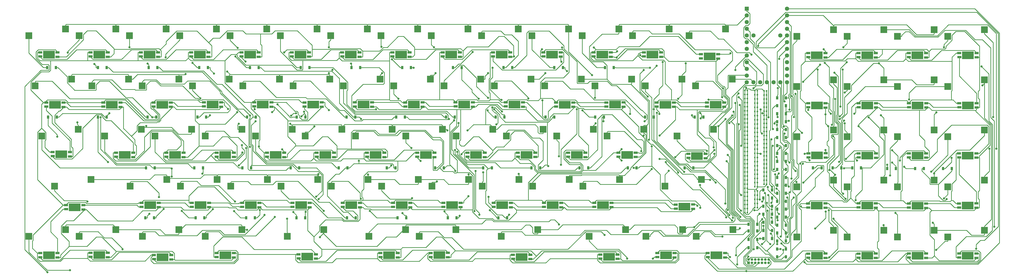
<source format=gbr>
%TF.GenerationSoftware,KiCad,Pcbnew,(5.1.9)-1*%
%TF.CreationDate,2021-05-14T10:54:05-07:00*%
%TF.ProjectId,chgray-keyboard,63686772-6179-42d6-9b65-79626f617264,Yeet2*%
%TF.SameCoordinates,Original*%
%TF.FileFunction,Copper,L2,Bot*%
%TF.FilePolarity,Positive*%
%FSLAX46Y46*%
G04 Gerber Fmt 4.6, Leading zero omitted, Abs format (unit mm)*
G04 Created by KiCad (PCBNEW (5.1.9)-1) date 2021-05-14 10:54:05*
%MOMM*%
%LPD*%
G01*
G04 APERTURE LIST*
%TA.AperFunction,SMDPad,CuDef*%
%ADD10R,2.550000X2.500000*%
%TD*%
%TA.AperFunction,ComponentPad*%
%ADD11C,1.600000*%
%TD*%
%TA.AperFunction,ComponentPad*%
%ADD12R,1.600000X1.600000*%
%TD*%
%TA.AperFunction,SMDPad,CuDef*%
%ADD13R,0.900000X1.200000*%
%TD*%
%TA.AperFunction,WasherPad*%
%ADD14R,4.500000X3.000000*%
%TD*%
%TA.AperFunction,SMDPad,CuDef*%
%ADD15R,1.600000X0.850000*%
%TD*%
%TA.AperFunction,ComponentPad*%
%ADD16O,1.000000X1.000000*%
%TD*%
%TA.AperFunction,ComponentPad*%
%ADD17R,1.000000X1.000000*%
%TD*%
%TA.AperFunction,ViaPad*%
%ADD18C,0.800000*%
%TD*%
%TA.AperFunction,Conductor*%
%ADD19C,0.250000*%
%TD*%
G04 APERTURE END LIST*
D10*
%TO.P,SW57,2*%
%TO.N,Net-(D65-Pad1)*%
X237296000Y-73152000D03*
%TO.P,SW57,1*%
%TO.N,/Keyboard Keys/KEY_ROW4*%
X251146000Y-70612000D03*
%TD*%
D11*
%TO.P,U1,31*%
%TO.N,N/C*%
X321945000Y-34925000D03*
%TO.P,U1,30*%
X311785000Y-34925000D03*
%TO.P,U1,29*%
%TO.N,PWR_5V*%
X324485000Y-24765000D03*
%TO.P,U1,28*%
%TO.N,/Keyboard Keys/KEY_ROW2*%
X324485000Y-27305000D03*
%TO.P,U1,27*%
%TO.N,/Keyboard Keys/KEY_COL12*%
X324485000Y-29845000D03*
%TO.P,U1,26*%
%TO.N,/Keyboard Keys/KEY_COL13*%
X324485000Y-32385000D03*
%TO.P,U1,25*%
%TO.N,Net-(J1-Pad3)*%
X324485000Y-34925000D03*
%TO.P,U1,24*%
%TO.N,/Keyboard Keys/KEY_COL11*%
X324485000Y-37465000D03*
%TO.P,U1,23*%
%TO.N,/Keyboard Keys/KEY_COL4*%
X324485000Y-40005000D03*
%TO.P,U1,22*%
%TO.N,/Keyboard Keys/KEY_COL5*%
X324485000Y-42545000D03*
%TO.P,U1,21*%
%TO.N,/Keyboard Keys/KEY_COL6*%
X324485000Y-45085000D03*
%TO.P,U1,20*%
%TO.N,/Keyboard Keys/KEY_COL7*%
X324485000Y-47625000D03*
%TO.P,U1,19*%
%TO.N,/Keyboard Keys/KEY_COL8*%
X324485000Y-50165000D03*
%TO.P,U1,18*%
%TO.N,/Keyboard Keys/KEY_COL9*%
X324485000Y-52705000D03*
%TO.P,U1,17*%
%TO.N,/Keyboard Keys/KEY_COL10*%
X321945000Y-52705000D03*
%TO.P,U1,16*%
%TO.N,/Keyboard Keys/KEY_ROW3*%
X319405000Y-52705000D03*
%TO.P,U1,14*%
%TO.N,N/C*%
X314325000Y-52705000D03*
%TO.P,U1,13*%
%TO.N,/Keyboard Keys/KEY_ROW1*%
X311785000Y-52705000D03*
%TO.P,U1,12*%
%TO.N,/Keyboard Keys/KEY_ROW0*%
X309245000Y-52705000D03*
%TO.P,U1,11*%
%TO.N,/Keyboard Keys/KEY_COL1*%
X309245000Y-50165000D03*
%TO.P,U1,10*%
%TO.N,Net-(J1-Pad7)*%
X309245000Y-47625000D03*
%TO.P,U1,9*%
%TO.N,Net-(J1-Pad5)*%
X309245000Y-45085000D03*
%TO.P,U1,8*%
%TO.N,/Keyboard Keys/KEY_COL0*%
X309245000Y-42545000D03*
%TO.P,U1,7*%
%TO.N,N/C*%
X309245000Y-40005000D03*
%TO.P,U1,6*%
X309245000Y-37465000D03*
%TO.P,U1,5*%
%TO.N,/Keyboard Keys/KEY_COL3*%
X309245000Y-34925000D03*
%TO.P,U1,4*%
%TO.N,/Keyboard Keys/KEY_COL2*%
X309245000Y-32385000D03*
%TO.P,U1,3*%
%TO.N,/Keyboard Keys/KEY_ROW4*%
X309245000Y-29845000D03*
%TO.P,U1,2*%
%TO.N,/Keyboard Keys/KEY_ROW5*%
X309245000Y-27305000D03*
D12*
%TO.P,U1,1*%
%TO.N,TEENSY_GND*%
X309245000Y-24765000D03*
D11*
%TO.P,U1,15*%
X316865000Y-52705000D03*
%TD*%
D13*
%TO.P,D1,2*%
%TO.N,/Keyboard Keys/KEY_COL0*%
X85038200Y-85242000D03*
%TO.P,D1,1*%
%TO.N,Net-(CAPS1-Pad2)*%
X81738200Y-85242000D03*
%TD*%
%TO.P,D2,2*%
%TO.N,/Keyboard Keys/KEY_COL0*%
X84734400Y-104165000D03*
%TO.P,D2,1*%
%TO.N,Net-(D2-Pad1)*%
X81434400Y-104165000D03*
%TD*%
%TO.P,D3,2*%
%TO.N,/Keyboard Keys/KEY_COL0*%
X318811000Y-102828000D03*
%TO.P,D3,1*%
%TO.N,Net-(D3-Pad1)*%
X315511000Y-102828000D03*
%TD*%
%TO.P,D4,2*%
%TO.N,/Keyboard Keys/KEY_COL0*%
X267457000Y-85242000D03*
%TO.P,D4,1*%
%TO.N,Net-(D4-Pad1)*%
X264157000Y-85242000D03*
%TD*%
%TO.P,D5,2*%
%TO.N,/Keyboard Keys/KEY_COL0*%
X47598600Y-47117000D03*
%TO.P,D5,1*%
%TO.N,Net-(D5-Pad1)*%
X44298600Y-47117000D03*
%TD*%
%TO.P,D6,2*%
%TO.N,/Keyboard Keys/KEY_COL0*%
X85624400Y-65938000D03*
%TO.P,D6,1*%
%TO.N,Net-(D6-Pad1)*%
X82324400Y-65938000D03*
%TD*%
%TO.P,D7,2*%
%TO.N,/Keyboard Keys/KEY_COL1*%
X66803200Y-47117000D03*
%TO.P,D7,1*%
%TO.N,Net-(D7-Pad1)*%
X63503200Y-47117000D03*
%TD*%
%TO.P,D8,2*%
%TO.N,/Keyboard Keys/KEY_COL1*%
X104459400Y-65938000D03*
%TO.P,D8,1*%
%TO.N,Net-(D8-Pad1)*%
X101159400Y-65938000D03*
%TD*%
%TO.P,D9,2*%
%TO.N,/Keyboard Keys/KEY_COL1*%
X103280100Y-85242000D03*
%TO.P,D9,1*%
%TO.N,Net-(D9-Pad1)*%
X99980100Y-85242000D03*
%TD*%
%TO.P,D10,2*%
%TO.N,/Keyboard Keys/KEY_COL1*%
X103838700Y-104165000D03*
%TO.P,D10,1*%
%TO.N,Net-(D10-Pad1)*%
X100538700Y-104165000D03*
%TD*%
%TO.P,D11,2*%
%TO.N,/Keyboard Keys/KEY_COL1*%
X318811000Y-105904000D03*
%TO.P,D11,1*%
%TO.N,Net-(D11-Pad1)*%
X315511000Y-105904000D03*
%TD*%
%TO.P,D12,2*%
%TO.N,/Keyboard Keys/KEY_COL1*%
X288999000Y-85242000D03*
%TO.P,D12,1*%
%TO.N,Net-(D12-Pad1)*%
X285699000Y-85242000D03*
%TD*%
%TO.P,D13,2*%
%TO.N,/Keyboard Keys/KEY_COL2*%
X121522000Y-85242000D03*
%TO.P,D13,1*%
%TO.N,Net-(D13-Pad1)*%
X118222000Y-85242000D03*
%TD*%
%TO.P,D14,2*%
%TO.N,/Keyboard Keys/KEY_COL2*%
X122943000Y-104165000D03*
%TO.P,D14,1*%
%TO.N,Net-(D14-Pad1)*%
X119643000Y-104165000D03*
%TD*%
%TO.P,D15,2*%
%TO.N,/Keyboard Keys/KEY_COL2*%
X318811000Y-93599000D03*
%TO.P,D15,1*%
%TO.N,Net-(D15-Pad1)*%
X315511000Y-93599000D03*
%TD*%
%TO.P,D16,2*%
%TO.N,/Keyboard Keys/KEY_COL2*%
X324056000Y-88818000D03*
%TO.P,D16,1*%
%TO.N,Net-(D16-Pad1)*%
X320756000Y-88818000D03*
%TD*%
%TO.P,D17,2*%
%TO.N,/Keyboard Keys/KEY_COL2*%
X86007800Y-47117000D03*
%TO.P,D17,1*%
%TO.N,Net-(D17-Pad1)*%
X82707800Y-47117000D03*
%TD*%
%TO.P,D18,2*%
%TO.N,/Keyboard Keys/KEY_COL2*%
X123295000Y-65938000D03*
%TO.P,D18,1*%
%TO.N,Net-(D18-Pad1)*%
X119995000Y-65938000D03*
%TD*%
%TO.P,D19,2*%
%TO.N,/Keyboard Keys/KEY_COL3*%
X105212500Y-47117000D03*
%TO.P,D19,1*%
%TO.N,Net-(D19-Pad1)*%
X101912500Y-47117000D03*
%TD*%
%TO.P,D20,2*%
%TO.N,/Keyboard Keys/KEY_COL3*%
X142130000Y-65938000D03*
%TO.P,D20,1*%
%TO.N,Net-(D20-Pad1)*%
X138830000Y-65938000D03*
%TD*%
%TO.P,D21,2*%
%TO.N,/Keyboard Keys/KEY_COL3*%
X139764000Y-85242000D03*
%TO.P,D21,1*%
%TO.N,Net-(D21-Pad1)*%
X136464000Y-85242000D03*
%TD*%
%TO.P,D22,2*%
%TO.N,/Keyboard Keys/KEY_COL3*%
X142047000Y-104165000D03*
%TO.P,D22,1*%
%TO.N,Net-(D22-Pad1)*%
X138747000Y-104165000D03*
%TD*%
%TO.P,D23,2*%
%TO.N,/Keyboard Keys/KEY_COL3*%
X318811000Y-96675000D03*
%TO.P,D23,1*%
%TO.N,Net-(D23-Pad1)*%
X315511000Y-96675000D03*
%TD*%
%TO.P,D24,2*%
%TO.N,/Keyboard Keys/KEY_COL3*%
X273975000Y-65938000D03*
%TO.P,D24,1*%
%TO.N,Net-(D24-Pad1)*%
X270675000Y-65938000D03*
%TD*%
%TO.P,D25,2*%
%TO.N,/Keyboard Keys/KEY_COL4*%
X158006000Y-85242000D03*
%TO.P,D25,1*%
%TO.N,Net-(D25-Pad1)*%
X154706000Y-85242000D03*
%TD*%
%TO.P,D26,2*%
%TO.N,/Keyboard Keys/KEY_COL4*%
X161152000Y-104165000D03*
%TO.P,D26,1*%
%TO.N,Net-(D26-Pad1)*%
X157852000Y-104165000D03*
%TD*%
%TO.P,D27,2*%
%TO.N,/Keyboard Keys/KEY_COL4*%
X318811000Y-99751000D03*
%TO.P,D27,1*%
%TO.N,Net-(D27-Pad1)*%
X315511000Y-99751000D03*
%TD*%
%TO.P,D28,2*%
%TO.N,/Keyboard Keys/KEY_COL4*%
X176248000Y-85242000D03*
%TO.P,D28,1*%
%TO.N,Net-(D28-Pad1)*%
X172948000Y-85242000D03*
%TD*%
%TO.P,D29,2*%
%TO.N,/Keyboard Keys/KEY_COL4*%
X124417000Y-47117000D03*
%TO.P,D29,1*%
%TO.N,Net-(D29-Pad1)*%
X121117000Y-47117000D03*
%TD*%
%TO.P,D30,2*%
%TO.N,/Keyboard Keys/KEY_COL4*%
X160965000Y-65938000D03*
%TO.P,D30,1*%
%TO.N,Net-(D30-Pad1)*%
X157665000Y-65938000D03*
%TD*%
%TO.P,D31,2*%
%TO.N,/Keyboard Keys/KEY_COL5*%
X143622000Y-47117000D03*
%TO.P,D31,1*%
%TO.N,Net-(D31-Pad1)*%
X140322000Y-47117000D03*
%TD*%
%TO.P,D32,2*%
%TO.N,/Keyboard Keys/KEY_COL5*%
X179800000Y-65938000D03*
%TO.P,D32,1*%
%TO.N,Net-(D32-Pad1)*%
X176500000Y-65938000D03*
%TD*%
%TO.P,D33,2*%
%TO.N,/Keyboard Keys/KEY_COL5*%
X292810000Y-65938000D03*
%TO.P,D33,1*%
%TO.N,Net-(D33-Pad1)*%
X289510000Y-65938000D03*
%TD*%
%TO.P,D34,2*%
%TO.N,/Keyboard Keys/KEY_COL5*%
X180256000Y-104165000D03*
%TO.P,D34,1*%
%TO.N,Net-(D34-Pad1)*%
X176956000Y-104165000D03*
%TD*%
%TO.P,D35,2*%
%TO.N,/Keyboard Keys/KEY_COL5*%
X318811000Y-108980000D03*
%TO.P,D35,1*%
%TO.N,Net-(D35-Pad1)*%
X315511000Y-108980000D03*
%TD*%
%TO.P,D36,2*%
%TO.N,/Keyboard Keys/KEY_COL5*%
X324056000Y-73708000D03*
%TO.P,D36,1*%
%TO.N,Net-(D36-Pad1)*%
X320756000Y-73708000D03*
%TD*%
%TO.P,D37,2*%
%TO.N,/Keyboard Keys/KEY_COL6*%
X194490000Y-85242000D03*
%TO.P,D37,1*%
%TO.N,Net-(D37-Pad1)*%
X191190000Y-85242000D03*
%TD*%
%TO.P,D38,2*%
%TO.N,/Keyboard Keys/KEY_COL6*%
X199360000Y-104165000D03*
%TO.P,D38,1*%
%TO.N,Net-(D38-Pad1)*%
X196060000Y-104165000D03*
%TD*%
%TO.P,D39,2*%
%TO.N,/Keyboard Keys/KEY_COL6*%
X318811000Y-112056000D03*
%TO.P,D39,1*%
%TO.N,Net-(D39-Pad1)*%
X315511000Y-112056000D03*
%TD*%
%TO.P,D40,2*%
%TO.N,/Keyboard Keys/KEY_COL6*%
X352448000Y-85192000D03*
%TO.P,D40,1*%
%TO.N,Net-(D40-Pad1)*%
X349148000Y-85192000D03*
%TD*%
%TO.P,D41,2*%
%TO.N,/Keyboard Keys/KEY_COL6*%
X162826000Y-47117000D03*
%TO.P,D41,1*%
%TO.N,Net-(D41-Pad1)*%
X159526000Y-47117000D03*
%TD*%
%TO.P,D42,2*%
%TO.N,/Keyboard Keys/KEY_COL6*%
X198635000Y-65938000D03*
%TO.P,D42,1*%
%TO.N,Net-(D42-Pad1)*%
X195335000Y-65938000D03*
%TD*%
%TO.P,D43,2*%
%TO.N,/Keyboard Keys/KEY_COL7*%
X182031000Y-47117000D03*
%TO.P,D43,1*%
%TO.N,Net-(D43-Pad1)*%
X178731000Y-47117000D03*
%TD*%
%TO.P,D44,2*%
%TO.N,/Keyboard Keys/KEY_COL7*%
X217470000Y-65938000D03*
%TO.P,D44,1*%
%TO.N,Net-(D44-Pad1)*%
X214170000Y-65938000D03*
%TD*%
%TO.P,D45,2*%
%TO.N,/Keyboard Keys/KEY_COL7*%
X212732000Y-85242000D03*
%TO.P,D45,1*%
%TO.N,Net-(D45-Pad1)*%
X209432000Y-85242000D03*
%TD*%
%TO.P,D46,2*%
%TO.N,/Keyboard Keys/KEY_COL7*%
X218464000Y-104165000D03*
%TO.P,D46,1*%
%TO.N,Net-(D46-Pad1)*%
X215164000Y-104165000D03*
%TD*%
%TO.P,D47,2*%
%TO.N,/Keyboard Keys/KEY_COL7*%
X313180000Y-106680000D03*
%TO.P,D47,1*%
%TO.N,Net-(D47-Pad1)*%
X309880000Y-106680000D03*
%TD*%
%TO.P,D48,2*%
%TO.N,/Keyboard Keys/KEY_COL7*%
X258849000Y-47117000D03*
%TO.P,D48,1*%
%TO.N,Net-(D48-Pad1)*%
X255549000Y-47117000D03*
%TD*%
%TO.P,D49,2*%
%TO.N,/Keyboard Keys/KEY_COL8*%
X230973000Y-85242000D03*
%TO.P,D49,1*%
%TO.N,Net-(D49-Pad1)*%
X227673000Y-85242000D03*
%TD*%
%TO.P,D50,2*%
%TO.N,/Keyboard Keys/KEY_COL8*%
X365684000Y-85471000D03*
%TO.P,D50,1*%
%TO.N,Net-(D50-Pad1)*%
X362384000Y-85471000D03*
%TD*%
%TO.P,D51,2*%
%TO.N,/Keyboard Keys/KEY_COL8*%
X313180000Y-115570000D03*
%TO.P,D51,1*%
%TO.N,Net-(D51-Pad1)*%
X309880000Y-115570000D03*
%TD*%
%TO.P,D52,2*%
%TO.N,/Keyboard Keys/KEY_COL8*%
X324056000Y-79752000D03*
%TO.P,D52,1*%
%TO.N,Net-(D52-Pad1)*%
X320756000Y-79752000D03*
%TD*%
%TO.P,D53,2*%
%TO.N,/Keyboard Keys/KEY_COL8*%
X201236000Y-47117000D03*
%TO.P,D53,1*%
%TO.N,Net-(D53-Pad1)*%
X197936000Y-47117000D03*
%TD*%
%TO.P,D54,2*%
%TO.N,/Keyboard Keys/KEY_COL8*%
X236305000Y-65938000D03*
%TO.P,D54,1*%
%TO.N,Net-(D54-Pad1)*%
X233005000Y-65938000D03*
%TD*%
%TO.P,D55,2*%
%TO.N,/Keyboard Keys/KEY_COL9*%
X220440000Y-47117000D03*
%TO.P,D55,1*%
%TO.N,Net-(D55-Pad1)*%
X217140000Y-47117000D03*
%TD*%
%TO.P,D56,2*%
%TO.N,/Keyboard Keys/KEY_COL9*%
X255140000Y-65938000D03*
%TO.P,D56,1*%
%TO.N,Net-(D56-Pad1)*%
X251840000Y-65938000D03*
%TD*%
%TO.P,D57,2*%
%TO.N,/Keyboard Keys/KEY_COL9*%
X249215000Y-85242000D03*
%TO.P,D57,1*%
%TO.N,Net-(D57-Pad1)*%
X245915000Y-85242000D03*
%TD*%
%TO.P,D58,2*%
%TO.N,/Keyboard Keys/KEY_COL9*%
X376275000Y-85471000D03*
%TO.P,D58,1*%
%TO.N,Net-(D58-Pad1)*%
X372975000Y-85471000D03*
%TD*%
%TO.P,D59,2*%
%TO.N,/Keyboard Keys/KEY_COL9*%
X313180000Y-109220000D03*
%TO.P,D59,1*%
%TO.N,Net-(D59-Pad1)*%
X309880000Y-109220000D03*
%TD*%
%TO.P,D60,2*%
%TO.N,/Keyboard Keys/KEY_COL9*%
X386865000Y-85471000D03*
%TO.P,D60,1*%
%TO.N,Net-(Backspace1-Pad2)*%
X383565000Y-85471000D03*
%TD*%
%TO.P,D61,2*%
%TO.N,/Keyboard Keys/KEY_COL10*%
X239645000Y-47117000D03*
%TO.P,D61,1*%
%TO.N,Net-(D61-Pad1)*%
X236345000Y-47117000D03*
%TD*%
%TO.P,D62,2*%
%TO.N,/Keyboard Keys/KEY_COL10*%
X324056000Y-70686000D03*
%TO.P,D62,1*%
%TO.N,Net-(D62-Pad1)*%
X320756000Y-70686000D03*
%TD*%
%TO.P,D63,2*%
%TO.N,/Keyboard Keys/KEY_COL10*%
X324056000Y-106950000D03*
%TO.P,D63,1*%
%TO.N,Net-(D63-Pad1)*%
X320756000Y-106950000D03*
%TD*%
%TO.P,D64,2*%
%TO.N,/Keyboard Keys/KEY_COL10*%
X324056000Y-91840000D03*
%TO.P,D64,1*%
%TO.N,Net-(D64-Pad1)*%
X320756000Y-91840000D03*
%TD*%
%TO.P,D65,2*%
%TO.N,/Keyboard Keys/KEY_COL10*%
X324056000Y-97884000D03*
%TO.P,D65,1*%
%TO.N,Net-(D65-Pad1)*%
X320756000Y-97884000D03*
%TD*%
%TO.P,D66,2*%
%TO.N,/Keyboard Keys/KEY_COL10*%
X324056000Y-82774000D03*
%TO.P,D66,1*%
%TO.N,Net-(D66-Pad1)*%
X320756000Y-82774000D03*
%TD*%
%TO.P,D67,2*%
%TO.N,/Keyboard Keys/KEY_COL11*%
X324056000Y-103928000D03*
%TO.P,D67,1*%
%TO.N,Net-(D67-Pad1)*%
X320756000Y-103928000D03*
%TD*%
%TO.P,D68,2*%
%TO.N,/Keyboard Keys/KEY_COL11*%
X324056000Y-85796000D03*
%TO.P,D68,1*%
%TO.N,Net-(D68-Pad1)*%
X320756000Y-85796000D03*
%TD*%
%TO.P,D69,2*%
%TO.N,/Keyboard Keys/KEY_COL11*%
X324056000Y-109972000D03*
%TO.P,D69,1*%
%TO.N,Net-(D69-Pad1)*%
X320756000Y-109972000D03*
%TD*%
%TO.P,D70,2*%
%TO.N,/Keyboard Keys/KEY_COL11*%
X324056000Y-76730000D03*
%TO.P,D70,1*%
%TO.N,Net-(D70-Pad1)*%
X320756000Y-76730000D03*
%TD*%
%TO.P,D71,2*%
%TO.N,/Keyboard Keys/KEY_COL11*%
X324056000Y-112994000D03*
%TO.P,D71,1*%
%TO.N,Net-(D71-Pad1)*%
X320756000Y-112994000D03*
%TD*%
%TO.P,D72,2*%
%TO.N,/Keyboard Keys/KEY_COL11*%
X324056000Y-94862000D03*
%TO.P,D72,1*%
%TO.N,Net-(D72-Pad1)*%
X320756000Y-94862000D03*
%TD*%
D10*
%TO.P,SW1,2*%
%TO.N,Net-(D2-Pad1)*%
X385378000Y-54356000D03*
%TO.P,SW1,1*%
%TO.N,/Keyboard Keys/KEY_ROW3*%
X399228000Y-51816000D03*
%TD*%
%TO.P,SW2,2*%
%TO.N,Net-(D3-Pad1)*%
X37398000Y-111252000D03*
%TO.P,SW2,1*%
%TO.N,/Keyboard Keys/KEY_ROW4*%
X51248000Y-108712000D03*
%TD*%
%TO.P,SW3,2*%
%TO.N,Net-(D4-Pad1)*%
X228152000Y-92202000D03*
%TO.P,SW3,1*%
%TO.N,/Keyboard Keys/KEY_ROW5*%
X242002000Y-89662000D03*
%TD*%
%TO.P,SW4,2*%
%TO.N,Net-(D5-Pad1)*%
X37398000Y-35052000D03*
%TO.P,SW4,1*%
%TO.N,/Keyboard Keys/KEY_ROW0*%
X51248000Y-32512000D03*
%TD*%
%TO.P,SW5,2*%
%TO.N,Net-(D7-Pad1)*%
X56448000Y-35052000D03*
%TO.P,SW5,1*%
%TO.N,/Keyboard Keys/KEY_ROW0*%
X70298000Y-32512000D03*
%TD*%
%TO.P,SW6,2*%
%TO.N,Net-(D8-Pad1)*%
X61274000Y-54102000D03*
%TO.P,SW6,1*%
%TO.N,/Keyboard Keys/KEY_ROW1*%
X75124000Y-51562000D03*
%TD*%
%TO.P,SW7,2*%
%TO.N,Net-(D9-Pad1)*%
X66100000Y-73152000D03*
%TO.P,SW7,1*%
%TO.N,/Keyboard Keys/KEY_ROW2*%
X79950000Y-70612000D03*
%TD*%
%TO.P,SW8,2*%
%TO.N,Net-(D11-Pad1)*%
X56448000Y-111252000D03*
%TO.P,SW8,1*%
%TO.N,/Keyboard Keys/KEY_ROW4*%
X70298000Y-108712000D03*
%TD*%
%TO.P,SW9,2*%
%TO.N,Net-(D12-Pad1)*%
X328228000Y-92456000D03*
%TO.P,SW9,1*%
%TO.N,/Keyboard Keys/KEY_ROW5*%
X342078000Y-89916000D03*
%TD*%
%TO.P,SW10,2*%
%TO.N,Net-(D13-Pad1)*%
X85150000Y-73152000D03*
%TO.P,SW10,1*%
%TO.N,/Keyboard Keys/KEY_ROW2*%
X99000000Y-70612000D03*
%TD*%
%TO.P,SW11,2*%
%TO.N,Net-(D14-Pad1)*%
X75752000Y-92202000D03*
%TO.P,SW11,1*%
%TO.N,/Keyboard Keys/KEY_ROW3*%
X89602000Y-89662000D03*
%TD*%
%TO.P,SW12,2*%
%TO.N,Net-(D16-Pad1)*%
X385378000Y-73406000D03*
%TO.P,SW12,1*%
%TO.N,/Keyboard Keys/KEY_ROW5*%
X399228000Y-70866000D03*
%TD*%
%TO.P,SW13,2*%
%TO.N,Net-(D17-Pad1)*%
X75498000Y-35052000D03*
%TO.P,SW13,1*%
%TO.N,/Keyboard Keys/KEY_ROW0*%
X89348000Y-32512000D03*
%TD*%
%TO.P,SW14,2*%
%TO.N,Net-(D18-Pad1)*%
X80324000Y-54102000D03*
%TO.P,SW14,1*%
%TO.N,/Keyboard Keys/KEY_ROW1*%
X94174000Y-51562000D03*
%TD*%
%TO.P,SW15,2*%
%TO.N,Net-(D19-Pad1)*%
X94548000Y-35052000D03*
%TO.P,SW15,1*%
%TO.N,/Keyboard Keys/KEY_ROW0*%
X108398000Y-32512000D03*
%TD*%
%TO.P,SW16,2*%
%TO.N,Net-(D20-Pad1)*%
X99374000Y-54102000D03*
%TO.P,SW16,1*%
%TO.N,/Keyboard Keys/KEY_ROW1*%
X113224000Y-51562000D03*
%TD*%
%TO.P,SW17,2*%
%TO.N,Net-(D21-Pad1)*%
X104200000Y-73152000D03*
%TO.P,SW17,1*%
%TO.N,/Keyboard Keys/KEY_ROW2*%
X118050000Y-70612000D03*
%TD*%
%TO.P,SW18,2*%
%TO.N,Net-(D22-Pad1)*%
X94802000Y-92202000D03*
%TO.P,SW18,1*%
%TO.N,/Keyboard Keys/KEY_ROW3*%
X108652000Y-89662000D03*
%TD*%
%TO.P,SW19,2*%
%TO.N,Net-(D23-Pad1)*%
X104200000Y-111252000D03*
%TO.P,SW19,1*%
%TO.N,/Keyboard Keys/KEY_ROW4*%
X118050000Y-108712000D03*
%TD*%
%TO.P,SW20,2*%
%TO.N,Net-(D24-Pad1)*%
X232724000Y-54102000D03*
%TO.P,SW20,1*%
%TO.N,/Keyboard Keys/KEY_ROW5*%
X246574000Y-51562000D03*
%TD*%
%TO.P,SW21,2*%
%TO.N,Net-(D25-Pad1)*%
X123250000Y-73152000D03*
%TO.P,SW21,1*%
%TO.N,/Keyboard Keys/KEY_ROW2*%
X137100000Y-70612000D03*
%TD*%
%TO.P,SW22,2*%
%TO.N,Net-(D26-Pad1)*%
X113852000Y-92202000D03*
%TO.P,SW22,1*%
%TO.N,/Keyboard Keys/KEY_ROW3*%
X127702000Y-89662000D03*
%TD*%
%TO.P,SW23,2*%
%TO.N,Net-(D28-Pad1)*%
X251774000Y-54102000D03*
%TO.P,SW23,1*%
%TO.N,/Keyboard Keys/KEY_ROW5*%
X265624000Y-51562000D03*
%TD*%
%TO.P,SW24,2*%
%TO.N,Net-(D29-Pad1)*%
X113598000Y-35052000D03*
%TO.P,SW24,1*%
%TO.N,/Keyboard Keys/KEY_ROW0*%
X127448000Y-32512000D03*
%TD*%
%TO.P,SW25,2*%
%TO.N,Net-(D30-Pad1)*%
X118424000Y-54102000D03*
%TO.P,SW25,1*%
%TO.N,/Keyboard Keys/KEY_ROW1*%
X132274000Y-51562000D03*
%TD*%
%TO.P,SW26,2*%
%TO.N,Net-(D31-Pad1)*%
X132648000Y-35052000D03*
%TO.P,SW26,1*%
%TO.N,/Keyboard Keys/KEY_ROW0*%
X146498000Y-32512000D03*
%TD*%
%TO.P,SW27,2*%
%TO.N,Net-(D32-Pad1)*%
X137474000Y-54102000D03*
%TO.P,SW27,1*%
%TO.N,/Keyboard Keys/KEY_ROW1*%
X151324000Y-51562000D03*
%TD*%
%TO.P,SW28,2*%
%TO.N,Net-(D33-Pad1)*%
X142046000Y-73152000D03*
%TO.P,SW28,1*%
%TO.N,/Keyboard Keys/KEY_ROW2*%
X155896000Y-70612000D03*
%TD*%
%TO.P,SW29,2*%
%TO.N,Net-(D34-Pad1)*%
X132902000Y-92202000D03*
%TO.P,SW29,1*%
%TO.N,/Keyboard Keys/KEY_ROW3*%
X146752000Y-89662000D03*
%TD*%
%TO.P,SW30,2*%
%TO.N,Net-(D35-Pad1)*%
X166176000Y-111252000D03*
%TO.P,SW30,1*%
%TO.N,/Keyboard Keys/KEY_ROW4*%
X180026000Y-108712000D03*
%TD*%
%TO.P,SW31,2*%
%TO.N,Net-(D37-Pad1)*%
X161096000Y-73152000D03*
%TO.P,SW31,1*%
%TO.N,/Keyboard Keys/KEY_ROW2*%
X174946000Y-70612000D03*
%TD*%
%TO.P,SW32,2*%
%TO.N,Net-(D38-Pad1)*%
X151952000Y-92202000D03*
%TO.P,SW32,1*%
%TO.N,/Keyboard Keys/KEY_ROW3*%
X165802000Y-89662000D03*
%TD*%
%TO.P,SW33,2*%
%TO.N,Net-(D39-Pad1)*%
X185226000Y-111252000D03*
%TO.P,SW33,1*%
%TO.N,/Keyboard Keys/KEY_ROW4*%
X199076000Y-108712000D03*
%TD*%
%TO.P,SW34,2*%
%TO.N,Net-(D40-Pad1)*%
X247202000Y-92202000D03*
%TO.P,SW34,1*%
%TO.N,/Keyboard Keys/KEY_ROW5*%
X261052000Y-89662000D03*
%TD*%
%TO.P,SW35,2*%
%TO.N,Net-(D41-Pad1)*%
X151698000Y-35052000D03*
%TO.P,SW35,1*%
%TO.N,/Keyboard Keys/KEY_ROW0*%
X165548000Y-32512000D03*
%TD*%
%TO.P,SW36,2*%
%TO.N,Net-(D42-Pad1)*%
X156524000Y-54102000D03*
%TO.P,SW36,1*%
%TO.N,/Keyboard Keys/KEY_ROW1*%
X170374000Y-51562000D03*
%TD*%
%TO.P,SW37,2*%
%TO.N,Net-(D43-Pad1)*%
X170748000Y-35052000D03*
%TO.P,SW37,1*%
%TO.N,/Keyboard Keys/KEY_ROW0*%
X184598000Y-32512000D03*
%TD*%
%TO.P,SW38,2*%
%TO.N,Net-(D44-Pad1)*%
X175574000Y-54102000D03*
%TO.P,SW38,1*%
%TO.N,/Keyboard Keys/KEY_ROW1*%
X189424000Y-51562000D03*
%TD*%
%TO.P,SW39,2*%
%TO.N,Net-(D45-Pad1)*%
X180146000Y-73152000D03*
%TO.P,SW39,1*%
%TO.N,/Keyboard Keys/KEY_ROW2*%
X193996000Y-70612000D03*
%TD*%
%TO.P,SW40,2*%
%TO.N,Net-(D46-Pad1)*%
X171002000Y-92202000D03*
%TO.P,SW40,1*%
%TO.N,/Keyboard Keys/KEY_ROW3*%
X184852000Y-89662000D03*
%TD*%
%TO.P,SW41,2*%
%TO.N,Net-(D48-Pad1)*%
X246948000Y-35052000D03*
%TO.P,SW41,1*%
%TO.N,/Keyboard Keys/KEY_ROW5*%
X260798000Y-32512000D03*
%TD*%
%TO.P,SW42,2*%
%TO.N,Net-(D49-Pad1)*%
X199196000Y-73152000D03*
%TO.P,SW42,1*%
%TO.N,/Keyboard Keys/KEY_ROW2*%
X213046000Y-70612000D03*
%TD*%
%TO.P,SW43,2*%
%TO.N,Net-(D50-Pad1)*%
X190052000Y-92202000D03*
%TO.P,SW43,1*%
%TO.N,/Keyboard Keys/KEY_ROW3*%
X203902000Y-89662000D03*
%TD*%
%TO.P,SW45,2*%
%TO.N,Net-(D52-Pad1)*%
X265998000Y-35052000D03*
%TO.P,SW45,1*%
%TO.N,/Keyboard Keys/KEY_ROW5*%
X279848000Y-32512000D03*
%TD*%
%TO.P,SW46,2*%
%TO.N,Net-(D53-Pad1)*%
X189798000Y-35052000D03*
%TO.P,SW46,1*%
%TO.N,/Keyboard Keys/KEY_ROW0*%
X203648000Y-32512000D03*
%TD*%
%TO.P,SW47,2*%
%TO.N,Net-(D54-Pad1)*%
X194624000Y-54102000D03*
%TO.P,SW47,1*%
%TO.N,/Keyboard Keys/KEY_ROW1*%
X208474000Y-51562000D03*
%TD*%
%TO.P,SW48,2*%
%TO.N,Net-(D55-Pad1)*%
X208848000Y-35052000D03*
%TO.P,SW48,1*%
%TO.N,/Keyboard Keys/KEY_ROW0*%
X222698000Y-32512000D03*
%TD*%
%TO.P,SW49,2*%
%TO.N,Net-(D56-Pad1)*%
X213674000Y-54102000D03*
%TO.P,SW49,1*%
%TO.N,/Keyboard Keys/KEY_ROW1*%
X227524000Y-51562000D03*
%TD*%
%TO.P,SW50,2*%
%TO.N,Net-(D57-Pad1)*%
X218246000Y-73152000D03*
%TO.P,SW50,1*%
%TO.N,/Keyboard Keys/KEY_ROW2*%
X232096000Y-70612000D03*
%TD*%
%TO.P,SW51,2*%
%TO.N,Net-(D58-Pad1)*%
X209102000Y-92202000D03*
%TO.P,SW51,1*%
%TO.N,/Keyboard Keys/KEY_ROW3*%
X222952000Y-89662000D03*
%TD*%
%TO.P,SW53,2*%
%TO.N,Net-(D61-Pad1)*%
X227898000Y-35052000D03*
%TO.P,SW53,1*%
%TO.N,/Keyboard Keys/KEY_ROW0*%
X241748000Y-32512000D03*
%TD*%
%TO.P,SW54,2*%
%TO.N,Net-(D62-Pad1)*%
X347278000Y-73406000D03*
%TO.P,SW54,1*%
%TO.N,/Keyboard Keys/KEY_ROW1*%
X361128000Y-70866000D03*
%TD*%
%TO.P,SW55,2*%
%TO.N,Net-(D63-Pad1)*%
X270824000Y-54102000D03*
%TO.P,SW55,1*%
%TO.N,/Keyboard Keys/KEY_ROW2*%
X284674000Y-51562000D03*
%TD*%
%TO.P,SW56,2*%
%TO.N,Net-(D64-Pad1)*%
X366328000Y-73406000D03*
%TO.P,SW56,1*%
%TO.N,/Keyboard Keys/KEY_ROW3*%
X380178000Y-70866000D03*
%TD*%
%TO.P,SW58,2*%
%TO.N,Net-(D66-Pad1)*%
X256346000Y-73152000D03*
%TO.P,SW58,1*%
%TO.N,/Keyboard Keys/KEY_ROW5*%
X270196000Y-70612000D03*
%TD*%
%TO.P,SW59,2*%
%TO.N,Net-(D68-Pad1)*%
X289874000Y-54102000D03*
%TO.P,SW59,1*%
%TO.N,/Keyboard Keys/KEY_ROW1*%
X303724000Y-51562000D03*
%TD*%
%TO.P,SW61,2*%
%TO.N,Net-(D70-Pad1)*%
X290128000Y-111252000D03*
%TO.P,SW61,1*%
%TO.N,/Keyboard Keys/KEY_ROW3*%
X303978000Y-108712000D03*
%TD*%
%TO.P,SW62,2*%
%TO.N,Net-(D71-Pad1)*%
X347278000Y-54356000D03*
%TO.P,SW62,1*%
%TO.N,/Keyboard Keys/KEY_ROW4*%
X361128000Y-51816000D03*
%TD*%
%TO.P,SW63,2*%
%TO.N,Net-(D72-Pad1)*%
X328228000Y-54356000D03*
%TO.P,SW63,1*%
%TO.N,/Keyboard Keys/KEY_ROW5*%
X342078000Y-51816000D03*
%TD*%
%TO.P,SW60,2*%
%TO.N,Net-(D69-Pad1)*%
X328228000Y-73406000D03*
%TO.P,SW60,1*%
%TO.N,/Keyboard Keys/KEY_ROW2*%
X342078000Y-70866000D03*
%TD*%
%TO.P,WinKey1,2*%
%TO.N,Net-(D15-Pad1)*%
X80334000Y-111242000D03*
%TO.P,WinKey1,1*%
%TO.N,/Keyboard Keys/KEY_ROW4*%
X94184000Y-108702000D03*
%TD*%
%TO.P,TAB1,2*%
%TO.N,Net-(D6-Pad1)*%
X39694000Y-54092000D03*
%TO.P,TAB1,1*%
%TO.N,/Keyboard Keys/KEY_ROW1*%
X53544000Y-51552000D03*
%TD*%
%TO.P,CAPS1,2*%
%TO.N,Net-(CAPS1-Pad2)*%
X42234000Y-73142000D03*
%TO.P,CAPS1,1*%
%TO.N,/Keyboard Keys/KEY_ROW2*%
X56084000Y-70602000D03*
%TD*%
%TO.P,Backspace1,2*%
%TO.N,Net-(Backspace1-Pad2)*%
X287344000Y-35042000D03*
%TO.P,Backspace1,1*%
%TO.N,/Keyboard Keys/KEY_ROW5*%
X301194000Y-32502000D03*
%TD*%
%TO.P,RIGHT-SHIFT1,2*%
%TO.N,Net-(D36-Pad1)*%
X278200000Y-92192000D03*
%TO.P,RIGHT-SHIFT1,1*%
%TO.N,/Keyboard Keys/KEY_ROW5*%
X292050000Y-89652000D03*
%TD*%
%TO.P,LEFT-SPACE1,2*%
%TO.N,Net-(D27-Pad1)*%
X135198000Y-111242000D03*
%TO.P,LEFT-SPACE1,1*%
%TO.N,/Keyboard Keys/KEY_ROW4*%
X149048000Y-108702000D03*
%TD*%
%TO.P,RIGHT-SPACE1,2*%
%TO.N,Net-(D47-Pad1)*%
X216224000Y-111242000D03*
%TO.P,RIGHT-SPACE1,1*%
%TO.N,/Keyboard Keys/KEY_ROW4*%
X230074000Y-108702000D03*
%TD*%
D13*
%TO.P,D73,2*%
%TO.N,/Keyboard Keys/KEY_COL12*%
X313180000Y-112395000D03*
%TO.P,D73,1*%
%TO.N,Net-(D73-Pad1)*%
X309880000Y-112395000D03*
%TD*%
%TO.P,D74,2*%
%TO.N,/Keyboard Keys/KEY_COL12*%
X324056000Y-67664000D03*
%TO.P,D74,1*%
%TO.N,Net-(D74-Pad1)*%
X320756000Y-67664000D03*
%TD*%
%TO.P,D75,2*%
%TO.N,/Keyboard Keys/KEY_COL12*%
X324056000Y-64642000D03*
%TO.P,D75,1*%
%TO.N,Net-(D75-Pad1)*%
X320756000Y-64642000D03*
%TD*%
%TO.P,D76,2*%
%TO.N,/Keyboard Keys/KEY_COL12*%
X324056000Y-119038000D03*
%TO.P,D76,1*%
%TO.N,Net-(D76-Pad1)*%
X320756000Y-119038000D03*
%TD*%
%TO.P,D77,2*%
%TO.N,/Keyboard Keys/KEY_COL12*%
X345007000Y-85192000D03*
%TO.P,D77,1*%
%TO.N,Net-(D77-Pad1)*%
X341707000Y-85192000D03*
%TD*%
%TO.P,D78,2*%
%TO.N,/Keyboard Keys/KEY_COL12*%
X324056000Y-61620000D03*
%TO.P,D78,1*%
%TO.N,Net-(D78-Pad1)*%
X320756000Y-61620000D03*
%TD*%
%TO.P,D79,2*%
%TO.N,/Keyboard Keys/KEY_COL13*%
X324056000Y-100906000D03*
%TO.P,D79,1*%
%TO.N,Net-(D79-Pad1)*%
X320756000Y-100906000D03*
%TD*%
%TO.P,D80,2*%
%TO.N,/Keyboard Keys/KEY_COL13*%
X324056000Y-58598000D03*
%TO.P,D80,1*%
%TO.N,Net-(D80-Pad1)*%
X320756000Y-58598000D03*
%TD*%
%TO.P,D81,2*%
%TO.N,/Keyboard Keys/KEY_COL13*%
X324056000Y-116016000D03*
%TO.P,D81,1*%
%TO.N,Net-(D81-Pad1)*%
X320756000Y-116016000D03*
%TD*%
%TO.P,D82,2*%
%TO.N,/Keyboard Keys/KEY_COL13*%
X66789300Y-65938000D03*
%TO.P,D82,1*%
%TO.N,Net-(D82-Pad1)*%
X63489300Y-65938000D03*
%TD*%
%TO.P,D83,2*%
%TO.N,/Keyboard Keys/KEY_COL13*%
X47954200Y-65938000D03*
%TO.P,D83,1*%
%TO.N,Net-(D83-Pad1)*%
X44654200Y-65938000D03*
%TD*%
%TO.P,D84,2*%
%TO.N,/Keyboard Keys/KEY_COL13*%
X337565000Y-85192000D03*
%TO.P,D84,1*%
%TO.N,Net-(D84-Pad1)*%
X334265000Y-85192000D03*
%TD*%
D10*
%TO.P,SW64,2*%
%TO.N,Net-(D74-Pad1)*%
X347278000Y-92456000D03*
%TO.P,SW64,1*%
%TO.N,/Keyboard Keys/KEY_ROW1*%
X361128000Y-89916000D03*
%TD*%
%TO.P,SW65,2*%
%TO.N,Net-(D75-Pad1)*%
X328228000Y-35306000D03*
%TO.P,SW65,1*%
%TO.N,/Keyboard Keys/KEY_ROW2*%
X342078000Y-32766000D03*
%TD*%
%TO.P,SW66,2*%
%TO.N,Net-(D76-Pad1)*%
X385378000Y-111506000D03*
%TO.P,SW66,1*%
%TO.N,/Keyboard Keys/KEY_ROW3*%
X399228000Y-108966000D03*
%TD*%
%TO.P,SW67,2*%
%TO.N,Net-(D77-Pad1)*%
X366328000Y-54356000D03*
%TO.P,SW67,1*%
%TO.N,/Keyboard Keys/KEY_ROW4*%
X380178000Y-51816000D03*
%TD*%
%TO.P,SW68,2*%
%TO.N,Net-(D78-Pad1)*%
X366328000Y-92456000D03*
%TO.P,SW68,1*%
%TO.N,/Keyboard Keys/KEY_ROW5*%
X380178000Y-89916000D03*
%TD*%
%TO.P,SW69,2*%
%TO.N,Net-(D80-Pad1)*%
X385378000Y-35306000D03*
%TO.P,SW69,1*%
%TO.N,/Keyboard Keys/KEY_ROW1*%
X399228000Y-32766000D03*
%TD*%
%TO.P,SW70,2*%
%TO.N,Net-(D81-Pad1)*%
X366328000Y-35306000D03*
%TO.P,SW70,1*%
%TO.N,/Keyboard Keys/KEY_ROW2*%
X380178000Y-32766000D03*
%TD*%
%TO.P,SW71,2*%
%TO.N,Net-(D82-Pad1)*%
X366328000Y-111506000D03*
%TO.P,SW71,1*%
%TO.N,/Keyboard Keys/KEY_ROW3*%
X380178000Y-108966000D03*
%TD*%
%TO.P,SW72,2*%
%TO.N,Net-(D83-Pad1)*%
X347278000Y-111506000D03*
%TO.P,SW72,1*%
%TO.N,/Keyboard Keys/KEY_ROW4*%
X361128000Y-108966000D03*
%TD*%
%TO.P,SW73,2*%
%TO.N,Net-(D84-Pad1)*%
X328228000Y-111506000D03*
%TO.P,SW73,1*%
%TO.N,/Keyboard Keys/KEY_ROW5*%
X342078000Y-108966000D03*
%TD*%
%TO.P,S2,2*%
%TO.N,Net-(D79-Pad1)*%
X385378000Y-92456000D03*
%TO.P,S2,1*%
%TO.N,/Keyboard Keys/KEY_ROW0*%
X399228000Y-89916000D03*
%TD*%
%TO.P,S1,2*%
%TO.N,Net-(D73-Pad1)*%
X347278000Y-35306000D03*
%TO.P,S1,1*%
%TO.N,/Keyboard Keys/KEY_ROW0*%
X361128000Y-32766000D03*
%TD*%
%TO.P,ENTER1,1*%
%TO.N,/Keyboard Keys/KEY_ROW0*%
X296622000Y-70602000D03*
%TO.P,ENTER1,2*%
%TO.N,Net-(D67-Pad1)*%
X282772000Y-73142000D03*
%TD*%
%TO.P,SW44,2*%
%TO.N,Net-(D51-Pad1)*%
X249498000Y-111242000D03*
%TO.P,SW44,1*%
%TO.N,/Keyboard Keys/KEY_ROW4*%
X263348000Y-108702000D03*
%TD*%
%TO.P,LEFT-SHIFT1,2*%
%TO.N,Net-(D10-Pad1)*%
X47060000Y-92192000D03*
%TO.P,LEFT-SHIFT1,1*%
%TO.N,/Keyboard Keys/KEY_ROW3*%
X60910000Y-89652000D03*
%TD*%
%TO.P,SW52,2*%
%TO.N,Net-(D59-Pad1)*%
X271078000Y-111252000D03*
%TO.P,SW52,1*%
%TO.N,/Keyboard Keys/KEY_ROW4*%
X284928000Y-108712000D03*
%TD*%
D14*
%TO.P,D85,*%
%TO.N,*%
X44958000Y-42189000D03*
D15*
%TO.P,D85,2*%
%TO.N,Net-(D85-Pad2)*%
X41698000Y-42899000D03*
%TO.P,D85,1*%
%TO.N,LED_5V*%
X41678000Y-41359000D03*
%TO.P,D85,3*%
%TO.N,LED_GND*%
X48218000Y-43019000D03*
%TO.P,D85,4*%
%TO.N,/Sheet6096EA01/INPUT*%
X48228000Y-41349000D03*
%TD*%
D14*
%TO.P,D90,*%
%TO.N,*%
X64008000Y-42191000D03*
D15*
%TO.P,D90,2*%
%TO.N,Net-(D90-Pad2)*%
X60748000Y-42901000D03*
%TO.P,D90,1*%
%TO.N,LED_5V*%
X60728000Y-41361000D03*
%TO.P,D90,3*%
%TO.N,LED_GND*%
X67268000Y-43021000D03*
%TO.P,D90,4*%
%TO.N,Net-(D85-Pad2)*%
X67278000Y-41351000D03*
%TD*%
D14*
%TO.P,D95,*%
%TO.N,*%
X83058000Y-42189000D03*
D15*
%TO.P,D95,2*%
%TO.N,Net-(D100-Pad4)*%
X79798000Y-42899000D03*
%TO.P,D95,1*%
%TO.N,LED_5V*%
X79778000Y-41359000D03*
%TO.P,D95,3*%
%TO.N,LED_GND*%
X86318000Y-43019000D03*
%TO.P,D95,4*%
%TO.N,Net-(D90-Pad2)*%
X86328000Y-41349000D03*
%TD*%
D14*
%TO.P,D100,*%
%TO.N,*%
X102108000Y-42215000D03*
D15*
%TO.P,D100,2*%
%TO.N,Net-(D100-Pad2)*%
X98848000Y-42925000D03*
%TO.P,D100,1*%
%TO.N,LED_5V*%
X98828000Y-41385000D03*
%TO.P,D100,3*%
%TO.N,LED_GND*%
X105368000Y-43045000D03*
%TO.P,D100,4*%
%TO.N,Net-(D100-Pad4)*%
X105378000Y-41375000D03*
%TD*%
D14*
%TO.P,D104,*%
%TO.N,*%
X121158000Y-42191000D03*
D15*
%TO.P,D104,2*%
%TO.N,Net-(D104-Pad2)*%
X117898000Y-42901000D03*
%TO.P,D104,1*%
%TO.N,LED_5V*%
X117878000Y-41361000D03*
%TO.P,D104,3*%
%TO.N,LED_GND*%
X124418000Y-43021000D03*
%TO.P,D104,4*%
%TO.N,Net-(D100-Pad2)*%
X124428000Y-41351000D03*
%TD*%
D14*
%TO.P,D108,*%
%TO.N,*%
X140208000Y-42166000D03*
D15*
%TO.P,D108,2*%
%TO.N,Net-(D108-Pad2)*%
X136948000Y-42876000D03*
%TO.P,D108,1*%
%TO.N,LED_5V*%
X136928000Y-41336000D03*
%TO.P,D108,3*%
%TO.N,LED_GND*%
X143468000Y-42996000D03*
%TO.P,D108,4*%
%TO.N,Net-(D104-Pad2)*%
X143478000Y-41326000D03*
%TD*%
D14*
%TO.P,D112,*%
%TO.N,*%
X159283000Y-42191000D03*
D15*
%TO.P,D112,2*%
%TO.N,Net-(D112-Pad2)*%
X156023000Y-42901000D03*
%TO.P,D112,1*%
%TO.N,LED_5V*%
X156003000Y-41361000D03*
%TO.P,D112,3*%
%TO.N,LED_GND*%
X162543000Y-43021000D03*
%TO.P,D112,4*%
%TO.N,Net-(D108-Pad2)*%
X162553000Y-41351000D03*
%TD*%
D14*
%TO.P,D116,*%
%TO.N,*%
X178308000Y-42191000D03*
D15*
%TO.P,D116,2*%
%TO.N,Net-(D116-Pad2)*%
X175048000Y-42901000D03*
%TO.P,D116,1*%
%TO.N,LED_5V*%
X175028000Y-41361000D03*
%TO.P,D116,3*%
%TO.N,LED_GND*%
X181568000Y-43021000D03*
%TO.P,D116,4*%
%TO.N,Net-(D112-Pad2)*%
X181578000Y-41351000D03*
%TD*%
D14*
%TO.P,D120,*%
%TO.N,*%
X197333000Y-42191000D03*
D15*
%TO.P,D120,2*%
%TO.N,Net-(D120-Pad2)*%
X194073000Y-42901000D03*
%TO.P,D120,1*%
%TO.N,LED_5V*%
X194053000Y-41361000D03*
%TO.P,D120,3*%
%TO.N,LED_GND*%
X200593000Y-43021000D03*
%TO.P,D120,4*%
%TO.N,Net-(D116-Pad2)*%
X200603000Y-41351000D03*
%TD*%
D14*
%TO.P,D124,*%
%TO.N,*%
X216408000Y-42191000D03*
D15*
%TO.P,D124,2*%
%TO.N,Net-(D124-Pad2)*%
X213148000Y-42901000D03*
%TO.P,D124,1*%
%TO.N,LED_5V*%
X213128000Y-41361000D03*
%TO.P,D124,3*%
%TO.N,LED_GND*%
X219668000Y-43021000D03*
%TO.P,D124,4*%
%TO.N,Net-(D120-Pad2)*%
X219678000Y-41351000D03*
%TD*%
D14*
%TO.P,D128,*%
%TO.N,*%
X235483000Y-42166000D03*
D15*
%TO.P,D128,2*%
%TO.N,Net-(D128-Pad2)*%
X232223000Y-42876000D03*
%TO.P,D128,1*%
%TO.N,LED_5V*%
X232203000Y-41336000D03*
%TO.P,D128,3*%
%TO.N,LED_GND*%
X238743000Y-42996000D03*
%TO.P,D128,4*%
%TO.N,Net-(D124-Pad2)*%
X238753000Y-41326000D03*
%TD*%
D14*
%TO.P,D132,*%
%TO.N,*%
X254508000Y-42191000D03*
D15*
%TO.P,D132,2*%
%TO.N,Net-(D132-Pad2)*%
X251248000Y-42901000D03*
%TO.P,D132,1*%
%TO.N,LED_5V*%
X251228000Y-41361000D03*
%TO.P,D132,3*%
%TO.N,LED_GND*%
X257768000Y-43021000D03*
%TO.P,D132,4*%
%TO.N,Net-(D128-Pad2)*%
X257778000Y-41351000D03*
%TD*%
D14*
%TO.P,D136,*%
%TO.N,*%
X273533000Y-42216000D03*
D15*
%TO.P,D136,2*%
%TO.N,Net-(D136-Pad2)*%
X270273000Y-42926000D03*
%TO.P,D136,1*%
%TO.N,LED_5V*%
X270253000Y-41386000D03*
%TO.P,D136,3*%
%TO.N,LED_GND*%
X276793000Y-43046000D03*
%TO.P,D136,4*%
%TO.N,Net-(D132-Pad2)*%
X276803000Y-41376000D03*
%TD*%
D14*
%TO.P,D140,*%
%TO.N,*%
X335763000Y-42445000D03*
D15*
%TO.P,D140,2*%
%TO.N,Net-(D140-Pad2)*%
X332503000Y-43155000D03*
%TO.P,D140,1*%
%TO.N,LED_5V*%
X332483000Y-41615000D03*
%TO.P,D140,3*%
%TO.N,LED_GND*%
X339023000Y-43275000D03*
%TO.P,D140,4*%
%TO.N,Net-(D136-Pad2)*%
X339033000Y-41605000D03*
%TD*%
D14*
%TO.P,D144,*%
%TO.N,*%
X354838000Y-42445000D03*
D15*
%TO.P,D144,2*%
%TO.N,Net-(D144-Pad2)*%
X351578000Y-43155000D03*
%TO.P,D144,1*%
%TO.N,LED_5V*%
X351558000Y-41615000D03*
%TO.P,D144,3*%
%TO.N,LED_GND*%
X358098000Y-43275000D03*
%TO.P,D144,4*%
%TO.N,Net-(D140-Pad2)*%
X358108000Y-41605000D03*
%TD*%
D14*
%TO.P,D148,*%
%TO.N,*%
X373863000Y-42470000D03*
D15*
%TO.P,D148,2*%
%TO.N,Net-(D148-Pad2)*%
X370603000Y-43180000D03*
%TO.P,D148,1*%
%TO.N,LED_5V*%
X370583000Y-41640000D03*
%TO.P,D148,3*%
%TO.N,LED_GND*%
X377123000Y-43300000D03*
%TO.P,D148,4*%
%TO.N,Net-(D144-Pad2)*%
X377133000Y-41630000D03*
%TD*%
D14*
%TO.P,D152,*%
%TO.N,*%
X392963000Y-42420000D03*
D15*
%TO.P,D152,2*%
%TO.N,Net-(D152-Pad2)*%
X389703000Y-43130000D03*
%TO.P,D152,1*%
%TO.N,LED_5V*%
X389683000Y-41590000D03*
%TO.P,D152,3*%
%TO.N,LED_GND*%
X396223000Y-43250000D03*
%TO.P,D152,4*%
%TO.N,Net-(D148-Pad2)*%
X396233000Y-41580000D03*
%TD*%
D14*
%TO.P,D156,*%
%TO.N,*%
X392963000Y-61470000D03*
D15*
%TO.P,D156,2*%
%TO.N,Net-(D156-Pad2)*%
X389703000Y-62180000D03*
%TO.P,D156,1*%
%TO.N,LED_5V*%
X389683000Y-60640000D03*
%TO.P,D156,3*%
%TO.N,LED_GND*%
X396223000Y-62300000D03*
%TO.P,D156,4*%
%TO.N,Net-(D152-Pad2)*%
X396233000Y-60630000D03*
%TD*%
D14*
%TO.P,D160,*%
%TO.N,*%
X373913000Y-61470000D03*
D15*
%TO.P,D160,2*%
%TO.N,Net-(D160-Pad2)*%
X370653000Y-62180000D03*
%TO.P,D160,1*%
%TO.N,LED_5V*%
X370633000Y-60640000D03*
%TO.P,D160,3*%
%TO.N,LED_GND*%
X377173000Y-62300000D03*
%TO.P,D160,4*%
%TO.N,Net-(D156-Pad2)*%
X377183000Y-60630000D03*
%TD*%
D14*
%TO.P,D164,*%
%TO.N,*%
X354863000Y-61470000D03*
D15*
%TO.P,D164,2*%
%TO.N,Net-(D164-Pad2)*%
X351603000Y-62180000D03*
%TO.P,D164,1*%
%TO.N,LED_5V*%
X351583000Y-60640000D03*
%TO.P,D164,3*%
%TO.N,LED_GND*%
X358123000Y-62300000D03*
%TO.P,D164,4*%
%TO.N,Net-(D160-Pad2)*%
X358133000Y-60630000D03*
%TD*%
D14*
%TO.P,D168,*%
%TO.N,*%
X335788000Y-61495000D03*
D15*
%TO.P,D168,2*%
%TO.N,Net-(D168-Pad2)*%
X332528000Y-62205000D03*
%TO.P,D168,1*%
%TO.N,LED_5V*%
X332508000Y-60665000D03*
%TO.P,D168,3*%
%TO.N,LED_GND*%
X339048000Y-62325000D03*
%TO.P,D168,4*%
%TO.N,Net-(D164-Pad2)*%
X339058000Y-60655000D03*
%TD*%
D14*
%TO.P,D86,*%
%TO.N,*%
X297434000Y-61227000D03*
D15*
%TO.P,D86,2*%
%TO.N,Net-(D86-Pad2)*%
X294174000Y-61937000D03*
%TO.P,D86,1*%
%TO.N,LED_5V*%
X294154000Y-60397000D03*
%TO.P,D86,3*%
%TO.N,LED_GND*%
X300694000Y-62057000D03*
%TO.P,D86,4*%
%TO.N,Net-(D168-Pad2)*%
X300704000Y-60387000D03*
%TD*%
D14*
%TO.P,D91,*%
%TO.N,*%
X278384000Y-61227000D03*
D15*
%TO.P,D91,2*%
%TO.N,Net-(D91-Pad2)*%
X275124000Y-61937000D03*
%TO.P,D91,1*%
%TO.N,LED_5V*%
X275104000Y-60397000D03*
%TO.P,D91,3*%
%TO.N,LED_GND*%
X281644000Y-62057000D03*
%TO.P,D91,4*%
%TO.N,Net-(D86-Pad2)*%
X281654000Y-60387000D03*
%TD*%
D14*
%TO.P,D96,*%
%TO.N,*%
X259334000Y-61202000D03*
D15*
%TO.P,D96,2*%
%TO.N,Net-(D101-Pad4)*%
X256074000Y-61912000D03*
%TO.P,D96,1*%
%TO.N,LED_5V*%
X256054000Y-60372000D03*
%TO.P,D96,3*%
%TO.N,LED_GND*%
X262594000Y-62032000D03*
%TO.P,D96,4*%
%TO.N,Net-(D91-Pad2)*%
X262604000Y-60362000D03*
%TD*%
D14*
%TO.P,D101,*%
%TO.N,*%
X240284000Y-61227000D03*
D15*
%TO.P,D101,2*%
%TO.N,Net-(D101-Pad2)*%
X237024000Y-61937000D03*
%TO.P,D101,1*%
%TO.N,LED_5V*%
X237004000Y-60397000D03*
%TO.P,D101,3*%
%TO.N,LED_GND*%
X243544000Y-62057000D03*
%TO.P,D101,4*%
%TO.N,Net-(D101-Pad4)*%
X243554000Y-60387000D03*
%TD*%
D14*
%TO.P,D105,*%
%TO.N,*%
X221234000Y-61176000D03*
D15*
%TO.P,D105,2*%
%TO.N,Net-(D105-Pad2)*%
X217974000Y-61886000D03*
%TO.P,D105,1*%
%TO.N,LED_5V*%
X217954000Y-60346000D03*
%TO.P,D105,3*%
%TO.N,LED_GND*%
X224494000Y-62006000D03*
%TO.P,D105,4*%
%TO.N,Net-(D101-Pad2)*%
X224504000Y-60336000D03*
%TD*%
D14*
%TO.P,D109,*%
%TO.N,*%
X202209000Y-61151000D03*
D15*
%TO.P,D109,2*%
%TO.N,Net-(D109-Pad2)*%
X198949000Y-61861000D03*
%TO.P,D109,1*%
%TO.N,LED_5V*%
X198929000Y-60321000D03*
%TO.P,D109,3*%
%TO.N,LED_GND*%
X205469000Y-61981000D03*
%TO.P,D109,4*%
%TO.N,Net-(D105-Pad2)*%
X205479000Y-60311000D03*
%TD*%
D14*
%TO.P,D113,*%
%TO.N,*%
X183159000Y-61202000D03*
D15*
%TO.P,D113,2*%
%TO.N,Net-(D113-Pad2)*%
X179899000Y-61912000D03*
%TO.P,D113,1*%
%TO.N,LED_5V*%
X179879000Y-60372000D03*
%TO.P,D113,3*%
%TO.N,LED_GND*%
X186419000Y-62032000D03*
%TO.P,D113,4*%
%TO.N,Net-(D109-Pad2)*%
X186429000Y-60362000D03*
%TD*%
D14*
%TO.P,D117,*%
%TO.N,*%
X164084000Y-61190000D03*
D15*
%TO.P,D117,2*%
%TO.N,Net-(D117-Pad2)*%
X160824000Y-61900000D03*
%TO.P,D117,1*%
%TO.N,LED_5V*%
X160804000Y-60360000D03*
%TO.P,D117,3*%
%TO.N,LED_GND*%
X167344000Y-62020000D03*
%TO.P,D117,4*%
%TO.N,Net-(D113-Pad2)*%
X167354000Y-60350000D03*
%TD*%
D14*
%TO.P,D121,*%
%TO.N,*%
X145034000Y-61202000D03*
D15*
%TO.P,D121,2*%
%TO.N,Net-(D121-Pad2)*%
X141774000Y-61912000D03*
%TO.P,D121,1*%
%TO.N,LED_5V*%
X141754000Y-60372000D03*
%TO.P,D121,3*%
%TO.N,LED_GND*%
X148294000Y-62032000D03*
%TO.P,D121,4*%
%TO.N,Net-(D117-Pad2)*%
X148304000Y-60362000D03*
%TD*%
D14*
%TO.P,D125,*%
%TO.N,*%
X125959000Y-61176000D03*
D15*
%TO.P,D125,2*%
%TO.N,Net-(D125-Pad2)*%
X122699000Y-61886000D03*
%TO.P,D125,1*%
%TO.N,LED_5V*%
X122679000Y-60346000D03*
%TO.P,D125,3*%
%TO.N,LED_GND*%
X129219000Y-62006000D03*
%TO.P,D125,4*%
%TO.N,Net-(D121-Pad2)*%
X129229000Y-60336000D03*
%TD*%
D14*
%TO.P,D129,*%
%TO.N,*%
X106934000Y-61165000D03*
D15*
%TO.P,D129,2*%
%TO.N,Net-(D129-Pad2)*%
X103674000Y-61875000D03*
%TO.P,D129,1*%
%TO.N,LED_5V*%
X103654000Y-60335000D03*
%TO.P,D129,3*%
%TO.N,LED_GND*%
X110194000Y-61995000D03*
%TO.P,D129,4*%
%TO.N,Net-(D125-Pad2)*%
X110204000Y-60325000D03*
%TD*%
D14*
%TO.P,D133,*%
%TO.N,*%
X87884000Y-61216000D03*
D15*
%TO.P,D133,2*%
%TO.N,Net-(D133-Pad2)*%
X84624000Y-61926000D03*
%TO.P,D133,1*%
%TO.N,LED_5V*%
X84604000Y-60386000D03*
%TO.P,D133,3*%
%TO.N,LED_GND*%
X91144000Y-62046000D03*
%TO.P,D133,4*%
%TO.N,Net-(D129-Pad2)*%
X91154000Y-60376000D03*
%TD*%
D14*
%TO.P,D137,*%
%TO.N,*%
X68808600Y-61241000D03*
D15*
%TO.P,D137,2*%
%TO.N,Net-(D137-Pad2)*%
X65548600Y-61951000D03*
%TO.P,D137,1*%
%TO.N,LED_5V*%
X65528600Y-60411000D03*
%TO.P,D137,3*%
%TO.N,LED_GND*%
X72068600Y-62071000D03*
%TO.P,D137,4*%
%TO.N,Net-(D133-Pad2)*%
X72078600Y-60401000D03*
%TD*%
D14*
%TO.P,D141,*%
%TO.N,*%
X47244000Y-61241000D03*
D15*
%TO.P,D141,2*%
%TO.N,Net-(D141-Pad2)*%
X43984000Y-61951000D03*
%TO.P,D141,1*%
%TO.N,LED_5V*%
X43964000Y-60411000D03*
%TO.P,D141,3*%
%TO.N,LED_GND*%
X50504000Y-62071000D03*
%TO.P,D141,4*%
%TO.N,Net-(D137-Pad2)*%
X50514000Y-60401000D03*
%TD*%
D14*
%TO.P,D145,*%
%TO.N,*%
X49657000Y-80037000D03*
D15*
%TO.P,D145,2*%
%TO.N,Net-(D145-Pad2)*%
X46397000Y-80747000D03*
%TO.P,D145,1*%
%TO.N,LED_5V*%
X46377000Y-79207000D03*
%TO.P,D145,3*%
%TO.N,LED_GND*%
X52917000Y-80867000D03*
%TO.P,D145,4*%
%TO.N,Net-(D141-Pad2)*%
X52927000Y-79197000D03*
%TD*%
D14*
%TO.P,D149,*%
%TO.N,*%
X73660000Y-80291000D03*
D15*
%TO.P,D149,2*%
%TO.N,Net-(D149-Pad2)*%
X70400000Y-81001000D03*
%TO.P,D149,1*%
%TO.N,LED_5V*%
X70380000Y-79461000D03*
%TO.P,D149,3*%
%TO.N,LED_GND*%
X76920000Y-81121000D03*
%TO.P,D149,4*%
%TO.N,Net-(D145-Pad2)*%
X76930000Y-79451000D03*
%TD*%
D14*
%TO.P,D153,*%
%TO.N,*%
X92710000Y-80291000D03*
D15*
%TO.P,D153,2*%
%TO.N,Net-(D153-Pad2)*%
X89450000Y-81001000D03*
%TO.P,D153,1*%
%TO.N,LED_5V*%
X89430000Y-79461000D03*
%TO.P,D153,3*%
%TO.N,LED_GND*%
X95970000Y-81121000D03*
%TO.P,D153,4*%
%TO.N,Net-(D149-Pad2)*%
X95980000Y-79451000D03*
%TD*%
D14*
%TO.P,D157,*%
%TO.N,*%
X111735000Y-80266000D03*
D15*
%TO.P,D157,2*%
%TO.N,Net-(D157-Pad2)*%
X108475000Y-80976000D03*
%TO.P,D157,1*%
%TO.N,LED_5V*%
X108455000Y-79436000D03*
%TO.P,D157,3*%
%TO.N,LED_GND*%
X114995000Y-81096000D03*
%TO.P,D157,4*%
%TO.N,Net-(D153-Pad2)*%
X115005000Y-79426000D03*
%TD*%
D14*
%TO.P,D161,*%
%TO.N,*%
X130810000Y-80291000D03*
D15*
%TO.P,D161,2*%
%TO.N,Net-(D161-Pad2)*%
X127550000Y-81001000D03*
%TO.P,D161,1*%
%TO.N,LED_5V*%
X127530000Y-79461000D03*
%TO.P,D161,3*%
%TO.N,LED_GND*%
X134070000Y-81121000D03*
%TO.P,D161,4*%
%TO.N,Net-(D157-Pad2)*%
X134080000Y-79451000D03*
%TD*%
D14*
%TO.P,D165,*%
%TO.N,*%
X149631000Y-80291000D03*
D15*
%TO.P,D165,2*%
%TO.N,Net-(D165-Pad2)*%
X146371000Y-81001000D03*
%TO.P,D165,1*%
%TO.N,LED_5V*%
X146351000Y-79461000D03*
%TO.P,D165,3*%
%TO.N,LED_GND*%
X152891000Y-81121000D03*
%TO.P,D165,4*%
%TO.N,Net-(D161-Pad2)*%
X152901000Y-79451000D03*
%TD*%
D14*
%TO.P,D87,*%
%TO.N,*%
X168681000Y-80316000D03*
D15*
%TO.P,D87,2*%
%TO.N,Net-(D87-Pad2)*%
X165421000Y-81026000D03*
%TO.P,D87,1*%
%TO.N,LED_5V*%
X165401000Y-79486000D03*
%TO.P,D87,3*%
%TO.N,LED_GND*%
X171941000Y-81146000D03*
%TO.P,D87,4*%
%TO.N,Net-(D165-Pad2)*%
X171951000Y-79476000D03*
%TD*%
D14*
%TO.P,D92,*%
%TO.N,*%
X187706000Y-80302000D03*
D15*
%TO.P,D92,2*%
%TO.N,Net-(D92-Pad2)*%
X184446000Y-81012000D03*
%TO.P,D92,1*%
%TO.N,LED_5V*%
X184426000Y-79472000D03*
%TO.P,D92,3*%
%TO.N,LED_GND*%
X190966000Y-81132000D03*
%TO.P,D92,4*%
%TO.N,Net-(D87-Pad2)*%
X190976000Y-79462000D03*
%TD*%
D14*
%TO.P,D97,*%
%TO.N,*%
X206731000Y-80316000D03*
D15*
%TO.P,D97,2*%
%TO.N,Net-(D102-Pad4)*%
X203471000Y-81026000D03*
%TO.P,D97,1*%
%TO.N,LED_5V*%
X203451000Y-79486000D03*
%TO.P,D97,3*%
%TO.N,LED_GND*%
X209991000Y-81146000D03*
%TO.P,D97,4*%
%TO.N,Net-(D92-Pad2)*%
X210001000Y-79476000D03*
%TD*%
D14*
%TO.P,D102,*%
%TO.N,*%
X225831000Y-80266000D03*
D15*
%TO.P,D102,2*%
%TO.N,Net-(D102-Pad2)*%
X222571000Y-80976000D03*
%TO.P,D102,1*%
%TO.N,LED_5V*%
X222551000Y-79436000D03*
%TO.P,D102,3*%
%TO.N,LED_GND*%
X229091000Y-81096000D03*
%TO.P,D102,4*%
%TO.N,Net-(D102-Pad4)*%
X229101000Y-79426000D03*
%TD*%
D14*
%TO.P,D106,*%
%TO.N,*%
X244856000Y-80291000D03*
D15*
%TO.P,D106,2*%
%TO.N,Net-(D106-Pad2)*%
X241596000Y-81001000D03*
%TO.P,D106,1*%
%TO.N,LED_5V*%
X241576000Y-79461000D03*
%TO.P,D106,3*%
%TO.N,LED_GND*%
X248116000Y-81121000D03*
%TO.P,D106,4*%
%TO.N,Net-(D102-Pad2)*%
X248126000Y-79451000D03*
%TD*%
D14*
%TO.P,D110,*%
%TO.N,*%
X263906000Y-80277000D03*
D15*
%TO.P,D110,2*%
%TO.N,Net-(D110-Pad2)*%
X260646000Y-80987000D03*
%TO.P,D110,1*%
%TO.N,LED_5V*%
X260626000Y-79447000D03*
%TO.P,D110,3*%
%TO.N,LED_GND*%
X267166000Y-81107000D03*
%TO.P,D110,4*%
%TO.N,Net-(D106-Pad2)*%
X267176000Y-79437000D03*
%TD*%
D14*
%TO.P,D114,*%
%TO.N,*%
X290373000Y-80709000D03*
D15*
%TO.P,D114,2*%
%TO.N,Net-(D114-Pad2)*%
X287113000Y-81419000D03*
%TO.P,D114,1*%
%TO.N,LED_5V*%
X287093000Y-79879000D03*
%TO.P,D114,3*%
%TO.N,LED_GND*%
X293633000Y-81539000D03*
%TO.P,D114,4*%
%TO.N,Net-(D110-Pad2)*%
X293643000Y-79869000D03*
%TD*%
D14*
%TO.P,D118,*%
%TO.N,*%
X335839000Y-80506000D03*
D15*
%TO.P,D118,2*%
%TO.N,Net-(D118-Pad2)*%
X332579000Y-81216000D03*
%TO.P,D118,1*%
%TO.N,LED_5V*%
X332559000Y-79676000D03*
%TO.P,D118,3*%
%TO.N,LED_GND*%
X339099000Y-81336000D03*
%TO.P,D118,4*%
%TO.N,Net-(D114-Pad2)*%
X339109000Y-79666000D03*
%TD*%
D14*
%TO.P,D122,*%
%TO.N,*%
X354863000Y-80556000D03*
D15*
%TO.P,D122,2*%
%TO.N,Net-(D122-Pad2)*%
X351603000Y-81266000D03*
%TO.P,D122,1*%
%TO.N,LED_5V*%
X351583000Y-79726000D03*
%TO.P,D122,3*%
%TO.N,LED_GND*%
X358123000Y-81386000D03*
%TO.P,D122,4*%
%TO.N,Net-(D118-Pad2)*%
X358133000Y-79716000D03*
%TD*%
D14*
%TO.P,D126,*%
%TO.N,*%
X373888000Y-80531000D03*
D15*
%TO.P,D126,2*%
%TO.N,Net-(D126-Pad2)*%
X370628000Y-81241000D03*
%TO.P,D126,1*%
%TO.N,LED_5V*%
X370608000Y-79701000D03*
%TO.P,D126,3*%
%TO.N,LED_GND*%
X377148000Y-81361000D03*
%TO.P,D126,4*%
%TO.N,Net-(D122-Pad2)*%
X377158000Y-79691000D03*
%TD*%
D14*
%TO.P,D130,*%
%TO.N,*%
X392887000Y-80520000D03*
D15*
%TO.P,D130,2*%
%TO.N,Net-(D130-Pad2)*%
X389627000Y-81230000D03*
%TO.P,D130,1*%
%TO.N,LED_5V*%
X389607000Y-79690000D03*
%TO.P,D130,3*%
%TO.N,LED_GND*%
X396147000Y-81350000D03*
%TO.P,D130,4*%
%TO.N,Net-(D126-Pad2)*%
X396157000Y-79680000D03*
%TD*%
D14*
%TO.P,D134,*%
%TO.N,*%
X392887000Y-99556000D03*
D15*
%TO.P,D134,2*%
%TO.N,Net-(D134-Pad2)*%
X389627000Y-100266000D03*
%TO.P,D134,1*%
%TO.N,LED_5V*%
X389607000Y-98726000D03*
%TO.P,D134,3*%
%TO.N,LED_GND*%
X396147000Y-100386000D03*
%TO.P,D134,4*%
%TO.N,Net-(D130-Pad2)*%
X396157000Y-98716000D03*
%TD*%
D14*
%TO.P,D138,*%
%TO.N,*%
X373888000Y-99606000D03*
D15*
%TO.P,D138,2*%
%TO.N,Net-(D138-Pad2)*%
X370628000Y-100316000D03*
%TO.P,D138,1*%
%TO.N,LED_5V*%
X370608000Y-98776000D03*
%TO.P,D138,3*%
%TO.N,LED_GND*%
X377148000Y-100436000D03*
%TO.P,D138,4*%
%TO.N,Net-(D134-Pad2)*%
X377158000Y-98766000D03*
%TD*%
D14*
%TO.P,D142,*%
%TO.N,*%
X354838000Y-99530000D03*
D15*
%TO.P,D142,2*%
%TO.N,Net-(D142-Pad2)*%
X351578000Y-100240000D03*
%TO.P,D142,1*%
%TO.N,LED_5V*%
X351558000Y-98700000D03*
%TO.P,D142,3*%
%TO.N,LED_GND*%
X358098000Y-100360000D03*
%TO.P,D142,4*%
%TO.N,Net-(D138-Pad2)*%
X358108000Y-98690000D03*
%TD*%
D14*
%TO.P,D146,*%
%TO.N,*%
X335737000Y-99556000D03*
D15*
%TO.P,D146,2*%
%TO.N,Net-(D146-Pad2)*%
X332477000Y-100266000D03*
%TO.P,D146,1*%
%TO.N,LED_5V*%
X332457000Y-98726000D03*
%TO.P,D146,3*%
%TO.N,LED_GND*%
X338997000Y-100386000D03*
%TO.P,D146,4*%
%TO.N,Net-(D142-Pad2)*%
X339007000Y-98716000D03*
%TD*%
D14*
%TO.P,D150,*%
%TO.N,*%
X285623000Y-99976000D03*
D15*
%TO.P,D150,2*%
%TO.N,Net-(D150-Pad2)*%
X282363000Y-100686000D03*
%TO.P,D150,1*%
%TO.N,LED_5V*%
X282343000Y-99146000D03*
%TO.P,D150,3*%
%TO.N,LED_GND*%
X288883000Y-100806000D03*
%TO.P,D150,4*%
%TO.N,Net-(D146-Pad2)*%
X288893000Y-99136000D03*
%TD*%
D14*
%TO.P,D154,*%
%TO.N,*%
X254762000Y-99316000D03*
D15*
%TO.P,D154,2*%
%TO.N,Net-(D154-Pad2)*%
X251502000Y-100026000D03*
%TO.P,D154,1*%
%TO.N,LED_5V*%
X251482000Y-98486000D03*
%TO.P,D154,3*%
%TO.N,LED_GND*%
X258022000Y-100146000D03*
%TO.P,D154,4*%
%TO.N,Net-(D150-Pad2)*%
X258032000Y-98476000D03*
%TD*%
D14*
%TO.P,D158,*%
%TO.N,*%
X235712000Y-99341000D03*
D15*
%TO.P,D158,2*%
%TO.N,Net-(D158-Pad2)*%
X232452000Y-100051000D03*
%TO.P,D158,1*%
%TO.N,LED_5V*%
X232432000Y-98511000D03*
%TO.P,D158,3*%
%TO.N,LED_GND*%
X238972000Y-100171000D03*
%TO.P,D158,4*%
%TO.N,Net-(D154-Pad2)*%
X238982000Y-98501000D03*
%TD*%
D14*
%TO.P,D162,*%
%TO.N,*%
X216637000Y-99341000D03*
D15*
%TO.P,D162,2*%
%TO.N,Net-(D162-Pad2)*%
X213377000Y-100051000D03*
%TO.P,D162,1*%
%TO.N,LED_5V*%
X213357000Y-98511000D03*
%TO.P,D162,3*%
%TO.N,LED_GND*%
X219897000Y-100171000D03*
%TO.P,D162,4*%
%TO.N,Net-(D158-Pad2)*%
X219907000Y-98501000D03*
%TD*%
D14*
%TO.P,D166,*%
%TO.N,*%
X197612000Y-99316000D03*
D15*
%TO.P,D166,2*%
%TO.N,Net-(D166-Pad2)*%
X194352000Y-100026000D03*
%TO.P,D166,1*%
%TO.N,LED_5V*%
X194332000Y-98486000D03*
%TO.P,D166,3*%
%TO.N,LED_GND*%
X200872000Y-100146000D03*
%TO.P,D166,4*%
%TO.N,Net-(D162-Pad2)*%
X200882000Y-98476000D03*
%TD*%
D14*
%TO.P,D88,*%
%TO.N,*%
X178562000Y-99341000D03*
D15*
%TO.P,D88,2*%
%TO.N,Net-(D88-Pad2)*%
X175302000Y-100051000D03*
%TO.P,D88,1*%
%TO.N,LED_5V*%
X175282000Y-98511000D03*
%TO.P,D88,3*%
%TO.N,LED_GND*%
X181822000Y-100171000D03*
%TO.P,D88,4*%
%TO.N,Net-(D166-Pad2)*%
X181832000Y-98501000D03*
%TD*%
D14*
%TO.P,D93,*%
%TO.N,*%
X159487000Y-99341000D03*
D15*
%TO.P,D93,2*%
%TO.N,Net-(D93-Pad2)*%
X156227000Y-100051000D03*
%TO.P,D93,1*%
%TO.N,LED_5V*%
X156207000Y-98511000D03*
%TO.P,D93,3*%
%TO.N,LED_GND*%
X162747000Y-100171000D03*
%TO.P,D93,4*%
%TO.N,Net-(D88-Pad2)*%
X162757000Y-98501000D03*
%TD*%
D14*
%TO.P,D98,*%
%TO.N,*%
X140462000Y-99341000D03*
D15*
%TO.P,D98,2*%
%TO.N,Net-(D103-Pad4)*%
X137202000Y-100051000D03*
%TO.P,D98,1*%
%TO.N,LED_5V*%
X137182000Y-98511000D03*
%TO.P,D98,3*%
%TO.N,LED_GND*%
X143722000Y-100171000D03*
%TO.P,D98,4*%
%TO.N,Net-(D93-Pad2)*%
X143732000Y-98501000D03*
%TD*%
D14*
%TO.P,D103,*%
%TO.N,*%
X121412000Y-99341000D03*
D15*
%TO.P,D103,2*%
%TO.N,Net-(D103-Pad2)*%
X118152000Y-100051000D03*
%TO.P,D103,1*%
%TO.N,LED_5V*%
X118132000Y-98511000D03*
%TO.P,D103,3*%
%TO.N,LED_GND*%
X124672000Y-100171000D03*
%TO.P,D103,4*%
%TO.N,Net-(D103-Pad4)*%
X124682000Y-98501000D03*
%TD*%
D14*
%TO.P,D107,*%
%TO.N,*%
X102362000Y-99316000D03*
D15*
%TO.P,D107,2*%
%TO.N,Net-(D107-Pad2)*%
X99102000Y-100026000D03*
%TO.P,D107,1*%
%TO.N,LED_5V*%
X99082000Y-98486000D03*
%TO.P,D107,3*%
%TO.N,LED_GND*%
X105622000Y-100146000D03*
%TO.P,D107,4*%
%TO.N,Net-(D103-Pad2)*%
X105632000Y-98476000D03*
%TD*%
D14*
%TO.P,D111,*%
%TO.N,*%
X83312000Y-99316000D03*
D15*
%TO.P,D111,2*%
%TO.N,Net-(D111-Pad2)*%
X80052000Y-100026000D03*
%TO.P,D111,1*%
%TO.N,LED_5V*%
X80032000Y-98486000D03*
%TO.P,D111,3*%
%TO.N,LED_GND*%
X86572000Y-100146000D03*
%TO.P,D111,4*%
%TO.N,Net-(D107-Pad2)*%
X86582000Y-98476000D03*
%TD*%
D14*
%TO.P,D115,*%
%TO.N,*%
X54737000Y-100203000D03*
D15*
%TO.P,D115,2*%
%TO.N,Net-(D115-Pad2)*%
X51477000Y-100913000D03*
%TO.P,D115,1*%
%TO.N,LED_5V*%
X51457000Y-99373000D03*
%TO.P,D115,3*%
%TO.N,LED_GND*%
X57997000Y-101033000D03*
%TO.P,D115,4*%
%TO.N,Net-(D111-Pad2)*%
X58007000Y-99363000D03*
%TD*%
D14*
%TO.P,D119,*%
%TO.N,*%
X44958000Y-118428000D03*
D15*
%TO.P,D119,2*%
%TO.N,Net-(D119-Pad2)*%
X41698000Y-119138000D03*
%TO.P,D119,1*%
%TO.N,LED_5V*%
X41678000Y-117598000D03*
%TO.P,D119,3*%
%TO.N,LED_GND*%
X48218000Y-119258000D03*
%TO.P,D119,4*%
%TO.N,Net-(D115-Pad2)*%
X48228000Y-117588000D03*
%TD*%
D14*
%TO.P,D123,*%
%TO.N,*%
X64008000Y-118301000D03*
D15*
%TO.P,D123,2*%
%TO.N,Net-(D123-Pad2)*%
X60748000Y-119011000D03*
%TO.P,D123,1*%
%TO.N,LED_5V*%
X60728000Y-117471000D03*
%TO.P,D123,3*%
%TO.N,LED_GND*%
X67268000Y-119131000D03*
%TO.P,D123,4*%
%TO.N,Net-(D119-Pad2)*%
X67278000Y-117461000D03*
%TD*%
D14*
%TO.P,D127,*%
%TO.N,*%
X88011000Y-119153000D03*
D15*
%TO.P,D127,2*%
%TO.N,Net-(D127-Pad2)*%
X84751000Y-119863000D03*
%TO.P,D127,1*%
%TO.N,LED_5V*%
X84731000Y-118323000D03*
%TO.P,D127,3*%
%TO.N,LED_GND*%
X91271000Y-119983000D03*
%TO.P,D127,4*%
%TO.N,Net-(D123-Pad2)*%
X91281000Y-118313000D03*
%TD*%
D14*
%TO.P,D131,*%
%TO.N,*%
X111760000Y-118402000D03*
D15*
%TO.P,D131,2*%
%TO.N,Net-(D131-Pad2)*%
X108500000Y-119112000D03*
%TO.P,D131,1*%
%TO.N,LED_5V*%
X108480000Y-117572000D03*
%TO.P,D131,3*%
%TO.N,LED_GND*%
X115020000Y-119232000D03*
%TO.P,D131,4*%
%TO.N,Net-(D127-Pad2)*%
X115030000Y-117562000D03*
%TD*%
D14*
%TO.P,D135,*%
%TO.N,*%
X142773000Y-118885000D03*
D15*
%TO.P,D135,2*%
%TO.N,Net-(D135-Pad2)*%
X139513000Y-119595000D03*
%TO.P,D135,1*%
%TO.N,LED_5V*%
X139493000Y-118055000D03*
%TO.P,D135,3*%
%TO.N,LED_GND*%
X146033000Y-119715000D03*
%TO.P,D135,4*%
%TO.N,Net-(D131-Pad2)*%
X146043000Y-118045000D03*
%TD*%
D14*
%TO.P,D139,*%
%TO.N,*%
X173761000Y-118391000D03*
D15*
%TO.P,D139,2*%
%TO.N,Net-(D139-Pad2)*%
X170501000Y-119101000D03*
%TO.P,D139,1*%
%TO.N,LED_5V*%
X170481000Y-117561000D03*
%TO.P,D139,3*%
%TO.N,LED_GND*%
X177021000Y-119221000D03*
%TO.P,D139,4*%
%TO.N,Net-(D135-Pad2)*%
X177031000Y-117551000D03*
%TD*%
D14*
%TO.P,D143,*%
%TO.N,*%
X192786000Y-118352000D03*
D15*
%TO.P,D143,2*%
%TO.N,Net-(D143-Pad2)*%
X189526000Y-119062000D03*
%TO.P,D143,1*%
%TO.N,LED_5V*%
X189506000Y-117522000D03*
%TO.P,D143,3*%
%TO.N,LED_GND*%
X196046000Y-119182000D03*
%TO.P,D143,4*%
%TO.N,Net-(D139-Pad2)*%
X196056000Y-117512000D03*
%TD*%
D14*
%TO.P,D147,*%
%TO.N,*%
X223977000Y-119050000D03*
D15*
%TO.P,D147,2*%
%TO.N,Net-(D147-Pad2)*%
X220717000Y-119760000D03*
%TO.P,D147,1*%
%TO.N,LED_5V*%
X220697000Y-118220000D03*
%TO.P,D147,3*%
%TO.N,LED_GND*%
X227237000Y-119880000D03*
%TO.P,D147,4*%
%TO.N,Net-(D143-Pad2)*%
X227247000Y-118210000D03*
%TD*%
D14*
%TO.P,D151,*%
%TO.N,*%
X257048000Y-118961000D03*
D15*
%TO.P,D151,2*%
%TO.N,Net-(D151-Pad2)*%
X253788000Y-119671000D03*
%TO.P,D151,1*%
%TO.N,LED_5V*%
X253768000Y-118131000D03*
%TO.P,D151,3*%
%TO.N,LED_GND*%
X260308000Y-119791000D03*
%TO.P,D151,4*%
%TO.N,Net-(D147-Pad2)*%
X260318000Y-118121000D03*
%TD*%
D14*
%TO.P,D155,*%
%TO.N,*%
X278638000Y-118391000D03*
D15*
%TO.P,D155,2*%
%TO.N,Net-(D155-Pad2)*%
X275378000Y-119101000D03*
%TO.P,D155,1*%
%TO.N,LED_5V*%
X275358000Y-117561000D03*
%TO.P,D155,3*%
%TO.N,LED_GND*%
X281898000Y-119221000D03*
%TO.P,D155,4*%
%TO.N,Net-(D151-Pad2)*%
X281908000Y-117551000D03*
%TD*%
D14*
%TO.P,D159,*%
%TO.N,*%
X297713000Y-118402000D03*
D15*
%TO.P,D159,2*%
%TO.N,Net-(D159-Pad2)*%
X294453000Y-119112000D03*
%TO.P,D159,1*%
%TO.N,LED_5V*%
X294433000Y-117572000D03*
%TO.P,D159,3*%
%TO.N,LED_GND*%
X300973000Y-119232000D03*
%TO.P,D159,4*%
%TO.N,Net-(D155-Pad2)*%
X300983000Y-117562000D03*
%TD*%
D14*
%TO.P,D163,*%
%TO.N,*%
X335788000Y-118606000D03*
D15*
%TO.P,D163,2*%
%TO.N,Net-(D163-Pad2)*%
X332528000Y-119316000D03*
%TO.P,D163,1*%
%TO.N,LED_5V*%
X332508000Y-117776000D03*
%TO.P,D163,3*%
%TO.N,LED_GND*%
X339048000Y-119436000D03*
%TO.P,D163,4*%
%TO.N,Net-(D159-Pad2)*%
X339058000Y-117766000D03*
%TD*%
D14*
%TO.P,D167,*%
%TO.N,*%
X354838000Y-118606000D03*
D15*
%TO.P,D167,2*%
%TO.N,Net-(D167-Pad2)*%
X351578000Y-119316000D03*
%TO.P,D167,1*%
%TO.N,LED_5V*%
X351558000Y-117776000D03*
%TO.P,D167,3*%
%TO.N,LED_GND*%
X358098000Y-119436000D03*
%TO.P,D167,4*%
%TO.N,Net-(D163-Pad2)*%
X358108000Y-117766000D03*
%TD*%
D14*
%TO.P,D89,*%
%TO.N,*%
X373888000Y-118580000D03*
D15*
%TO.P,D89,2*%
%TO.N,Net-(D89-Pad2)*%
X370628000Y-119290000D03*
%TO.P,D89,1*%
%TO.N,LED_5V*%
X370608000Y-117750000D03*
%TO.P,D89,3*%
%TO.N,LED_GND*%
X377148000Y-119410000D03*
%TO.P,D89,4*%
%TO.N,Net-(D167-Pad2)*%
X377158000Y-117740000D03*
%TD*%
D14*
%TO.P,D94,*%
%TO.N,*%
X392913000Y-118580000D03*
D15*
%TO.P,D94,2*%
%TO.N,Net-(D94-Pad2)*%
X389653000Y-119290000D03*
%TO.P,D94,1*%
%TO.N,LED_5V*%
X389633000Y-117750000D03*
%TO.P,D94,3*%
%TO.N,LED_GND*%
X396173000Y-119410000D03*
%TO.P,D94,4*%
%TO.N,Net-(D89-Pad2)*%
X396183000Y-117740000D03*
%TD*%
D14*
%TO.P,D99,*%
%TO.N,*%
X295148000Y-42902000D03*
D15*
%TO.P,D99,2*%
%TO.N,N/C*%
X291888000Y-43612000D03*
%TO.P,D99,1*%
%TO.N,LED_5V*%
X291868000Y-42072000D03*
%TO.P,D99,3*%
%TO.N,LED_GND*%
X298408000Y-43732000D03*
%TO.P,D99,4*%
%TO.N,Net-(D94-Pad2)*%
X298418000Y-42062000D03*
%TD*%
D16*
%TO.P,J1,14*%
%TO.N,LED_GND*%
X317500000Y-120015000D03*
%TO.P,J1,13*%
%TO.N,PWR_5V*%
X317500000Y-121285000D03*
%TO.P,J1,12*%
%TO.N,N/C*%
X316230000Y-120015000D03*
%TO.P,J1,11*%
X316230000Y-121285000D03*
%TO.P,J1,10*%
X314960000Y-120015000D03*
%TO.P,J1,9*%
X314960000Y-121285000D03*
%TO.P,J1,8*%
X313690000Y-120015000D03*
%TO.P,J1,7*%
%TO.N,Net-(J1-Pad7)*%
X313690000Y-121285000D03*
%TO.P,J1,6*%
%TO.N,N/C*%
X312420000Y-120015000D03*
%TO.P,J1,5*%
%TO.N,Net-(J1-Pad5)*%
X312420000Y-121285000D03*
%TO.P,J1,4*%
%TO.N,/Sheet6096EA01/INPUT*%
X311150000Y-120015000D03*
%TO.P,J1,3*%
%TO.N,Net-(J1-Pad3)*%
X311150000Y-121285000D03*
%TO.P,J1,2*%
%TO.N,LED_5V*%
X309880000Y-120015000D03*
D17*
%TO.P,J1,1*%
%TO.N,TEENSY_GND*%
X309880000Y-121285000D03*
%TD*%
%TO.P,C3,2*%
%TO.N,LED_5V*%
%TA.AperFunction,SMDPad,CuDef*%
G36*
G01*
X312950000Y-100500000D02*
X312950000Y-100160000D01*
G75*
G02*
X313090000Y-100020000I140000J0D01*
G01*
X313370000Y-100020000D01*
G75*
G02*
X313510000Y-100160000I0J-140000D01*
G01*
X313510000Y-100500000D01*
G75*
G02*
X313370000Y-100640000I-140000J0D01*
G01*
X313090000Y-100640000D01*
G75*
G02*
X312950000Y-100500000I0J140000D01*
G01*
G37*
%TD.AperFunction*%
%TO.P,C3,1*%
%TO.N,LED_GND*%
%TA.AperFunction,SMDPad,CuDef*%
G36*
G01*
X311990000Y-100500000D02*
X311990000Y-100160000D01*
G75*
G02*
X312130000Y-100020000I140000J0D01*
G01*
X312410000Y-100020000D01*
G75*
G02*
X312550000Y-100160000I0J-140000D01*
G01*
X312550000Y-100500000D01*
G75*
G02*
X312410000Y-100640000I-140000J0D01*
G01*
X312130000Y-100640000D01*
G75*
G02*
X311990000Y-100500000I0J140000D01*
G01*
G37*
%TD.AperFunction*%
%TD*%
%TO.P,C5,2*%
%TO.N,LED_5V*%
%TA.AperFunction,SMDPad,CuDef*%
G36*
G01*
X312950000Y-98912000D02*
X312950000Y-98572000D01*
G75*
G02*
X313090000Y-98432000I140000J0D01*
G01*
X313370000Y-98432000D01*
G75*
G02*
X313510000Y-98572000I0J-140000D01*
G01*
X313510000Y-98912000D01*
G75*
G02*
X313370000Y-99052000I-140000J0D01*
G01*
X313090000Y-99052000D01*
G75*
G02*
X312950000Y-98912000I0J140000D01*
G01*
G37*
%TD.AperFunction*%
%TO.P,C5,1*%
%TO.N,LED_GND*%
%TA.AperFunction,SMDPad,CuDef*%
G36*
G01*
X311990000Y-98912000D02*
X311990000Y-98572000D01*
G75*
G02*
X312130000Y-98432000I140000J0D01*
G01*
X312410000Y-98432000D01*
G75*
G02*
X312550000Y-98572000I0J-140000D01*
G01*
X312550000Y-98912000D01*
G75*
G02*
X312410000Y-99052000I-140000J0D01*
G01*
X312130000Y-99052000D01*
G75*
G02*
X311990000Y-98912000I0J140000D01*
G01*
G37*
%TD.AperFunction*%
%TD*%
%TO.P,C7,2*%
%TO.N,LED_5V*%
%TA.AperFunction,SMDPad,CuDef*%
G36*
G01*
X316455000Y-91610000D02*
X316455000Y-91270000D01*
G75*
G02*
X316595000Y-91130000I140000J0D01*
G01*
X316875000Y-91130000D01*
G75*
G02*
X317015000Y-91270000I0J-140000D01*
G01*
X317015000Y-91610000D01*
G75*
G02*
X316875000Y-91750000I-140000J0D01*
G01*
X316595000Y-91750000D01*
G75*
G02*
X316455000Y-91610000I0J140000D01*
G01*
G37*
%TD.AperFunction*%
%TO.P,C7,1*%
%TO.N,LED_GND*%
%TA.AperFunction,SMDPad,CuDef*%
G36*
G01*
X315495000Y-91610000D02*
X315495000Y-91270000D01*
G75*
G02*
X315635000Y-91130000I140000J0D01*
G01*
X315915000Y-91130000D01*
G75*
G02*
X316055000Y-91270000I0J-140000D01*
G01*
X316055000Y-91610000D01*
G75*
G02*
X315915000Y-91750000I-140000J0D01*
G01*
X315635000Y-91750000D01*
G75*
G02*
X315495000Y-91610000I0J140000D01*
G01*
G37*
%TD.AperFunction*%
%TD*%
%TO.P,C9,2*%
%TO.N,LED_5V*%
%TA.AperFunction,SMDPad,CuDef*%
G36*
G01*
X312950000Y-97324000D02*
X312950000Y-96984000D01*
G75*
G02*
X313090000Y-96844000I140000J0D01*
G01*
X313370000Y-96844000D01*
G75*
G02*
X313510000Y-96984000I0J-140000D01*
G01*
X313510000Y-97324000D01*
G75*
G02*
X313370000Y-97464000I-140000J0D01*
G01*
X313090000Y-97464000D01*
G75*
G02*
X312950000Y-97324000I0J140000D01*
G01*
G37*
%TD.AperFunction*%
%TO.P,C9,1*%
%TO.N,LED_GND*%
%TA.AperFunction,SMDPad,CuDef*%
G36*
G01*
X311990000Y-97324000D02*
X311990000Y-96984000D01*
G75*
G02*
X312130000Y-96844000I140000J0D01*
G01*
X312410000Y-96844000D01*
G75*
G02*
X312550000Y-96984000I0J-140000D01*
G01*
X312550000Y-97324000D01*
G75*
G02*
X312410000Y-97464000I-140000J0D01*
G01*
X312130000Y-97464000D01*
G75*
G02*
X311990000Y-97324000I0J140000D01*
G01*
G37*
%TD.AperFunction*%
%TD*%
%TO.P,C10,2*%
%TO.N,LED_5V*%
%TA.AperFunction,SMDPad,CuDef*%
G36*
G01*
X316455000Y-90069000D02*
X316455000Y-89729000D01*
G75*
G02*
X316595000Y-89589000I140000J0D01*
G01*
X316875000Y-89589000D01*
G75*
G02*
X317015000Y-89729000I0J-140000D01*
G01*
X317015000Y-90069000D01*
G75*
G02*
X316875000Y-90209000I-140000J0D01*
G01*
X316595000Y-90209000D01*
G75*
G02*
X316455000Y-90069000I0J140000D01*
G01*
G37*
%TD.AperFunction*%
%TO.P,C10,1*%
%TO.N,LED_GND*%
%TA.AperFunction,SMDPad,CuDef*%
G36*
G01*
X315495000Y-90069000D02*
X315495000Y-89729000D01*
G75*
G02*
X315635000Y-89589000I140000J0D01*
G01*
X315915000Y-89589000D01*
G75*
G02*
X316055000Y-89729000I0J-140000D01*
G01*
X316055000Y-90069000D01*
G75*
G02*
X315915000Y-90209000I-140000J0D01*
G01*
X315635000Y-90209000D01*
G75*
G02*
X315495000Y-90069000I0J140000D01*
G01*
G37*
%TD.AperFunction*%
%TD*%
%TO.P,C13,2*%
%TO.N,LED_5V*%
%TA.AperFunction,SMDPad,CuDef*%
G36*
G01*
X312950000Y-89384000D02*
X312950000Y-89044000D01*
G75*
G02*
X313090000Y-88904000I140000J0D01*
G01*
X313370000Y-88904000D01*
G75*
G02*
X313510000Y-89044000I0J-140000D01*
G01*
X313510000Y-89384000D01*
G75*
G02*
X313370000Y-89524000I-140000J0D01*
G01*
X313090000Y-89524000D01*
G75*
G02*
X312950000Y-89384000I0J140000D01*
G01*
G37*
%TD.AperFunction*%
%TO.P,C13,1*%
%TO.N,LED_GND*%
%TA.AperFunction,SMDPad,CuDef*%
G36*
G01*
X311990000Y-89384000D02*
X311990000Y-89044000D01*
G75*
G02*
X312130000Y-88904000I140000J0D01*
G01*
X312410000Y-88904000D01*
G75*
G02*
X312550000Y-89044000I0J-140000D01*
G01*
X312550000Y-89384000D01*
G75*
G02*
X312410000Y-89524000I-140000J0D01*
G01*
X312130000Y-89524000D01*
G75*
G02*
X311990000Y-89384000I0J140000D01*
G01*
G37*
%TD.AperFunction*%
%TD*%
%TO.P,C15,2*%
%TO.N,LED_5V*%
%TA.AperFunction,SMDPad,CuDef*%
G36*
G01*
X316455000Y-88528000D02*
X316455000Y-88188000D01*
G75*
G02*
X316595000Y-88048000I140000J0D01*
G01*
X316875000Y-88048000D01*
G75*
G02*
X317015000Y-88188000I0J-140000D01*
G01*
X317015000Y-88528000D01*
G75*
G02*
X316875000Y-88668000I-140000J0D01*
G01*
X316595000Y-88668000D01*
G75*
G02*
X316455000Y-88528000I0J140000D01*
G01*
G37*
%TD.AperFunction*%
%TO.P,C15,1*%
%TO.N,LED_GND*%
%TA.AperFunction,SMDPad,CuDef*%
G36*
G01*
X315495000Y-88528000D02*
X315495000Y-88188000D01*
G75*
G02*
X315635000Y-88048000I140000J0D01*
G01*
X315915000Y-88048000D01*
G75*
G02*
X316055000Y-88188000I0J-140000D01*
G01*
X316055000Y-88528000D01*
G75*
G02*
X315915000Y-88668000I-140000J0D01*
G01*
X315635000Y-88668000D01*
G75*
G02*
X315495000Y-88528000I0J140000D01*
G01*
G37*
%TD.AperFunction*%
%TD*%
%TO.P,C19,2*%
%TO.N,LED_5V*%
%TA.AperFunction,SMDPad,CuDef*%
G36*
G01*
X312950000Y-86208000D02*
X312950000Y-85868000D01*
G75*
G02*
X313090000Y-85728000I140000J0D01*
G01*
X313370000Y-85728000D01*
G75*
G02*
X313510000Y-85868000I0J-140000D01*
G01*
X313510000Y-86208000D01*
G75*
G02*
X313370000Y-86348000I-140000J0D01*
G01*
X313090000Y-86348000D01*
G75*
G02*
X312950000Y-86208000I0J140000D01*
G01*
G37*
%TD.AperFunction*%
%TO.P,C19,1*%
%TO.N,LED_GND*%
%TA.AperFunction,SMDPad,CuDef*%
G36*
G01*
X311990000Y-86208000D02*
X311990000Y-85868000D01*
G75*
G02*
X312130000Y-85728000I140000J0D01*
G01*
X312410000Y-85728000D01*
G75*
G02*
X312550000Y-85868000I0J-140000D01*
G01*
X312550000Y-86208000D01*
G75*
G02*
X312410000Y-86348000I-140000J0D01*
G01*
X312130000Y-86348000D01*
G75*
G02*
X311990000Y-86208000I0J140000D01*
G01*
G37*
%TD.AperFunction*%
%TD*%
%TO.P,C20,2*%
%TO.N,LED_5V*%
%TA.AperFunction,SMDPad,CuDef*%
G36*
G01*
X312950000Y-94148000D02*
X312950000Y-93808000D01*
G75*
G02*
X313090000Y-93668000I140000J0D01*
G01*
X313370000Y-93668000D01*
G75*
G02*
X313510000Y-93808000I0J-140000D01*
G01*
X313510000Y-94148000D01*
G75*
G02*
X313370000Y-94288000I-140000J0D01*
G01*
X313090000Y-94288000D01*
G75*
G02*
X312950000Y-94148000I0J140000D01*
G01*
G37*
%TD.AperFunction*%
%TO.P,C20,1*%
%TO.N,LED_GND*%
%TA.AperFunction,SMDPad,CuDef*%
G36*
G01*
X311990000Y-94148000D02*
X311990000Y-93808000D01*
G75*
G02*
X312130000Y-93668000I140000J0D01*
G01*
X312410000Y-93668000D01*
G75*
G02*
X312550000Y-93808000I0J-140000D01*
G01*
X312550000Y-94148000D01*
G75*
G02*
X312410000Y-94288000I-140000J0D01*
G01*
X312130000Y-94288000D01*
G75*
G02*
X311990000Y-94148000I0J140000D01*
G01*
G37*
%TD.AperFunction*%
%TD*%
%TO.P,C21,2*%
%TO.N,LED_5V*%
%TA.AperFunction,SMDPad,CuDef*%
G36*
G01*
X316455000Y-86987000D02*
X316455000Y-86647000D01*
G75*
G02*
X316595000Y-86507000I140000J0D01*
G01*
X316875000Y-86507000D01*
G75*
G02*
X317015000Y-86647000I0J-140000D01*
G01*
X317015000Y-86987000D01*
G75*
G02*
X316875000Y-87127000I-140000J0D01*
G01*
X316595000Y-87127000D01*
G75*
G02*
X316455000Y-86987000I0J140000D01*
G01*
G37*
%TD.AperFunction*%
%TO.P,C21,1*%
%TO.N,LED_GND*%
%TA.AperFunction,SMDPad,CuDef*%
G36*
G01*
X315495000Y-86987000D02*
X315495000Y-86647000D01*
G75*
G02*
X315635000Y-86507000I140000J0D01*
G01*
X315915000Y-86507000D01*
G75*
G02*
X316055000Y-86647000I0J-140000D01*
G01*
X316055000Y-86987000D01*
G75*
G02*
X315915000Y-87127000I-140000J0D01*
G01*
X315635000Y-87127000D01*
G75*
G02*
X315495000Y-86987000I0J140000D01*
G01*
G37*
%TD.AperFunction*%
%TD*%
%TO.P,C24,2*%
%TO.N,LED_5V*%
%TA.AperFunction,SMDPad,CuDef*%
G36*
G01*
X312950000Y-84620000D02*
X312950000Y-84280000D01*
G75*
G02*
X313090000Y-84140000I140000J0D01*
G01*
X313370000Y-84140000D01*
G75*
G02*
X313510000Y-84280000I0J-140000D01*
G01*
X313510000Y-84620000D01*
G75*
G02*
X313370000Y-84760000I-140000J0D01*
G01*
X313090000Y-84760000D01*
G75*
G02*
X312950000Y-84620000I0J140000D01*
G01*
G37*
%TD.AperFunction*%
%TO.P,C24,1*%
%TO.N,LED_GND*%
%TA.AperFunction,SMDPad,CuDef*%
G36*
G01*
X311990000Y-84620000D02*
X311990000Y-84280000D01*
G75*
G02*
X312130000Y-84140000I140000J0D01*
G01*
X312410000Y-84140000D01*
G75*
G02*
X312550000Y-84280000I0J-140000D01*
G01*
X312550000Y-84620000D01*
G75*
G02*
X312410000Y-84760000I-140000J0D01*
G01*
X312130000Y-84760000D01*
G75*
G02*
X311990000Y-84620000I0J140000D01*
G01*
G37*
%TD.AperFunction*%
%TD*%
%TO.P,C26,2*%
%TO.N,LED_5V*%
%TA.AperFunction,SMDPad,CuDef*%
G36*
G01*
X316455000Y-77740000D02*
X316455000Y-77400000D01*
G75*
G02*
X316595000Y-77260000I140000J0D01*
G01*
X316875000Y-77260000D01*
G75*
G02*
X317015000Y-77400000I0J-140000D01*
G01*
X317015000Y-77740000D01*
G75*
G02*
X316875000Y-77880000I-140000J0D01*
G01*
X316595000Y-77880000D01*
G75*
G02*
X316455000Y-77740000I0J140000D01*
G01*
G37*
%TD.AperFunction*%
%TO.P,C26,1*%
%TO.N,LED_GND*%
%TA.AperFunction,SMDPad,CuDef*%
G36*
G01*
X315495000Y-77740000D02*
X315495000Y-77400000D01*
G75*
G02*
X315635000Y-77260000I140000J0D01*
G01*
X315915000Y-77260000D01*
G75*
G02*
X316055000Y-77400000I0J-140000D01*
G01*
X316055000Y-77740000D01*
G75*
G02*
X315915000Y-77880000I-140000J0D01*
G01*
X315635000Y-77880000D01*
G75*
G02*
X315495000Y-77740000I0J140000D01*
G01*
G37*
%TD.AperFunction*%
%TD*%
%TO.P,C28,2*%
%TO.N,LED_5V*%
%TA.AperFunction,SMDPad,CuDef*%
G36*
G01*
X316455000Y-85446000D02*
X316455000Y-85106000D01*
G75*
G02*
X316595000Y-84966000I140000J0D01*
G01*
X316875000Y-84966000D01*
G75*
G02*
X317015000Y-85106000I0J-140000D01*
G01*
X317015000Y-85446000D01*
G75*
G02*
X316875000Y-85586000I-140000J0D01*
G01*
X316595000Y-85586000D01*
G75*
G02*
X316455000Y-85446000I0J140000D01*
G01*
G37*
%TD.AperFunction*%
%TO.P,C28,1*%
%TO.N,LED_GND*%
%TA.AperFunction,SMDPad,CuDef*%
G36*
G01*
X315495000Y-85446000D02*
X315495000Y-85106000D01*
G75*
G02*
X315635000Y-84966000I140000J0D01*
G01*
X315915000Y-84966000D01*
G75*
G02*
X316055000Y-85106000I0J-140000D01*
G01*
X316055000Y-85446000D01*
G75*
G02*
X315915000Y-85586000I-140000J0D01*
G01*
X315635000Y-85586000D01*
G75*
G02*
X315495000Y-85446000I0J140000D01*
G01*
G37*
%TD.AperFunction*%
%TD*%
%TO.P,C30,2*%
%TO.N,LED_5V*%
%TA.AperFunction,SMDPad,CuDef*%
G36*
G01*
X312950000Y-81444000D02*
X312950000Y-81104000D01*
G75*
G02*
X313090000Y-80964000I140000J0D01*
G01*
X313370000Y-80964000D01*
G75*
G02*
X313510000Y-81104000I0J-140000D01*
G01*
X313510000Y-81444000D01*
G75*
G02*
X313370000Y-81584000I-140000J0D01*
G01*
X313090000Y-81584000D01*
G75*
G02*
X312950000Y-81444000I0J140000D01*
G01*
G37*
%TD.AperFunction*%
%TO.P,C30,1*%
%TO.N,LED_GND*%
%TA.AperFunction,SMDPad,CuDef*%
G36*
G01*
X311990000Y-81444000D02*
X311990000Y-81104000D01*
G75*
G02*
X312130000Y-80964000I140000J0D01*
G01*
X312410000Y-80964000D01*
G75*
G02*
X312550000Y-81104000I0J-140000D01*
G01*
X312550000Y-81444000D01*
G75*
G02*
X312410000Y-81584000I-140000J0D01*
G01*
X312130000Y-81584000D01*
G75*
G02*
X311990000Y-81444000I0J140000D01*
G01*
G37*
%TD.AperFunction*%
%TD*%
%TO.P,C31,2*%
%TO.N,LED_5V*%
%TA.AperFunction,SMDPad,CuDef*%
G36*
G01*
X312950000Y-90972000D02*
X312950000Y-90632000D01*
G75*
G02*
X313090000Y-90492000I140000J0D01*
G01*
X313370000Y-90492000D01*
G75*
G02*
X313510000Y-90632000I0J-140000D01*
G01*
X313510000Y-90972000D01*
G75*
G02*
X313370000Y-91112000I-140000J0D01*
G01*
X313090000Y-91112000D01*
G75*
G02*
X312950000Y-90972000I0J140000D01*
G01*
G37*
%TD.AperFunction*%
%TO.P,C31,1*%
%TO.N,LED_GND*%
%TA.AperFunction,SMDPad,CuDef*%
G36*
G01*
X311990000Y-90972000D02*
X311990000Y-90632000D01*
G75*
G02*
X312130000Y-90492000I140000J0D01*
G01*
X312410000Y-90492000D01*
G75*
G02*
X312550000Y-90632000I0J-140000D01*
G01*
X312550000Y-90972000D01*
G75*
G02*
X312410000Y-91112000I-140000J0D01*
G01*
X312130000Y-91112000D01*
G75*
G02*
X311990000Y-90972000I0J140000D01*
G01*
G37*
%TD.AperFunction*%
%TD*%
%TO.P,C32,2*%
%TO.N,LED_5V*%
%TA.AperFunction,SMDPad,CuDef*%
G36*
G01*
X316455000Y-76199000D02*
X316455000Y-75859000D01*
G75*
G02*
X316595000Y-75719000I140000J0D01*
G01*
X316875000Y-75719000D01*
G75*
G02*
X317015000Y-75859000I0J-140000D01*
G01*
X317015000Y-76199000D01*
G75*
G02*
X316875000Y-76339000I-140000J0D01*
G01*
X316595000Y-76339000D01*
G75*
G02*
X316455000Y-76199000I0J140000D01*
G01*
G37*
%TD.AperFunction*%
%TO.P,C32,1*%
%TO.N,LED_GND*%
%TA.AperFunction,SMDPad,CuDef*%
G36*
G01*
X315495000Y-76199000D02*
X315495000Y-75859000D01*
G75*
G02*
X315635000Y-75719000I140000J0D01*
G01*
X315915000Y-75719000D01*
G75*
G02*
X316055000Y-75859000I0J-140000D01*
G01*
X316055000Y-76199000D01*
G75*
G02*
X315915000Y-76339000I-140000J0D01*
G01*
X315635000Y-76339000D01*
G75*
G02*
X315495000Y-76199000I0J140000D01*
G01*
G37*
%TD.AperFunction*%
%TD*%
%TO.P,C33,2*%
%TO.N,LED_5V*%
%TA.AperFunction,SMDPad,CuDef*%
G36*
G01*
X316455000Y-83905000D02*
X316455000Y-83565000D01*
G75*
G02*
X316595000Y-83425000I140000J0D01*
G01*
X316875000Y-83425000D01*
G75*
G02*
X317015000Y-83565000I0J-140000D01*
G01*
X317015000Y-83905000D01*
G75*
G02*
X316875000Y-84045000I-140000J0D01*
G01*
X316595000Y-84045000D01*
G75*
G02*
X316455000Y-83905000I0J140000D01*
G01*
G37*
%TD.AperFunction*%
%TO.P,C33,1*%
%TO.N,LED_GND*%
%TA.AperFunction,SMDPad,CuDef*%
G36*
G01*
X315495000Y-83905000D02*
X315495000Y-83565000D01*
G75*
G02*
X315635000Y-83425000I140000J0D01*
G01*
X315915000Y-83425000D01*
G75*
G02*
X316055000Y-83565000I0J-140000D01*
G01*
X316055000Y-83905000D01*
G75*
G02*
X315915000Y-84045000I-140000J0D01*
G01*
X315635000Y-84045000D01*
G75*
G02*
X315495000Y-83905000I0J140000D01*
G01*
G37*
%TD.AperFunction*%
%TD*%
%TO.P,C35,2*%
%TO.N,LED_5V*%
%TA.AperFunction,SMDPad,CuDef*%
G36*
G01*
X312950000Y-95736000D02*
X312950000Y-95396000D01*
G75*
G02*
X313090000Y-95256000I140000J0D01*
G01*
X313370000Y-95256000D01*
G75*
G02*
X313510000Y-95396000I0J-140000D01*
G01*
X313510000Y-95736000D01*
G75*
G02*
X313370000Y-95876000I-140000J0D01*
G01*
X313090000Y-95876000D01*
G75*
G02*
X312950000Y-95736000I0J140000D01*
G01*
G37*
%TD.AperFunction*%
%TO.P,C35,1*%
%TO.N,LED_GND*%
%TA.AperFunction,SMDPad,CuDef*%
G36*
G01*
X311990000Y-95736000D02*
X311990000Y-95396000D01*
G75*
G02*
X312130000Y-95256000I140000J0D01*
G01*
X312410000Y-95256000D01*
G75*
G02*
X312550000Y-95396000I0J-140000D01*
G01*
X312550000Y-95736000D01*
G75*
G02*
X312410000Y-95876000I-140000J0D01*
G01*
X312130000Y-95876000D01*
G75*
G02*
X311990000Y-95736000I0J140000D01*
G01*
G37*
%TD.AperFunction*%
%TD*%
%TO.P,C36,2*%
%TO.N,LED_5V*%
%TA.AperFunction,SMDPad,CuDef*%
G36*
G01*
X312950000Y-92560000D02*
X312950000Y-92220000D01*
G75*
G02*
X313090000Y-92080000I140000J0D01*
G01*
X313370000Y-92080000D01*
G75*
G02*
X313510000Y-92220000I0J-140000D01*
G01*
X313510000Y-92560000D01*
G75*
G02*
X313370000Y-92700000I-140000J0D01*
G01*
X313090000Y-92700000D01*
G75*
G02*
X312950000Y-92560000I0J140000D01*
G01*
G37*
%TD.AperFunction*%
%TO.P,C36,1*%
%TO.N,LED_GND*%
%TA.AperFunction,SMDPad,CuDef*%
G36*
G01*
X311990000Y-92560000D02*
X311990000Y-92220000D01*
G75*
G02*
X312130000Y-92080000I140000J0D01*
G01*
X312410000Y-92080000D01*
G75*
G02*
X312550000Y-92220000I0J-140000D01*
G01*
X312550000Y-92560000D01*
G75*
G02*
X312410000Y-92700000I-140000J0D01*
G01*
X312130000Y-92700000D01*
G75*
G02*
X311990000Y-92560000I0J140000D01*
G01*
G37*
%TD.AperFunction*%
%TD*%
%TO.P,C38,2*%
%TO.N,LED_5V*%
%TA.AperFunction,SMDPad,CuDef*%
G36*
G01*
X312950000Y-78268000D02*
X312950000Y-77928000D01*
G75*
G02*
X313090000Y-77788000I140000J0D01*
G01*
X313370000Y-77788000D01*
G75*
G02*
X313510000Y-77928000I0J-140000D01*
G01*
X313510000Y-78268000D01*
G75*
G02*
X313370000Y-78408000I-140000J0D01*
G01*
X313090000Y-78408000D01*
G75*
G02*
X312950000Y-78268000I0J140000D01*
G01*
G37*
%TD.AperFunction*%
%TO.P,C38,1*%
%TO.N,LED_GND*%
%TA.AperFunction,SMDPad,CuDef*%
G36*
G01*
X311990000Y-78268000D02*
X311990000Y-77928000D01*
G75*
G02*
X312130000Y-77788000I140000J0D01*
G01*
X312410000Y-77788000D01*
G75*
G02*
X312550000Y-77928000I0J-140000D01*
G01*
X312550000Y-78268000D01*
G75*
G02*
X312410000Y-78408000I-140000J0D01*
G01*
X312130000Y-78408000D01*
G75*
G02*
X311990000Y-78268000I0J140000D01*
G01*
G37*
%TD.AperFunction*%
%TD*%
%TO.P,C39,2*%
%TO.N,LED_5V*%
%TA.AperFunction,SMDPad,CuDef*%
G36*
G01*
X316455000Y-73117000D02*
X316455000Y-72777000D01*
G75*
G02*
X316595000Y-72637000I140000J0D01*
G01*
X316875000Y-72637000D01*
G75*
G02*
X317015000Y-72777000I0J-140000D01*
G01*
X317015000Y-73117000D01*
G75*
G02*
X316875000Y-73257000I-140000J0D01*
G01*
X316595000Y-73257000D01*
G75*
G02*
X316455000Y-73117000I0J140000D01*
G01*
G37*
%TD.AperFunction*%
%TO.P,C39,1*%
%TO.N,LED_GND*%
%TA.AperFunction,SMDPad,CuDef*%
G36*
G01*
X315495000Y-73117000D02*
X315495000Y-72777000D01*
G75*
G02*
X315635000Y-72637000I140000J0D01*
G01*
X315915000Y-72637000D01*
G75*
G02*
X316055000Y-72777000I0J-140000D01*
G01*
X316055000Y-73117000D01*
G75*
G02*
X315915000Y-73257000I-140000J0D01*
G01*
X315635000Y-73257000D01*
G75*
G02*
X315495000Y-73117000I0J140000D01*
G01*
G37*
%TD.AperFunction*%
%TD*%
%TO.P,C40,2*%
%TO.N,LED_5V*%
%TA.AperFunction,SMDPad,CuDef*%
G36*
G01*
X316455000Y-82363000D02*
X316455000Y-82023000D01*
G75*
G02*
X316595000Y-81883000I140000J0D01*
G01*
X316875000Y-81883000D01*
G75*
G02*
X317015000Y-82023000I0J-140000D01*
G01*
X317015000Y-82363000D01*
G75*
G02*
X316875000Y-82503000I-140000J0D01*
G01*
X316595000Y-82503000D01*
G75*
G02*
X316455000Y-82363000I0J140000D01*
G01*
G37*
%TD.AperFunction*%
%TO.P,C40,1*%
%TO.N,LED_GND*%
%TA.AperFunction,SMDPad,CuDef*%
G36*
G01*
X315495000Y-82363000D02*
X315495000Y-82023000D01*
G75*
G02*
X315635000Y-81883000I140000J0D01*
G01*
X315915000Y-81883000D01*
G75*
G02*
X316055000Y-82023000I0J-140000D01*
G01*
X316055000Y-82363000D01*
G75*
G02*
X315915000Y-82503000I-140000J0D01*
G01*
X315635000Y-82503000D01*
G75*
G02*
X315495000Y-82363000I0J140000D01*
G01*
G37*
%TD.AperFunction*%
%TD*%
%TO.P,C43,2*%
%TO.N,LED_5V*%
%TA.AperFunction,SMDPad,CuDef*%
G36*
G01*
X312950000Y-87796000D02*
X312950000Y-87456000D01*
G75*
G02*
X313090000Y-87316000I140000J0D01*
G01*
X313370000Y-87316000D01*
G75*
G02*
X313510000Y-87456000I0J-140000D01*
G01*
X313510000Y-87796000D01*
G75*
G02*
X313370000Y-87936000I-140000J0D01*
G01*
X313090000Y-87936000D01*
G75*
G02*
X312950000Y-87796000I0J140000D01*
G01*
G37*
%TD.AperFunction*%
%TO.P,C43,1*%
%TO.N,LED_GND*%
%TA.AperFunction,SMDPad,CuDef*%
G36*
G01*
X311990000Y-87796000D02*
X311990000Y-87456000D01*
G75*
G02*
X312130000Y-87316000I140000J0D01*
G01*
X312410000Y-87316000D01*
G75*
G02*
X312550000Y-87456000I0J-140000D01*
G01*
X312550000Y-87796000D01*
G75*
G02*
X312410000Y-87936000I-140000J0D01*
G01*
X312130000Y-87936000D01*
G75*
G02*
X311990000Y-87796000I0J140000D01*
G01*
G37*
%TD.AperFunction*%
%TD*%
%TO.P,C44,2*%
%TO.N,LED_5V*%
%TA.AperFunction,SMDPad,CuDef*%
G36*
G01*
X312950000Y-83032000D02*
X312950000Y-82692000D01*
G75*
G02*
X313090000Y-82552000I140000J0D01*
G01*
X313370000Y-82552000D01*
G75*
G02*
X313510000Y-82692000I0J-140000D01*
G01*
X313510000Y-83032000D01*
G75*
G02*
X313370000Y-83172000I-140000J0D01*
G01*
X313090000Y-83172000D01*
G75*
G02*
X312950000Y-83032000I0J140000D01*
G01*
G37*
%TD.AperFunction*%
%TO.P,C44,1*%
%TO.N,LED_GND*%
%TA.AperFunction,SMDPad,CuDef*%
G36*
G01*
X311990000Y-83032000D02*
X311990000Y-82692000D01*
G75*
G02*
X312130000Y-82552000I140000J0D01*
G01*
X312410000Y-82552000D01*
G75*
G02*
X312550000Y-82692000I0J-140000D01*
G01*
X312550000Y-83032000D01*
G75*
G02*
X312410000Y-83172000I-140000J0D01*
G01*
X312130000Y-83172000D01*
G75*
G02*
X311990000Y-83032000I0J140000D01*
G01*
G37*
%TD.AperFunction*%
%TD*%
%TO.P,C45,2*%
%TO.N,LED_5V*%
%TA.AperFunction,SMDPad,CuDef*%
G36*
G01*
X316455000Y-80822000D02*
X316455000Y-80482000D01*
G75*
G02*
X316595000Y-80342000I140000J0D01*
G01*
X316875000Y-80342000D01*
G75*
G02*
X317015000Y-80482000I0J-140000D01*
G01*
X317015000Y-80822000D01*
G75*
G02*
X316875000Y-80962000I-140000J0D01*
G01*
X316595000Y-80962000D01*
G75*
G02*
X316455000Y-80822000I0J140000D01*
G01*
G37*
%TD.AperFunction*%
%TO.P,C45,1*%
%TO.N,LED_GND*%
%TA.AperFunction,SMDPad,CuDef*%
G36*
G01*
X315495000Y-80822000D02*
X315495000Y-80482000D01*
G75*
G02*
X315635000Y-80342000I140000J0D01*
G01*
X315915000Y-80342000D01*
G75*
G02*
X316055000Y-80482000I0J-140000D01*
G01*
X316055000Y-80822000D01*
G75*
G02*
X315915000Y-80962000I-140000J0D01*
G01*
X315635000Y-80962000D01*
G75*
G02*
X315495000Y-80822000I0J140000D01*
G01*
G37*
%TD.AperFunction*%
%TD*%
%TO.P,C46,2*%
%TO.N,LED_5V*%
%TA.AperFunction,SMDPad,CuDef*%
G36*
G01*
X312950000Y-57623000D02*
X312950000Y-57283000D01*
G75*
G02*
X313090000Y-57143000I140000J0D01*
G01*
X313370000Y-57143000D01*
G75*
G02*
X313510000Y-57283000I0J-140000D01*
G01*
X313510000Y-57623000D01*
G75*
G02*
X313370000Y-57763000I-140000J0D01*
G01*
X313090000Y-57763000D01*
G75*
G02*
X312950000Y-57623000I0J140000D01*
G01*
G37*
%TD.AperFunction*%
%TO.P,C46,1*%
%TO.N,LED_GND*%
%TA.AperFunction,SMDPad,CuDef*%
G36*
G01*
X311990000Y-57623000D02*
X311990000Y-57283000D01*
G75*
G02*
X312130000Y-57143000I140000J0D01*
G01*
X312410000Y-57143000D01*
G75*
G02*
X312550000Y-57283000I0J-140000D01*
G01*
X312550000Y-57623000D01*
G75*
G02*
X312410000Y-57763000I-140000J0D01*
G01*
X312130000Y-57763000D01*
G75*
G02*
X311990000Y-57623000I0J140000D01*
G01*
G37*
%TD.AperFunction*%
%TD*%
%TO.P,C47,2*%
%TO.N,LED_5V*%
%TA.AperFunction,SMDPad,CuDef*%
G36*
G01*
X316455000Y-70035000D02*
X316455000Y-69695000D01*
G75*
G02*
X316595000Y-69555000I140000J0D01*
G01*
X316875000Y-69555000D01*
G75*
G02*
X317015000Y-69695000I0J-140000D01*
G01*
X317015000Y-70035000D01*
G75*
G02*
X316875000Y-70175000I-140000J0D01*
G01*
X316595000Y-70175000D01*
G75*
G02*
X316455000Y-70035000I0J140000D01*
G01*
G37*
%TD.AperFunction*%
%TO.P,C47,1*%
%TO.N,LED_GND*%
%TA.AperFunction,SMDPad,CuDef*%
G36*
G01*
X315495000Y-70035000D02*
X315495000Y-69695000D01*
G75*
G02*
X315635000Y-69555000I140000J0D01*
G01*
X315915000Y-69555000D01*
G75*
G02*
X316055000Y-69695000I0J-140000D01*
G01*
X316055000Y-70035000D01*
G75*
G02*
X315915000Y-70175000I-140000J0D01*
G01*
X315635000Y-70175000D01*
G75*
G02*
X315495000Y-70035000I0J140000D01*
G01*
G37*
%TD.AperFunction*%
%TD*%
%TO.P,C50,2*%
%TO.N,LED_5V*%
%TA.AperFunction,SMDPad,CuDef*%
G36*
G01*
X312950000Y-79856000D02*
X312950000Y-79516000D01*
G75*
G02*
X313090000Y-79376000I140000J0D01*
G01*
X313370000Y-79376000D01*
G75*
G02*
X313510000Y-79516000I0J-140000D01*
G01*
X313510000Y-79856000D01*
G75*
G02*
X313370000Y-79996000I-140000J0D01*
G01*
X313090000Y-79996000D01*
G75*
G02*
X312950000Y-79856000I0J140000D01*
G01*
G37*
%TD.AperFunction*%
%TO.P,C50,1*%
%TO.N,LED_GND*%
%TA.AperFunction,SMDPad,CuDef*%
G36*
G01*
X311990000Y-79856000D02*
X311990000Y-79516000D01*
G75*
G02*
X312130000Y-79376000I140000J0D01*
G01*
X312410000Y-79376000D01*
G75*
G02*
X312550000Y-79516000I0J-140000D01*
G01*
X312550000Y-79856000D01*
G75*
G02*
X312410000Y-79996000I-140000J0D01*
G01*
X312130000Y-79996000D01*
G75*
G02*
X311990000Y-79856000I0J140000D01*
G01*
G37*
%TD.AperFunction*%
%TD*%
%TO.P,C51,2*%
%TO.N,LED_5V*%
%TA.AperFunction,SMDPad,CuDef*%
G36*
G01*
X312950000Y-71915000D02*
X312950000Y-71575000D01*
G75*
G02*
X313090000Y-71435000I140000J0D01*
G01*
X313370000Y-71435000D01*
G75*
G02*
X313510000Y-71575000I0J-140000D01*
G01*
X313510000Y-71915000D01*
G75*
G02*
X313370000Y-72055000I-140000J0D01*
G01*
X313090000Y-72055000D01*
G75*
G02*
X312950000Y-71915000I0J140000D01*
G01*
G37*
%TD.AperFunction*%
%TO.P,C51,1*%
%TO.N,LED_GND*%
%TA.AperFunction,SMDPad,CuDef*%
G36*
G01*
X311990000Y-71915000D02*
X311990000Y-71575000D01*
G75*
G02*
X312130000Y-71435000I140000J0D01*
G01*
X312410000Y-71435000D01*
G75*
G02*
X312550000Y-71575000I0J-140000D01*
G01*
X312550000Y-71915000D01*
G75*
G02*
X312410000Y-72055000I-140000J0D01*
G01*
X312130000Y-72055000D01*
G75*
G02*
X311990000Y-71915000I0J140000D01*
G01*
G37*
%TD.AperFunction*%
%TD*%
%TO.P,C52,2*%
%TO.N,LED_5V*%
%TA.AperFunction,SMDPad,CuDef*%
G36*
G01*
X316455000Y-79281000D02*
X316455000Y-78941000D01*
G75*
G02*
X316595000Y-78801000I140000J0D01*
G01*
X316875000Y-78801000D01*
G75*
G02*
X317015000Y-78941000I0J-140000D01*
G01*
X317015000Y-79281000D01*
G75*
G02*
X316875000Y-79421000I-140000J0D01*
G01*
X316595000Y-79421000D01*
G75*
G02*
X316455000Y-79281000I0J140000D01*
G01*
G37*
%TD.AperFunction*%
%TO.P,C52,1*%
%TO.N,LED_GND*%
%TA.AperFunction,SMDPad,CuDef*%
G36*
G01*
X315495000Y-79281000D02*
X315495000Y-78941000D01*
G75*
G02*
X315635000Y-78801000I140000J0D01*
G01*
X315915000Y-78801000D01*
G75*
G02*
X316055000Y-78941000I0J-140000D01*
G01*
X316055000Y-79281000D01*
G75*
G02*
X315915000Y-79421000I-140000J0D01*
G01*
X315635000Y-79421000D01*
G75*
G02*
X315495000Y-79281000I0J140000D01*
G01*
G37*
%TD.AperFunction*%
%TD*%
%TO.P,C53,2*%
%TO.N,LED_5V*%
%TA.AperFunction,SMDPad,CuDef*%
G36*
G01*
X316455000Y-74658000D02*
X316455000Y-74318000D01*
G75*
G02*
X316595000Y-74178000I140000J0D01*
G01*
X316875000Y-74178000D01*
G75*
G02*
X317015000Y-74318000I0J-140000D01*
G01*
X317015000Y-74658000D01*
G75*
G02*
X316875000Y-74798000I-140000J0D01*
G01*
X316595000Y-74798000D01*
G75*
G02*
X316455000Y-74658000I0J140000D01*
G01*
G37*
%TD.AperFunction*%
%TO.P,C53,1*%
%TO.N,LED_GND*%
%TA.AperFunction,SMDPad,CuDef*%
G36*
G01*
X315495000Y-74658000D02*
X315495000Y-74318000D01*
G75*
G02*
X315635000Y-74178000I140000J0D01*
G01*
X315915000Y-74178000D01*
G75*
G02*
X316055000Y-74318000I0J-140000D01*
G01*
X316055000Y-74658000D01*
G75*
G02*
X315915000Y-74798000I-140000J0D01*
G01*
X315635000Y-74798000D01*
G75*
G02*
X315495000Y-74658000I0J140000D01*
G01*
G37*
%TD.AperFunction*%
%TD*%
%TO.P,C55,2*%
%TO.N,LED_5V*%
%TA.AperFunction,SMDPad,CuDef*%
G36*
G01*
X316455000Y-66953000D02*
X316455000Y-66613000D01*
G75*
G02*
X316595000Y-66473000I140000J0D01*
G01*
X316875000Y-66473000D01*
G75*
G02*
X317015000Y-66613000I0J-140000D01*
G01*
X317015000Y-66953000D01*
G75*
G02*
X316875000Y-67093000I-140000J0D01*
G01*
X316595000Y-67093000D01*
G75*
G02*
X316455000Y-66953000I0J140000D01*
G01*
G37*
%TD.AperFunction*%
%TO.P,C55,1*%
%TO.N,LED_GND*%
%TA.AperFunction,SMDPad,CuDef*%
G36*
G01*
X315495000Y-66953000D02*
X315495000Y-66613000D01*
G75*
G02*
X315635000Y-66473000I140000J0D01*
G01*
X315915000Y-66473000D01*
G75*
G02*
X316055000Y-66613000I0J-140000D01*
G01*
X316055000Y-66953000D01*
G75*
G02*
X315915000Y-67093000I-140000J0D01*
G01*
X315635000Y-67093000D01*
G75*
G02*
X315495000Y-66953000I0J140000D01*
G01*
G37*
%TD.AperFunction*%
%TD*%
%TO.P,C56,2*%
%TO.N,LED_5V*%
%TA.AperFunction,SMDPad,CuDef*%
G36*
G01*
X312950000Y-67151000D02*
X312950000Y-66811000D01*
G75*
G02*
X313090000Y-66671000I140000J0D01*
G01*
X313370000Y-66671000D01*
G75*
G02*
X313510000Y-66811000I0J-140000D01*
G01*
X313510000Y-67151000D01*
G75*
G02*
X313370000Y-67291000I-140000J0D01*
G01*
X313090000Y-67291000D01*
G75*
G02*
X312950000Y-67151000I0J140000D01*
G01*
G37*
%TD.AperFunction*%
%TO.P,C56,1*%
%TO.N,LED_GND*%
%TA.AperFunction,SMDPad,CuDef*%
G36*
G01*
X311990000Y-67151000D02*
X311990000Y-66811000D01*
G75*
G02*
X312130000Y-66671000I140000J0D01*
G01*
X312410000Y-66671000D01*
G75*
G02*
X312550000Y-66811000I0J-140000D01*
G01*
X312550000Y-67151000D01*
G75*
G02*
X312410000Y-67291000I-140000J0D01*
G01*
X312130000Y-67291000D01*
G75*
G02*
X311990000Y-67151000I0J140000D01*
G01*
G37*
%TD.AperFunction*%
%TD*%
%TO.P,C57,2*%
%TO.N,LED_5V*%
%TA.AperFunction,SMDPad,CuDef*%
G36*
G01*
X312950000Y-75091000D02*
X312950000Y-74751000D01*
G75*
G02*
X313090000Y-74611000I140000J0D01*
G01*
X313370000Y-74611000D01*
G75*
G02*
X313510000Y-74751000I0J-140000D01*
G01*
X313510000Y-75091000D01*
G75*
G02*
X313370000Y-75231000I-140000J0D01*
G01*
X313090000Y-75231000D01*
G75*
G02*
X312950000Y-75091000I0J140000D01*
G01*
G37*
%TD.AperFunction*%
%TO.P,C57,1*%
%TO.N,LED_GND*%
%TA.AperFunction,SMDPad,CuDef*%
G36*
G01*
X311990000Y-75091000D02*
X311990000Y-74751000D01*
G75*
G02*
X312130000Y-74611000I140000J0D01*
G01*
X312410000Y-74611000D01*
G75*
G02*
X312550000Y-74751000I0J-140000D01*
G01*
X312550000Y-75091000D01*
G75*
G02*
X312410000Y-75231000I-140000J0D01*
G01*
X312130000Y-75231000D01*
G75*
G02*
X311990000Y-75091000I0J140000D01*
G01*
G37*
%TD.AperFunction*%
%TD*%
%TO.P,C58,2*%
%TO.N,LED_5V*%
%TA.AperFunction,SMDPad,CuDef*%
G36*
G01*
X312950000Y-68739000D02*
X312950000Y-68399000D01*
G75*
G02*
X313090000Y-68259000I140000J0D01*
G01*
X313370000Y-68259000D01*
G75*
G02*
X313510000Y-68399000I0J-140000D01*
G01*
X313510000Y-68739000D01*
G75*
G02*
X313370000Y-68879000I-140000J0D01*
G01*
X313090000Y-68879000D01*
G75*
G02*
X312950000Y-68739000I0J140000D01*
G01*
G37*
%TD.AperFunction*%
%TO.P,C58,1*%
%TO.N,LED_GND*%
%TA.AperFunction,SMDPad,CuDef*%
G36*
G01*
X311990000Y-68739000D02*
X311990000Y-68399000D01*
G75*
G02*
X312130000Y-68259000I140000J0D01*
G01*
X312410000Y-68259000D01*
G75*
G02*
X312550000Y-68399000I0J-140000D01*
G01*
X312550000Y-68739000D01*
G75*
G02*
X312410000Y-68879000I-140000J0D01*
G01*
X312130000Y-68879000D01*
G75*
G02*
X311990000Y-68739000I0J140000D01*
G01*
G37*
%TD.AperFunction*%
%TD*%
%TO.P,C59,2*%
%TO.N,LED_5V*%
%TA.AperFunction,SMDPad,CuDef*%
G36*
G01*
X316455000Y-71576000D02*
X316455000Y-71236000D01*
G75*
G02*
X316595000Y-71096000I140000J0D01*
G01*
X316875000Y-71096000D01*
G75*
G02*
X317015000Y-71236000I0J-140000D01*
G01*
X317015000Y-71576000D01*
G75*
G02*
X316875000Y-71716000I-140000J0D01*
G01*
X316595000Y-71716000D01*
G75*
G02*
X316455000Y-71576000I0J140000D01*
G01*
G37*
%TD.AperFunction*%
%TO.P,C59,1*%
%TO.N,LED_GND*%
%TA.AperFunction,SMDPad,CuDef*%
G36*
G01*
X315495000Y-71576000D02*
X315495000Y-71236000D01*
G75*
G02*
X315635000Y-71096000I140000J0D01*
G01*
X315915000Y-71096000D01*
G75*
G02*
X316055000Y-71236000I0J-140000D01*
G01*
X316055000Y-71576000D01*
G75*
G02*
X315915000Y-71716000I-140000J0D01*
G01*
X315635000Y-71716000D01*
G75*
G02*
X315495000Y-71576000I0J140000D01*
G01*
G37*
%TD.AperFunction*%
%TD*%
%TO.P,C60,2*%
%TO.N,LED_5V*%
%TA.AperFunction,SMDPad,CuDef*%
G36*
G01*
X316455000Y-63870000D02*
X316455000Y-63530000D01*
G75*
G02*
X316595000Y-63390000I140000J0D01*
G01*
X316875000Y-63390000D01*
G75*
G02*
X317015000Y-63530000I0J-140000D01*
G01*
X317015000Y-63870000D01*
G75*
G02*
X316875000Y-64010000I-140000J0D01*
G01*
X316595000Y-64010000D01*
G75*
G02*
X316455000Y-63870000I0J140000D01*
G01*
G37*
%TD.AperFunction*%
%TO.P,C60,1*%
%TO.N,LED_GND*%
%TA.AperFunction,SMDPad,CuDef*%
G36*
G01*
X315495000Y-63870000D02*
X315495000Y-63530000D01*
G75*
G02*
X315635000Y-63390000I140000J0D01*
G01*
X315915000Y-63390000D01*
G75*
G02*
X316055000Y-63530000I0J-140000D01*
G01*
X316055000Y-63870000D01*
G75*
G02*
X315915000Y-64010000I-140000J0D01*
G01*
X315635000Y-64010000D01*
G75*
G02*
X315495000Y-63870000I0J140000D01*
G01*
G37*
%TD.AperFunction*%
%TD*%
%TO.P,C63,2*%
%TO.N,LED_5V*%
%TA.AperFunction,SMDPad,CuDef*%
G36*
G01*
X312950000Y-65563000D02*
X312950000Y-65223000D01*
G75*
G02*
X313090000Y-65083000I140000J0D01*
G01*
X313370000Y-65083000D01*
G75*
G02*
X313510000Y-65223000I0J-140000D01*
G01*
X313510000Y-65563000D01*
G75*
G02*
X313370000Y-65703000I-140000J0D01*
G01*
X313090000Y-65703000D01*
G75*
G02*
X312950000Y-65563000I0J140000D01*
G01*
G37*
%TD.AperFunction*%
%TO.P,C63,1*%
%TO.N,LED_GND*%
%TA.AperFunction,SMDPad,CuDef*%
G36*
G01*
X311990000Y-65563000D02*
X311990000Y-65223000D01*
G75*
G02*
X312130000Y-65083000I140000J0D01*
G01*
X312410000Y-65083000D01*
G75*
G02*
X312550000Y-65223000I0J-140000D01*
G01*
X312550000Y-65563000D01*
G75*
G02*
X312410000Y-65703000I-140000J0D01*
G01*
X312130000Y-65703000D01*
G75*
G02*
X311990000Y-65563000I0J140000D01*
G01*
G37*
%TD.AperFunction*%
%TD*%
%TO.P,C65,2*%
%TO.N,LED_5V*%
%TA.AperFunction,SMDPad,CuDef*%
G36*
G01*
X312950000Y-73503000D02*
X312950000Y-73163000D01*
G75*
G02*
X313090000Y-73023000I140000J0D01*
G01*
X313370000Y-73023000D01*
G75*
G02*
X313510000Y-73163000I0J-140000D01*
G01*
X313510000Y-73503000D01*
G75*
G02*
X313370000Y-73643000I-140000J0D01*
G01*
X313090000Y-73643000D01*
G75*
G02*
X312950000Y-73503000I0J140000D01*
G01*
G37*
%TD.AperFunction*%
%TO.P,C65,1*%
%TO.N,LED_GND*%
%TA.AperFunction,SMDPad,CuDef*%
G36*
G01*
X311990000Y-73503000D02*
X311990000Y-73163000D01*
G75*
G02*
X312130000Y-73023000I140000J0D01*
G01*
X312410000Y-73023000D01*
G75*
G02*
X312550000Y-73163000I0J-140000D01*
G01*
X312550000Y-73503000D01*
G75*
G02*
X312410000Y-73643000I-140000J0D01*
G01*
X312130000Y-73643000D01*
G75*
G02*
X311990000Y-73503000I0J140000D01*
G01*
G37*
%TD.AperFunction*%
%TD*%
%TO.P,C66,2*%
%TO.N,LED_5V*%
%TA.AperFunction,SMDPad,CuDef*%
G36*
G01*
X316455000Y-68494000D02*
X316455000Y-68154000D01*
G75*
G02*
X316595000Y-68014000I140000J0D01*
G01*
X316875000Y-68014000D01*
G75*
G02*
X317015000Y-68154000I0J-140000D01*
G01*
X317015000Y-68494000D01*
G75*
G02*
X316875000Y-68634000I-140000J0D01*
G01*
X316595000Y-68634000D01*
G75*
G02*
X316455000Y-68494000I0J140000D01*
G01*
G37*
%TD.AperFunction*%
%TO.P,C66,1*%
%TO.N,LED_GND*%
%TA.AperFunction,SMDPad,CuDef*%
G36*
G01*
X315495000Y-68494000D02*
X315495000Y-68154000D01*
G75*
G02*
X315635000Y-68014000I140000J0D01*
G01*
X315915000Y-68014000D01*
G75*
G02*
X316055000Y-68154000I0J-140000D01*
G01*
X316055000Y-68494000D01*
G75*
G02*
X315915000Y-68634000I-140000J0D01*
G01*
X315635000Y-68634000D01*
G75*
G02*
X315495000Y-68494000I0J140000D01*
G01*
G37*
%TD.AperFunction*%
%TD*%
%TO.P,C70,2*%
%TO.N,LED_5V*%
%TA.AperFunction,SMDPad,CuDef*%
G36*
G01*
X312950000Y-62387000D02*
X312950000Y-62047000D01*
G75*
G02*
X313090000Y-61907000I140000J0D01*
G01*
X313370000Y-61907000D01*
G75*
G02*
X313510000Y-62047000I0J-140000D01*
G01*
X313510000Y-62387000D01*
G75*
G02*
X313370000Y-62527000I-140000J0D01*
G01*
X313090000Y-62527000D01*
G75*
G02*
X312950000Y-62387000I0J140000D01*
G01*
G37*
%TD.AperFunction*%
%TO.P,C70,1*%
%TO.N,LED_GND*%
%TA.AperFunction,SMDPad,CuDef*%
G36*
G01*
X311990000Y-62387000D02*
X311990000Y-62047000D01*
G75*
G02*
X312130000Y-61907000I140000J0D01*
G01*
X312410000Y-61907000D01*
G75*
G02*
X312550000Y-62047000I0J-140000D01*
G01*
X312550000Y-62387000D01*
G75*
G02*
X312410000Y-62527000I-140000J0D01*
G01*
X312130000Y-62527000D01*
G75*
G02*
X311990000Y-62387000I0J140000D01*
G01*
G37*
%TD.AperFunction*%
%TD*%
%TO.P,C71,2*%
%TO.N,LED_5V*%
%TA.AperFunction,SMDPad,CuDef*%
G36*
G01*
X312950000Y-59211000D02*
X312950000Y-58871000D01*
G75*
G02*
X313090000Y-58731000I140000J0D01*
G01*
X313370000Y-58731000D01*
G75*
G02*
X313510000Y-58871000I0J-140000D01*
G01*
X313510000Y-59211000D01*
G75*
G02*
X313370000Y-59351000I-140000J0D01*
G01*
X313090000Y-59351000D01*
G75*
G02*
X312950000Y-59211000I0J140000D01*
G01*
G37*
%TD.AperFunction*%
%TO.P,C71,1*%
%TO.N,LED_GND*%
%TA.AperFunction,SMDPad,CuDef*%
G36*
G01*
X311990000Y-59211000D02*
X311990000Y-58871000D01*
G75*
G02*
X312130000Y-58731000I140000J0D01*
G01*
X312410000Y-58731000D01*
G75*
G02*
X312550000Y-58871000I0J-140000D01*
G01*
X312550000Y-59211000D01*
G75*
G02*
X312410000Y-59351000I-140000J0D01*
G01*
X312130000Y-59351000D01*
G75*
G02*
X311990000Y-59211000I0J140000D01*
G01*
G37*
%TD.AperFunction*%
%TD*%
%TO.P,C72,2*%
%TO.N,LED_5V*%
%TA.AperFunction,SMDPad,CuDef*%
G36*
G01*
X316455000Y-57706000D02*
X316455000Y-57366000D01*
G75*
G02*
X316595000Y-57226000I140000J0D01*
G01*
X316875000Y-57226000D01*
G75*
G02*
X317015000Y-57366000I0J-140000D01*
G01*
X317015000Y-57706000D01*
G75*
G02*
X316875000Y-57846000I-140000J0D01*
G01*
X316595000Y-57846000D01*
G75*
G02*
X316455000Y-57706000I0J140000D01*
G01*
G37*
%TD.AperFunction*%
%TO.P,C72,1*%
%TO.N,LED_GND*%
%TA.AperFunction,SMDPad,CuDef*%
G36*
G01*
X315495000Y-57706000D02*
X315495000Y-57366000D01*
G75*
G02*
X315635000Y-57226000I140000J0D01*
G01*
X315915000Y-57226000D01*
G75*
G02*
X316055000Y-57366000I0J-140000D01*
G01*
X316055000Y-57706000D01*
G75*
G02*
X315915000Y-57846000I-140000J0D01*
G01*
X315635000Y-57846000D01*
G75*
G02*
X315495000Y-57706000I0J140000D01*
G01*
G37*
%TD.AperFunction*%
%TD*%
%TO.P,C73,2*%
%TO.N,LED_5V*%
%TA.AperFunction,SMDPad,CuDef*%
G36*
G01*
X312950000Y-70327000D02*
X312950000Y-69987000D01*
G75*
G02*
X313090000Y-69847000I140000J0D01*
G01*
X313370000Y-69847000D01*
G75*
G02*
X313510000Y-69987000I0J-140000D01*
G01*
X313510000Y-70327000D01*
G75*
G02*
X313370000Y-70467000I-140000J0D01*
G01*
X313090000Y-70467000D01*
G75*
G02*
X312950000Y-70327000I0J140000D01*
G01*
G37*
%TD.AperFunction*%
%TO.P,C73,1*%
%TO.N,LED_GND*%
%TA.AperFunction,SMDPad,CuDef*%
G36*
G01*
X311990000Y-70327000D02*
X311990000Y-69987000D01*
G75*
G02*
X312130000Y-69847000I140000J0D01*
G01*
X312410000Y-69847000D01*
G75*
G02*
X312550000Y-69987000I0J-140000D01*
G01*
X312550000Y-70327000D01*
G75*
G02*
X312410000Y-70467000I-140000J0D01*
G01*
X312130000Y-70467000D01*
G75*
G02*
X311990000Y-70327000I0J140000D01*
G01*
G37*
%TD.AperFunction*%
%TD*%
%TO.P,C74,2*%
%TO.N,LED_5V*%
%TA.AperFunction,SMDPad,CuDef*%
G36*
G01*
X316455000Y-65412000D02*
X316455000Y-65072000D01*
G75*
G02*
X316595000Y-64932000I140000J0D01*
G01*
X316875000Y-64932000D01*
G75*
G02*
X317015000Y-65072000I0J-140000D01*
G01*
X317015000Y-65412000D01*
G75*
G02*
X316875000Y-65552000I-140000J0D01*
G01*
X316595000Y-65552000D01*
G75*
G02*
X316455000Y-65412000I0J140000D01*
G01*
G37*
%TD.AperFunction*%
%TO.P,C74,1*%
%TO.N,LED_GND*%
%TA.AperFunction,SMDPad,CuDef*%
G36*
G01*
X315495000Y-65412000D02*
X315495000Y-65072000D01*
G75*
G02*
X315635000Y-64932000I140000J0D01*
G01*
X315915000Y-64932000D01*
G75*
G02*
X316055000Y-65072000I0J-140000D01*
G01*
X316055000Y-65412000D01*
G75*
G02*
X315915000Y-65552000I-140000J0D01*
G01*
X315635000Y-65552000D01*
G75*
G02*
X315495000Y-65412000I0J140000D01*
G01*
G37*
%TD.AperFunction*%
%TD*%
%TO.P,C77,2*%
%TO.N,LED_5V*%
%TA.AperFunction,SMDPad,CuDef*%
G36*
G01*
X312950000Y-76679000D02*
X312950000Y-76339000D01*
G75*
G02*
X313090000Y-76199000I140000J0D01*
G01*
X313370000Y-76199000D01*
G75*
G02*
X313510000Y-76339000I0J-140000D01*
G01*
X313510000Y-76679000D01*
G75*
G02*
X313370000Y-76819000I-140000J0D01*
G01*
X313090000Y-76819000D01*
G75*
G02*
X312950000Y-76679000I0J140000D01*
G01*
G37*
%TD.AperFunction*%
%TO.P,C77,1*%
%TO.N,LED_GND*%
%TA.AperFunction,SMDPad,CuDef*%
G36*
G01*
X311990000Y-76679000D02*
X311990000Y-76339000D01*
G75*
G02*
X312130000Y-76199000I140000J0D01*
G01*
X312410000Y-76199000D01*
G75*
G02*
X312550000Y-76339000I0J-140000D01*
G01*
X312550000Y-76679000D01*
G75*
G02*
X312410000Y-76819000I-140000J0D01*
G01*
X312130000Y-76819000D01*
G75*
G02*
X311990000Y-76679000I0J140000D01*
G01*
G37*
%TD.AperFunction*%
%TD*%
%TO.P,C78,2*%
%TO.N,LED_5V*%
%TA.AperFunction,SMDPad,CuDef*%
G36*
G01*
X316455000Y-60788000D02*
X316455000Y-60448000D01*
G75*
G02*
X316595000Y-60308000I140000J0D01*
G01*
X316875000Y-60308000D01*
G75*
G02*
X317015000Y-60448000I0J-140000D01*
G01*
X317015000Y-60788000D01*
G75*
G02*
X316875000Y-60928000I-140000J0D01*
G01*
X316595000Y-60928000D01*
G75*
G02*
X316455000Y-60788000I0J140000D01*
G01*
G37*
%TD.AperFunction*%
%TO.P,C78,1*%
%TO.N,LED_GND*%
%TA.AperFunction,SMDPad,CuDef*%
G36*
G01*
X315495000Y-60788000D02*
X315495000Y-60448000D01*
G75*
G02*
X315635000Y-60308000I140000J0D01*
G01*
X315915000Y-60308000D01*
G75*
G02*
X316055000Y-60448000I0J-140000D01*
G01*
X316055000Y-60788000D01*
G75*
G02*
X315915000Y-60928000I-140000J0D01*
G01*
X315635000Y-60928000D01*
G75*
G02*
X315495000Y-60788000I0J140000D01*
G01*
G37*
%TD.AperFunction*%
%TD*%
%TO.P,C79,2*%
%TO.N,LED_5V*%
%TA.AperFunction,SMDPad,CuDef*%
G36*
G01*
X316455000Y-56165000D02*
X316455000Y-55825000D01*
G75*
G02*
X316595000Y-55685000I140000J0D01*
G01*
X316875000Y-55685000D01*
G75*
G02*
X317015000Y-55825000I0J-140000D01*
G01*
X317015000Y-56165000D01*
G75*
G02*
X316875000Y-56305000I-140000J0D01*
G01*
X316595000Y-56305000D01*
G75*
G02*
X316455000Y-56165000I0J140000D01*
G01*
G37*
%TD.AperFunction*%
%TO.P,C79,1*%
%TO.N,LED_GND*%
%TA.AperFunction,SMDPad,CuDef*%
G36*
G01*
X315495000Y-56165000D02*
X315495000Y-55825000D01*
G75*
G02*
X315635000Y-55685000I140000J0D01*
G01*
X315915000Y-55685000D01*
G75*
G02*
X316055000Y-55825000I0J-140000D01*
G01*
X316055000Y-56165000D01*
G75*
G02*
X315915000Y-56305000I-140000J0D01*
G01*
X315635000Y-56305000D01*
G75*
G02*
X315495000Y-56165000I0J140000D01*
G01*
G37*
%TD.AperFunction*%
%TD*%
%TO.P,C81,2*%
%TO.N,LED_5V*%
%TA.AperFunction,SMDPad,CuDef*%
G36*
G01*
X316455000Y-62329000D02*
X316455000Y-61989000D01*
G75*
G02*
X316595000Y-61849000I140000J0D01*
G01*
X316875000Y-61849000D01*
G75*
G02*
X317015000Y-61989000I0J-140000D01*
G01*
X317015000Y-62329000D01*
G75*
G02*
X316875000Y-62469000I-140000J0D01*
G01*
X316595000Y-62469000D01*
G75*
G02*
X316455000Y-62329000I0J140000D01*
G01*
G37*
%TD.AperFunction*%
%TO.P,C81,1*%
%TO.N,LED_GND*%
%TA.AperFunction,SMDPad,CuDef*%
G36*
G01*
X315495000Y-62329000D02*
X315495000Y-61989000D01*
G75*
G02*
X315635000Y-61849000I140000J0D01*
G01*
X315915000Y-61849000D01*
G75*
G02*
X316055000Y-61989000I0J-140000D01*
G01*
X316055000Y-62329000D01*
G75*
G02*
X315915000Y-62469000I-140000J0D01*
G01*
X315635000Y-62469000D01*
G75*
G02*
X315495000Y-62329000I0J140000D01*
G01*
G37*
%TD.AperFunction*%
%TD*%
%TO.P,C83,2*%
%TO.N,LED_5V*%
%TA.AperFunction,SMDPad,CuDef*%
G36*
G01*
X312950000Y-56035000D02*
X312950000Y-55695000D01*
G75*
G02*
X313090000Y-55555000I140000J0D01*
G01*
X313370000Y-55555000D01*
G75*
G02*
X313510000Y-55695000I0J-140000D01*
G01*
X313510000Y-56035000D01*
G75*
G02*
X313370000Y-56175000I-140000J0D01*
G01*
X313090000Y-56175000D01*
G75*
G02*
X312950000Y-56035000I0J140000D01*
G01*
G37*
%TD.AperFunction*%
%TO.P,C83,1*%
%TO.N,LED_GND*%
%TA.AperFunction,SMDPad,CuDef*%
G36*
G01*
X311990000Y-56035000D02*
X311990000Y-55695000D01*
G75*
G02*
X312130000Y-55555000I140000J0D01*
G01*
X312410000Y-55555000D01*
G75*
G02*
X312550000Y-55695000I0J-140000D01*
G01*
X312550000Y-56035000D01*
G75*
G02*
X312410000Y-56175000I-140000J0D01*
G01*
X312130000Y-56175000D01*
G75*
G02*
X311990000Y-56035000I0J140000D01*
G01*
G37*
%TD.AperFunction*%
%TD*%
%TO.P,C84,2*%
%TO.N,LED_5V*%
%TA.AperFunction,SMDPad,CuDef*%
G36*
G01*
X312950000Y-63975000D02*
X312950000Y-63635000D01*
G75*
G02*
X313090000Y-63495000I140000J0D01*
G01*
X313370000Y-63495000D01*
G75*
G02*
X313510000Y-63635000I0J-140000D01*
G01*
X313510000Y-63975000D01*
G75*
G02*
X313370000Y-64115000I-140000J0D01*
G01*
X313090000Y-64115000D01*
G75*
G02*
X312950000Y-63975000I0J140000D01*
G01*
G37*
%TD.AperFunction*%
%TO.P,C84,1*%
%TO.N,LED_GND*%
%TA.AperFunction,SMDPad,CuDef*%
G36*
G01*
X311990000Y-63975000D02*
X311990000Y-63635000D01*
G75*
G02*
X312130000Y-63495000I140000J0D01*
G01*
X312410000Y-63495000D01*
G75*
G02*
X312550000Y-63635000I0J-140000D01*
G01*
X312550000Y-63975000D01*
G75*
G02*
X312410000Y-64115000I-140000J0D01*
G01*
X312130000Y-64115000D01*
G75*
G02*
X311990000Y-63975000I0J140000D01*
G01*
G37*
%TD.AperFunction*%
%TD*%
%TO.P,C85,2*%
%TO.N,LED_5V*%
%TA.AperFunction,SMDPad,CuDef*%
G36*
G01*
X316455000Y-59247000D02*
X316455000Y-58907000D01*
G75*
G02*
X316595000Y-58767000I140000J0D01*
G01*
X316875000Y-58767000D01*
G75*
G02*
X317015000Y-58907000I0J-140000D01*
G01*
X317015000Y-59247000D01*
G75*
G02*
X316875000Y-59387000I-140000J0D01*
G01*
X316595000Y-59387000D01*
G75*
G02*
X316455000Y-59247000I0J140000D01*
G01*
G37*
%TD.AperFunction*%
%TO.P,C85,1*%
%TO.N,LED_GND*%
%TA.AperFunction,SMDPad,CuDef*%
G36*
G01*
X315495000Y-59247000D02*
X315495000Y-58907000D01*
G75*
G02*
X315635000Y-58767000I140000J0D01*
G01*
X315915000Y-58767000D01*
G75*
G02*
X316055000Y-58907000I0J-140000D01*
G01*
X316055000Y-59247000D01*
G75*
G02*
X315915000Y-59387000I-140000J0D01*
G01*
X315635000Y-59387000D01*
G75*
G02*
X315495000Y-59247000I0J140000D01*
G01*
G37*
%TD.AperFunction*%
%TD*%
%TO.P,C87,2*%
%TO.N,LED_5V*%
%TA.AperFunction,SMDPad,CuDef*%
G36*
G01*
X312950000Y-60799000D02*
X312950000Y-60459000D01*
G75*
G02*
X313090000Y-60319000I140000J0D01*
G01*
X313370000Y-60319000D01*
G75*
G02*
X313510000Y-60459000I0J-140000D01*
G01*
X313510000Y-60799000D01*
G75*
G02*
X313370000Y-60939000I-140000J0D01*
G01*
X313090000Y-60939000D01*
G75*
G02*
X312950000Y-60799000I0J140000D01*
G01*
G37*
%TD.AperFunction*%
%TO.P,C87,1*%
%TO.N,LED_GND*%
%TA.AperFunction,SMDPad,CuDef*%
G36*
G01*
X311990000Y-60799000D02*
X311990000Y-60459000D01*
G75*
G02*
X312130000Y-60319000I140000J0D01*
G01*
X312410000Y-60319000D01*
G75*
G02*
X312550000Y-60459000I0J-140000D01*
G01*
X312550000Y-60799000D01*
G75*
G02*
X312410000Y-60939000I-140000J0D01*
G01*
X312130000Y-60939000D01*
G75*
G02*
X311990000Y-60799000I0J140000D01*
G01*
G37*
%TD.AperFunction*%
%TD*%
%TO.P,C25,2*%
%TO.N,LED_5V*%
%TA.AperFunction,SMDPad,CuDef*%
G36*
G01*
X309165000Y-96214000D02*
X309165000Y-95874000D01*
G75*
G02*
X309305000Y-95734000I140000J0D01*
G01*
X309585000Y-95734000D01*
G75*
G02*
X309725000Y-95874000I0J-140000D01*
G01*
X309725000Y-96214000D01*
G75*
G02*
X309585000Y-96354000I-140000J0D01*
G01*
X309305000Y-96354000D01*
G75*
G02*
X309165000Y-96214000I0J140000D01*
G01*
G37*
%TD.AperFunction*%
%TO.P,C25,1*%
%TO.N,LED_GND*%
%TA.AperFunction,SMDPad,CuDef*%
G36*
G01*
X308205000Y-96214000D02*
X308205000Y-95874000D01*
G75*
G02*
X308345000Y-95734000I140000J0D01*
G01*
X308625000Y-95734000D01*
G75*
G02*
X308765000Y-95874000I0J-140000D01*
G01*
X308765000Y-96214000D01*
G75*
G02*
X308625000Y-96354000I-140000J0D01*
G01*
X308345000Y-96354000D01*
G75*
G02*
X308205000Y-96214000I0J140000D01*
G01*
G37*
%TD.AperFunction*%
%TD*%
%TO.P,C27,2*%
%TO.N,LED_5V*%
%TA.AperFunction,SMDPad,CuDef*%
G36*
G01*
X309165000Y-91570000D02*
X309165000Y-91230000D01*
G75*
G02*
X309305000Y-91090000I140000J0D01*
G01*
X309585000Y-91090000D01*
G75*
G02*
X309725000Y-91230000I0J-140000D01*
G01*
X309725000Y-91570000D01*
G75*
G02*
X309585000Y-91710000I-140000J0D01*
G01*
X309305000Y-91710000D01*
G75*
G02*
X309165000Y-91570000I0J140000D01*
G01*
G37*
%TD.AperFunction*%
%TO.P,C27,1*%
%TO.N,LED_GND*%
%TA.AperFunction,SMDPad,CuDef*%
G36*
G01*
X308205000Y-91570000D02*
X308205000Y-91230000D01*
G75*
G02*
X308345000Y-91090000I140000J0D01*
G01*
X308625000Y-91090000D01*
G75*
G02*
X308765000Y-91230000I0J-140000D01*
G01*
X308765000Y-91570000D01*
G75*
G02*
X308625000Y-91710000I-140000J0D01*
G01*
X308345000Y-91710000D01*
G75*
G02*
X308205000Y-91570000I0J140000D01*
G01*
G37*
%TD.AperFunction*%
%TD*%
%TO.P,C29,2*%
%TO.N,LED_5V*%
%TA.AperFunction,SMDPad,CuDef*%
G36*
G01*
X309165000Y-80735000D02*
X309165000Y-80395000D01*
G75*
G02*
X309305000Y-80255000I140000J0D01*
G01*
X309585000Y-80255000D01*
G75*
G02*
X309725000Y-80395000I0J-140000D01*
G01*
X309725000Y-80735000D01*
G75*
G02*
X309585000Y-80875000I-140000J0D01*
G01*
X309305000Y-80875000D01*
G75*
G02*
X309165000Y-80735000I0J140000D01*
G01*
G37*
%TD.AperFunction*%
%TO.P,C29,1*%
%TO.N,LED_GND*%
%TA.AperFunction,SMDPad,CuDef*%
G36*
G01*
X308205000Y-80735000D02*
X308205000Y-80395000D01*
G75*
G02*
X308345000Y-80255000I140000J0D01*
G01*
X308625000Y-80255000D01*
G75*
G02*
X308765000Y-80395000I0J-140000D01*
G01*
X308765000Y-80735000D01*
G75*
G02*
X308625000Y-80875000I-140000J0D01*
G01*
X308345000Y-80875000D01*
G75*
G02*
X308205000Y-80735000I0J140000D01*
G01*
G37*
%TD.AperFunction*%
%TD*%
%TO.P,C17,2*%
%TO.N,LED_5V*%
%TA.AperFunction,SMDPad,CuDef*%
G36*
G01*
X309165000Y-94666000D02*
X309165000Y-94326000D01*
G75*
G02*
X309305000Y-94186000I140000J0D01*
G01*
X309585000Y-94186000D01*
G75*
G02*
X309725000Y-94326000I0J-140000D01*
G01*
X309725000Y-94666000D01*
G75*
G02*
X309585000Y-94806000I-140000J0D01*
G01*
X309305000Y-94806000D01*
G75*
G02*
X309165000Y-94666000I0J140000D01*
G01*
G37*
%TD.AperFunction*%
%TO.P,C17,1*%
%TO.N,LED_GND*%
%TA.AperFunction,SMDPad,CuDef*%
G36*
G01*
X308205000Y-94666000D02*
X308205000Y-94326000D01*
G75*
G02*
X308345000Y-94186000I140000J0D01*
G01*
X308625000Y-94186000D01*
G75*
G02*
X308765000Y-94326000I0J-140000D01*
G01*
X308765000Y-94666000D01*
G75*
G02*
X308625000Y-94806000I-140000J0D01*
G01*
X308345000Y-94806000D01*
G75*
G02*
X308205000Y-94666000I0J140000D01*
G01*
G37*
%TD.AperFunction*%
%TD*%
%TO.P,C23,2*%
%TO.N,LED_5V*%
%TA.AperFunction,SMDPad,CuDef*%
G36*
G01*
X309165000Y-93118000D02*
X309165000Y-92778000D01*
G75*
G02*
X309305000Y-92638000I140000J0D01*
G01*
X309585000Y-92638000D01*
G75*
G02*
X309725000Y-92778000I0J-140000D01*
G01*
X309725000Y-93118000D01*
G75*
G02*
X309585000Y-93258000I-140000J0D01*
G01*
X309305000Y-93258000D01*
G75*
G02*
X309165000Y-93118000I0J140000D01*
G01*
G37*
%TD.AperFunction*%
%TO.P,C23,1*%
%TO.N,LED_GND*%
%TA.AperFunction,SMDPad,CuDef*%
G36*
G01*
X308205000Y-93118000D02*
X308205000Y-92778000D01*
G75*
G02*
X308345000Y-92638000I140000J0D01*
G01*
X308625000Y-92638000D01*
G75*
G02*
X308765000Y-92778000I0J-140000D01*
G01*
X308765000Y-93118000D01*
G75*
G02*
X308625000Y-93258000I-140000J0D01*
G01*
X308345000Y-93258000D01*
G75*
G02*
X308205000Y-93118000I0J140000D01*
G01*
G37*
%TD.AperFunction*%
%TD*%
%TO.P,C22,2*%
%TO.N,LED_5V*%
%TA.AperFunction,SMDPad,CuDef*%
G36*
G01*
X309165000Y-83831000D02*
X309165000Y-83491000D01*
G75*
G02*
X309305000Y-83351000I140000J0D01*
G01*
X309585000Y-83351000D01*
G75*
G02*
X309725000Y-83491000I0J-140000D01*
G01*
X309725000Y-83831000D01*
G75*
G02*
X309585000Y-83971000I-140000J0D01*
G01*
X309305000Y-83971000D01*
G75*
G02*
X309165000Y-83831000I0J140000D01*
G01*
G37*
%TD.AperFunction*%
%TO.P,C22,1*%
%TO.N,LED_GND*%
%TA.AperFunction,SMDPad,CuDef*%
G36*
G01*
X308205000Y-83831000D02*
X308205000Y-83491000D01*
G75*
G02*
X308345000Y-83351000I140000J0D01*
G01*
X308625000Y-83351000D01*
G75*
G02*
X308765000Y-83491000I0J-140000D01*
G01*
X308765000Y-83831000D01*
G75*
G02*
X308625000Y-83971000I-140000J0D01*
G01*
X308345000Y-83971000D01*
G75*
G02*
X308205000Y-83831000I0J140000D01*
G01*
G37*
%TD.AperFunction*%
%TD*%
%TO.P,C42,2*%
%TO.N,LED_5V*%
%TA.AperFunction,SMDPad,CuDef*%
G36*
G01*
X309165000Y-74544000D02*
X309165000Y-74204000D01*
G75*
G02*
X309305000Y-74064000I140000J0D01*
G01*
X309585000Y-74064000D01*
G75*
G02*
X309725000Y-74204000I0J-140000D01*
G01*
X309725000Y-74544000D01*
G75*
G02*
X309585000Y-74684000I-140000J0D01*
G01*
X309305000Y-74684000D01*
G75*
G02*
X309165000Y-74544000I0J140000D01*
G01*
G37*
%TD.AperFunction*%
%TO.P,C42,1*%
%TO.N,LED_GND*%
%TA.AperFunction,SMDPad,CuDef*%
G36*
G01*
X308205000Y-74544000D02*
X308205000Y-74204000D01*
G75*
G02*
X308345000Y-74064000I140000J0D01*
G01*
X308625000Y-74064000D01*
G75*
G02*
X308765000Y-74204000I0J-140000D01*
G01*
X308765000Y-74544000D01*
G75*
G02*
X308625000Y-74684000I-140000J0D01*
G01*
X308345000Y-74684000D01*
G75*
G02*
X308205000Y-74544000I0J140000D01*
G01*
G37*
%TD.AperFunction*%
%TD*%
%TO.P,C37,2*%
%TO.N,LED_5V*%
%TA.AperFunction,SMDPad,CuDef*%
G36*
G01*
X309165000Y-77640000D02*
X309165000Y-77300000D01*
G75*
G02*
X309305000Y-77160000I140000J0D01*
G01*
X309585000Y-77160000D01*
G75*
G02*
X309725000Y-77300000I0J-140000D01*
G01*
X309725000Y-77640000D01*
G75*
G02*
X309585000Y-77780000I-140000J0D01*
G01*
X309305000Y-77780000D01*
G75*
G02*
X309165000Y-77640000I0J140000D01*
G01*
G37*
%TD.AperFunction*%
%TO.P,C37,1*%
%TO.N,LED_GND*%
%TA.AperFunction,SMDPad,CuDef*%
G36*
G01*
X308205000Y-77640000D02*
X308205000Y-77300000D01*
G75*
G02*
X308345000Y-77160000I140000J0D01*
G01*
X308625000Y-77160000D01*
G75*
G02*
X308765000Y-77300000I0J-140000D01*
G01*
X308765000Y-77640000D01*
G75*
G02*
X308625000Y-77780000I-140000J0D01*
G01*
X308345000Y-77780000D01*
G75*
G02*
X308205000Y-77640000I0J140000D01*
G01*
G37*
%TD.AperFunction*%
%TD*%
%TO.P,C48,2*%
%TO.N,LED_5V*%
%TA.AperFunction,SMDPad,CuDef*%
G36*
G01*
X309165000Y-79188000D02*
X309165000Y-78848000D01*
G75*
G02*
X309305000Y-78708000I140000J0D01*
G01*
X309585000Y-78708000D01*
G75*
G02*
X309725000Y-78848000I0J-140000D01*
G01*
X309725000Y-79188000D01*
G75*
G02*
X309585000Y-79328000I-140000J0D01*
G01*
X309305000Y-79328000D01*
G75*
G02*
X309165000Y-79188000I0J140000D01*
G01*
G37*
%TD.AperFunction*%
%TO.P,C48,1*%
%TO.N,LED_GND*%
%TA.AperFunction,SMDPad,CuDef*%
G36*
G01*
X308205000Y-79188000D02*
X308205000Y-78848000D01*
G75*
G02*
X308345000Y-78708000I140000J0D01*
G01*
X308625000Y-78708000D01*
G75*
G02*
X308765000Y-78848000I0J-140000D01*
G01*
X308765000Y-79188000D01*
G75*
G02*
X308625000Y-79328000I-140000J0D01*
G01*
X308345000Y-79328000D01*
G75*
G02*
X308205000Y-79188000I0J140000D01*
G01*
G37*
%TD.AperFunction*%
%TD*%
%TO.P,C34,2*%
%TO.N,LED_5V*%
%TA.AperFunction,SMDPad,CuDef*%
G36*
G01*
X309165000Y-90022000D02*
X309165000Y-89682000D01*
G75*
G02*
X309305000Y-89542000I140000J0D01*
G01*
X309585000Y-89542000D01*
G75*
G02*
X309725000Y-89682000I0J-140000D01*
G01*
X309725000Y-90022000D01*
G75*
G02*
X309585000Y-90162000I-140000J0D01*
G01*
X309305000Y-90162000D01*
G75*
G02*
X309165000Y-90022000I0J140000D01*
G01*
G37*
%TD.AperFunction*%
%TO.P,C34,1*%
%TO.N,LED_GND*%
%TA.AperFunction,SMDPad,CuDef*%
G36*
G01*
X308205000Y-90022000D02*
X308205000Y-89682000D01*
G75*
G02*
X308345000Y-89542000I140000J0D01*
G01*
X308625000Y-89542000D01*
G75*
G02*
X308765000Y-89682000I0J-140000D01*
G01*
X308765000Y-90022000D01*
G75*
G02*
X308625000Y-90162000I-140000J0D01*
G01*
X308345000Y-90162000D01*
G75*
G02*
X308205000Y-90022000I0J140000D01*
G01*
G37*
%TD.AperFunction*%
%TD*%
%TO.P,C41,2*%
%TO.N,LED_5V*%
%TA.AperFunction,SMDPad,CuDef*%
G36*
G01*
X309165000Y-82283000D02*
X309165000Y-81943000D01*
G75*
G02*
X309305000Y-81803000I140000J0D01*
G01*
X309585000Y-81803000D01*
G75*
G02*
X309725000Y-81943000I0J-140000D01*
G01*
X309725000Y-82283000D01*
G75*
G02*
X309585000Y-82423000I-140000J0D01*
G01*
X309305000Y-82423000D01*
G75*
G02*
X309165000Y-82283000I0J140000D01*
G01*
G37*
%TD.AperFunction*%
%TO.P,C41,1*%
%TO.N,LED_GND*%
%TA.AperFunction,SMDPad,CuDef*%
G36*
G01*
X308205000Y-82283000D02*
X308205000Y-81943000D01*
G75*
G02*
X308345000Y-81803000I140000J0D01*
G01*
X308625000Y-81803000D01*
G75*
G02*
X308765000Y-81943000I0J-140000D01*
G01*
X308765000Y-82283000D01*
G75*
G02*
X308625000Y-82423000I-140000J0D01*
G01*
X308345000Y-82423000D01*
G75*
G02*
X308205000Y-82283000I0J140000D01*
G01*
G37*
%TD.AperFunction*%
%TD*%
%TO.P,C49,2*%
%TO.N,LED_5V*%
%TA.AperFunction,SMDPad,CuDef*%
G36*
G01*
X309165000Y-71448000D02*
X309165000Y-71108000D01*
G75*
G02*
X309305000Y-70968000I140000J0D01*
G01*
X309585000Y-70968000D01*
G75*
G02*
X309725000Y-71108000I0J-140000D01*
G01*
X309725000Y-71448000D01*
G75*
G02*
X309585000Y-71588000I-140000J0D01*
G01*
X309305000Y-71588000D01*
G75*
G02*
X309165000Y-71448000I0J140000D01*
G01*
G37*
%TD.AperFunction*%
%TO.P,C49,1*%
%TO.N,LED_GND*%
%TA.AperFunction,SMDPad,CuDef*%
G36*
G01*
X308205000Y-71448000D02*
X308205000Y-71108000D01*
G75*
G02*
X308345000Y-70968000I140000J0D01*
G01*
X308625000Y-70968000D01*
G75*
G02*
X308765000Y-71108000I0J-140000D01*
G01*
X308765000Y-71448000D01*
G75*
G02*
X308625000Y-71588000I-140000J0D01*
G01*
X308345000Y-71588000D01*
G75*
G02*
X308205000Y-71448000I0J140000D01*
G01*
G37*
%TD.AperFunction*%
%TD*%
%TO.P,C54,2*%
%TO.N,LED_5V*%
%TA.AperFunction,SMDPad,CuDef*%
G36*
G01*
X309165000Y-68353000D02*
X309165000Y-68013000D01*
G75*
G02*
X309305000Y-67873000I140000J0D01*
G01*
X309585000Y-67873000D01*
G75*
G02*
X309725000Y-68013000I0J-140000D01*
G01*
X309725000Y-68353000D01*
G75*
G02*
X309585000Y-68493000I-140000J0D01*
G01*
X309305000Y-68493000D01*
G75*
G02*
X309165000Y-68353000I0J140000D01*
G01*
G37*
%TD.AperFunction*%
%TO.P,C54,1*%
%TO.N,LED_GND*%
%TA.AperFunction,SMDPad,CuDef*%
G36*
G01*
X308205000Y-68353000D02*
X308205000Y-68013000D01*
G75*
G02*
X308345000Y-67873000I140000J0D01*
G01*
X308625000Y-67873000D01*
G75*
G02*
X308765000Y-68013000I0J-140000D01*
G01*
X308765000Y-68353000D01*
G75*
G02*
X308625000Y-68493000I-140000J0D01*
G01*
X308345000Y-68493000D01*
G75*
G02*
X308205000Y-68353000I0J140000D01*
G01*
G37*
%TD.AperFunction*%
%TD*%
%TO.P,C69,2*%
%TO.N,LED_5V*%
%TA.AperFunction,SMDPad,CuDef*%
G36*
G01*
X309165000Y-69901000D02*
X309165000Y-69561000D01*
G75*
G02*
X309305000Y-69421000I140000J0D01*
G01*
X309585000Y-69421000D01*
G75*
G02*
X309725000Y-69561000I0J-140000D01*
G01*
X309725000Y-69901000D01*
G75*
G02*
X309585000Y-70041000I-140000J0D01*
G01*
X309305000Y-70041000D01*
G75*
G02*
X309165000Y-69901000I0J140000D01*
G01*
G37*
%TD.AperFunction*%
%TO.P,C69,1*%
%TO.N,LED_GND*%
%TA.AperFunction,SMDPad,CuDef*%
G36*
G01*
X308205000Y-69901000D02*
X308205000Y-69561000D01*
G75*
G02*
X308345000Y-69421000I140000J0D01*
G01*
X308625000Y-69421000D01*
G75*
G02*
X308765000Y-69561000I0J-140000D01*
G01*
X308765000Y-69901000D01*
G75*
G02*
X308625000Y-70041000I-140000J0D01*
G01*
X308345000Y-70041000D01*
G75*
G02*
X308205000Y-69901000I0J140000D01*
G01*
G37*
%TD.AperFunction*%
%TD*%
%TO.P,C75,2*%
%TO.N,LED_5V*%
%TA.AperFunction,SMDPad,CuDef*%
G36*
G01*
X309165000Y-57518000D02*
X309165000Y-57178000D01*
G75*
G02*
X309305000Y-57038000I140000J0D01*
G01*
X309585000Y-57038000D01*
G75*
G02*
X309725000Y-57178000I0J-140000D01*
G01*
X309725000Y-57518000D01*
G75*
G02*
X309585000Y-57658000I-140000J0D01*
G01*
X309305000Y-57658000D01*
G75*
G02*
X309165000Y-57518000I0J140000D01*
G01*
G37*
%TD.AperFunction*%
%TO.P,C75,1*%
%TO.N,LED_GND*%
%TA.AperFunction,SMDPad,CuDef*%
G36*
G01*
X308205000Y-57518000D02*
X308205000Y-57178000D01*
G75*
G02*
X308345000Y-57038000I140000J0D01*
G01*
X308625000Y-57038000D01*
G75*
G02*
X308765000Y-57178000I0J-140000D01*
G01*
X308765000Y-57518000D01*
G75*
G02*
X308625000Y-57658000I-140000J0D01*
G01*
X308345000Y-57658000D01*
G75*
G02*
X308205000Y-57518000I0J140000D01*
G01*
G37*
%TD.AperFunction*%
%TD*%
%TO.P,C80,2*%
%TO.N,LED_5V*%
%TA.AperFunction,SMDPad,CuDef*%
G36*
G01*
X309165000Y-63709000D02*
X309165000Y-63369000D01*
G75*
G02*
X309305000Y-63229000I140000J0D01*
G01*
X309585000Y-63229000D01*
G75*
G02*
X309725000Y-63369000I0J-140000D01*
G01*
X309725000Y-63709000D01*
G75*
G02*
X309585000Y-63849000I-140000J0D01*
G01*
X309305000Y-63849000D01*
G75*
G02*
X309165000Y-63709000I0J140000D01*
G01*
G37*
%TD.AperFunction*%
%TO.P,C80,1*%
%TO.N,LED_GND*%
%TA.AperFunction,SMDPad,CuDef*%
G36*
G01*
X308205000Y-63709000D02*
X308205000Y-63369000D01*
G75*
G02*
X308345000Y-63229000I140000J0D01*
G01*
X308625000Y-63229000D01*
G75*
G02*
X308765000Y-63369000I0J-140000D01*
G01*
X308765000Y-63709000D01*
G75*
G02*
X308625000Y-63849000I-140000J0D01*
G01*
X308345000Y-63849000D01*
G75*
G02*
X308205000Y-63709000I0J140000D01*
G01*
G37*
%TD.AperFunction*%
%TD*%
%TO.P,C86,2*%
%TO.N,LED_5V*%
%TA.AperFunction,SMDPad,CuDef*%
G36*
G01*
X309165000Y-62161000D02*
X309165000Y-61821000D01*
G75*
G02*
X309305000Y-61681000I140000J0D01*
G01*
X309585000Y-61681000D01*
G75*
G02*
X309725000Y-61821000I0J-140000D01*
G01*
X309725000Y-62161000D01*
G75*
G02*
X309585000Y-62301000I-140000J0D01*
G01*
X309305000Y-62301000D01*
G75*
G02*
X309165000Y-62161000I0J140000D01*
G01*
G37*
%TD.AperFunction*%
%TO.P,C86,1*%
%TO.N,LED_GND*%
%TA.AperFunction,SMDPad,CuDef*%
G36*
G01*
X308205000Y-62161000D02*
X308205000Y-61821000D01*
G75*
G02*
X308345000Y-61681000I140000J0D01*
G01*
X308625000Y-61681000D01*
G75*
G02*
X308765000Y-61821000I0J-140000D01*
G01*
X308765000Y-62161000D01*
G75*
G02*
X308625000Y-62301000I-140000J0D01*
G01*
X308345000Y-62301000D01*
G75*
G02*
X308205000Y-62161000I0J140000D01*
G01*
G37*
%TD.AperFunction*%
%TD*%
%TO.P,C76,2*%
%TO.N,LED_5V*%
%TA.AperFunction,SMDPad,CuDef*%
G36*
G01*
X309165000Y-66805000D02*
X309165000Y-66465000D01*
G75*
G02*
X309305000Y-66325000I140000J0D01*
G01*
X309585000Y-66325000D01*
G75*
G02*
X309725000Y-66465000I0J-140000D01*
G01*
X309725000Y-66805000D01*
G75*
G02*
X309585000Y-66945000I-140000J0D01*
G01*
X309305000Y-66945000D01*
G75*
G02*
X309165000Y-66805000I0J140000D01*
G01*
G37*
%TD.AperFunction*%
%TO.P,C76,1*%
%TO.N,LED_GND*%
%TA.AperFunction,SMDPad,CuDef*%
G36*
G01*
X308205000Y-66805000D02*
X308205000Y-66465000D01*
G75*
G02*
X308345000Y-66325000I140000J0D01*
G01*
X308625000Y-66325000D01*
G75*
G02*
X308765000Y-66465000I0J-140000D01*
G01*
X308765000Y-66805000D01*
G75*
G02*
X308625000Y-66945000I-140000J0D01*
G01*
X308345000Y-66945000D01*
G75*
G02*
X308205000Y-66805000I0J140000D01*
G01*
G37*
%TD.AperFunction*%
%TD*%
%TO.P,C67,2*%
%TO.N,LED_5V*%
%TA.AperFunction,SMDPad,CuDef*%
G36*
G01*
X309165000Y-76092000D02*
X309165000Y-75752000D01*
G75*
G02*
X309305000Y-75612000I140000J0D01*
G01*
X309585000Y-75612000D01*
G75*
G02*
X309725000Y-75752000I0J-140000D01*
G01*
X309725000Y-76092000D01*
G75*
G02*
X309585000Y-76232000I-140000J0D01*
G01*
X309305000Y-76232000D01*
G75*
G02*
X309165000Y-76092000I0J140000D01*
G01*
G37*
%TD.AperFunction*%
%TO.P,C67,1*%
%TO.N,LED_GND*%
%TA.AperFunction,SMDPad,CuDef*%
G36*
G01*
X308205000Y-76092000D02*
X308205000Y-75752000D01*
G75*
G02*
X308345000Y-75612000I140000J0D01*
G01*
X308625000Y-75612000D01*
G75*
G02*
X308765000Y-75752000I0J-140000D01*
G01*
X308765000Y-76092000D01*
G75*
G02*
X308625000Y-76232000I-140000J0D01*
G01*
X308345000Y-76232000D01*
G75*
G02*
X308205000Y-76092000I0J140000D01*
G01*
G37*
%TD.AperFunction*%
%TD*%
%TO.P,C82,2*%
%TO.N,LED_5V*%
%TA.AperFunction,SMDPad,CuDef*%
G36*
G01*
X309165000Y-55970000D02*
X309165000Y-55630000D01*
G75*
G02*
X309305000Y-55490000I140000J0D01*
G01*
X309585000Y-55490000D01*
G75*
G02*
X309725000Y-55630000I0J-140000D01*
G01*
X309725000Y-55970000D01*
G75*
G02*
X309585000Y-56110000I-140000J0D01*
G01*
X309305000Y-56110000D01*
G75*
G02*
X309165000Y-55970000I0J140000D01*
G01*
G37*
%TD.AperFunction*%
%TO.P,C82,1*%
%TO.N,LED_GND*%
%TA.AperFunction,SMDPad,CuDef*%
G36*
G01*
X308205000Y-55970000D02*
X308205000Y-55630000D01*
G75*
G02*
X308345000Y-55490000I140000J0D01*
G01*
X308625000Y-55490000D01*
G75*
G02*
X308765000Y-55630000I0J-140000D01*
G01*
X308765000Y-55970000D01*
G75*
G02*
X308625000Y-56110000I-140000J0D01*
G01*
X308345000Y-56110000D01*
G75*
G02*
X308205000Y-55970000I0J140000D01*
G01*
G37*
%TD.AperFunction*%
%TD*%
%TO.P,C68,2*%
%TO.N,LED_5V*%
%TA.AperFunction,SMDPad,CuDef*%
G36*
G01*
X309165000Y-59066000D02*
X309165000Y-58726000D01*
G75*
G02*
X309305000Y-58586000I140000J0D01*
G01*
X309585000Y-58586000D01*
G75*
G02*
X309725000Y-58726000I0J-140000D01*
G01*
X309725000Y-59066000D01*
G75*
G02*
X309585000Y-59206000I-140000J0D01*
G01*
X309305000Y-59206000D01*
G75*
G02*
X309165000Y-59066000I0J140000D01*
G01*
G37*
%TD.AperFunction*%
%TO.P,C68,1*%
%TO.N,LED_GND*%
%TA.AperFunction,SMDPad,CuDef*%
G36*
G01*
X308205000Y-59066000D02*
X308205000Y-58726000D01*
G75*
G02*
X308345000Y-58586000I140000J0D01*
G01*
X308625000Y-58586000D01*
G75*
G02*
X308765000Y-58726000I0J-140000D01*
G01*
X308765000Y-59066000D01*
G75*
G02*
X308625000Y-59206000I-140000J0D01*
G01*
X308345000Y-59206000D01*
G75*
G02*
X308205000Y-59066000I0J140000D01*
G01*
G37*
%TD.AperFunction*%
%TD*%
%TO.P,C62,2*%
%TO.N,LED_5V*%
%TA.AperFunction,SMDPad,CuDef*%
G36*
G01*
X309165000Y-60614000D02*
X309165000Y-60274000D01*
G75*
G02*
X309305000Y-60134000I140000J0D01*
G01*
X309585000Y-60134000D01*
G75*
G02*
X309725000Y-60274000I0J-140000D01*
G01*
X309725000Y-60614000D01*
G75*
G02*
X309585000Y-60754000I-140000J0D01*
G01*
X309305000Y-60754000D01*
G75*
G02*
X309165000Y-60614000I0J140000D01*
G01*
G37*
%TD.AperFunction*%
%TO.P,C62,1*%
%TO.N,LED_GND*%
%TA.AperFunction,SMDPad,CuDef*%
G36*
G01*
X308205000Y-60614000D02*
X308205000Y-60274000D01*
G75*
G02*
X308345000Y-60134000I140000J0D01*
G01*
X308625000Y-60134000D01*
G75*
G02*
X308765000Y-60274000I0J-140000D01*
G01*
X308765000Y-60614000D01*
G75*
G02*
X308625000Y-60754000I-140000J0D01*
G01*
X308345000Y-60754000D01*
G75*
G02*
X308205000Y-60614000I0J140000D01*
G01*
G37*
%TD.AperFunction*%
%TD*%
%TO.P,C61,2*%
%TO.N,LED_5V*%
%TA.AperFunction,SMDPad,CuDef*%
G36*
G01*
X309165000Y-65257000D02*
X309165000Y-64917000D01*
G75*
G02*
X309305000Y-64777000I140000J0D01*
G01*
X309585000Y-64777000D01*
G75*
G02*
X309725000Y-64917000I0J-140000D01*
G01*
X309725000Y-65257000D01*
G75*
G02*
X309585000Y-65397000I-140000J0D01*
G01*
X309305000Y-65397000D01*
G75*
G02*
X309165000Y-65257000I0J140000D01*
G01*
G37*
%TD.AperFunction*%
%TO.P,C61,1*%
%TO.N,LED_GND*%
%TA.AperFunction,SMDPad,CuDef*%
G36*
G01*
X308205000Y-65257000D02*
X308205000Y-64917000D01*
G75*
G02*
X308345000Y-64777000I140000J0D01*
G01*
X308625000Y-64777000D01*
G75*
G02*
X308765000Y-64917000I0J-140000D01*
G01*
X308765000Y-65257000D01*
G75*
G02*
X308625000Y-65397000I-140000J0D01*
G01*
X308345000Y-65397000D01*
G75*
G02*
X308205000Y-65257000I0J140000D01*
G01*
G37*
%TD.AperFunction*%
%TD*%
%TO.P,C64,2*%
%TO.N,LED_5V*%
%TA.AperFunction,SMDPad,CuDef*%
G36*
G01*
X309165000Y-72996000D02*
X309165000Y-72656000D01*
G75*
G02*
X309305000Y-72516000I140000J0D01*
G01*
X309585000Y-72516000D01*
G75*
G02*
X309725000Y-72656000I0J-140000D01*
G01*
X309725000Y-72996000D01*
G75*
G02*
X309585000Y-73136000I-140000J0D01*
G01*
X309305000Y-73136000D01*
G75*
G02*
X309165000Y-72996000I0J140000D01*
G01*
G37*
%TD.AperFunction*%
%TO.P,C64,1*%
%TO.N,LED_GND*%
%TA.AperFunction,SMDPad,CuDef*%
G36*
G01*
X308205000Y-72996000D02*
X308205000Y-72656000D01*
G75*
G02*
X308345000Y-72516000I140000J0D01*
G01*
X308625000Y-72516000D01*
G75*
G02*
X308765000Y-72656000I0J-140000D01*
G01*
X308765000Y-72996000D01*
G75*
G02*
X308625000Y-73136000I-140000J0D01*
G01*
X308345000Y-73136000D01*
G75*
G02*
X308205000Y-72996000I0J140000D01*
G01*
G37*
%TD.AperFunction*%
%TD*%
%TO.P,C4,2*%
%TO.N,LED_5V*%
%TA.AperFunction,SMDPad,CuDef*%
G36*
G01*
X309165000Y-99309000D02*
X309165000Y-98969000D01*
G75*
G02*
X309305000Y-98829000I140000J0D01*
G01*
X309585000Y-98829000D01*
G75*
G02*
X309725000Y-98969000I0J-140000D01*
G01*
X309725000Y-99309000D01*
G75*
G02*
X309585000Y-99449000I-140000J0D01*
G01*
X309305000Y-99449000D01*
G75*
G02*
X309165000Y-99309000I0J140000D01*
G01*
G37*
%TD.AperFunction*%
%TO.P,C4,1*%
%TO.N,LED_GND*%
%TA.AperFunction,SMDPad,CuDef*%
G36*
G01*
X308205000Y-99309000D02*
X308205000Y-98969000D01*
G75*
G02*
X308345000Y-98829000I140000J0D01*
G01*
X308625000Y-98829000D01*
G75*
G02*
X308765000Y-98969000I0J-140000D01*
G01*
X308765000Y-99309000D01*
G75*
G02*
X308625000Y-99449000I-140000J0D01*
G01*
X308345000Y-99449000D01*
G75*
G02*
X308205000Y-99309000I0J140000D01*
G01*
G37*
%TD.AperFunction*%
%TD*%
%TO.P,C8,2*%
%TO.N,LED_5V*%
%TA.AperFunction,SMDPad,CuDef*%
G36*
G01*
X309165000Y-97762000D02*
X309165000Y-97422000D01*
G75*
G02*
X309305000Y-97282000I140000J0D01*
G01*
X309585000Y-97282000D01*
G75*
G02*
X309725000Y-97422000I0J-140000D01*
G01*
X309725000Y-97762000D01*
G75*
G02*
X309585000Y-97902000I-140000J0D01*
G01*
X309305000Y-97902000D01*
G75*
G02*
X309165000Y-97762000I0J140000D01*
G01*
G37*
%TD.AperFunction*%
%TO.P,C8,1*%
%TO.N,LED_GND*%
%TA.AperFunction,SMDPad,CuDef*%
G36*
G01*
X308205000Y-97762000D02*
X308205000Y-97422000D01*
G75*
G02*
X308345000Y-97282000I140000J0D01*
G01*
X308625000Y-97282000D01*
G75*
G02*
X308765000Y-97422000I0J-140000D01*
G01*
X308765000Y-97762000D01*
G75*
G02*
X308625000Y-97902000I-140000J0D01*
G01*
X308345000Y-97902000D01*
G75*
G02*
X308205000Y-97762000I0J140000D01*
G01*
G37*
%TD.AperFunction*%
%TD*%
%TO.P,C11,2*%
%TO.N,LED_5V*%
%TA.AperFunction,SMDPad,CuDef*%
G36*
G01*
X309165000Y-88475000D02*
X309165000Y-88135000D01*
G75*
G02*
X309305000Y-87995000I140000J0D01*
G01*
X309585000Y-87995000D01*
G75*
G02*
X309725000Y-88135000I0J-140000D01*
G01*
X309725000Y-88475000D01*
G75*
G02*
X309585000Y-88615000I-140000J0D01*
G01*
X309305000Y-88615000D01*
G75*
G02*
X309165000Y-88475000I0J140000D01*
G01*
G37*
%TD.AperFunction*%
%TO.P,C11,1*%
%TO.N,LED_GND*%
%TA.AperFunction,SMDPad,CuDef*%
G36*
G01*
X308205000Y-88475000D02*
X308205000Y-88135000D01*
G75*
G02*
X308345000Y-87995000I140000J0D01*
G01*
X308625000Y-87995000D01*
G75*
G02*
X308765000Y-88135000I0J-140000D01*
G01*
X308765000Y-88475000D01*
G75*
G02*
X308625000Y-88615000I-140000J0D01*
G01*
X308345000Y-88615000D01*
G75*
G02*
X308205000Y-88475000I0J140000D01*
G01*
G37*
%TD.AperFunction*%
%TD*%
%TO.P,C16,2*%
%TO.N,LED_5V*%
%TA.AperFunction,SMDPad,CuDef*%
G36*
G01*
X309165000Y-86927000D02*
X309165000Y-86587000D01*
G75*
G02*
X309305000Y-86447000I140000J0D01*
G01*
X309585000Y-86447000D01*
G75*
G02*
X309725000Y-86587000I0J-140000D01*
G01*
X309725000Y-86927000D01*
G75*
G02*
X309585000Y-87067000I-140000J0D01*
G01*
X309305000Y-87067000D01*
G75*
G02*
X309165000Y-86927000I0J140000D01*
G01*
G37*
%TD.AperFunction*%
%TO.P,C16,1*%
%TO.N,LED_GND*%
%TA.AperFunction,SMDPad,CuDef*%
G36*
G01*
X308205000Y-86927000D02*
X308205000Y-86587000D01*
G75*
G02*
X308345000Y-86447000I140000J0D01*
G01*
X308625000Y-86447000D01*
G75*
G02*
X308765000Y-86587000I0J-140000D01*
G01*
X308765000Y-86927000D01*
G75*
G02*
X308625000Y-87067000I-140000J0D01*
G01*
X308345000Y-87067000D01*
G75*
G02*
X308205000Y-86927000I0J140000D01*
G01*
G37*
%TD.AperFunction*%
%TD*%
%TO.P,C2,2*%
%TO.N,LED_5V*%
%TA.AperFunction,SMDPad,CuDef*%
G36*
G01*
X309165000Y-100857000D02*
X309165000Y-100517000D01*
G75*
G02*
X309305000Y-100377000I140000J0D01*
G01*
X309585000Y-100377000D01*
G75*
G02*
X309725000Y-100517000I0J-140000D01*
G01*
X309725000Y-100857000D01*
G75*
G02*
X309585000Y-100997000I-140000J0D01*
G01*
X309305000Y-100997000D01*
G75*
G02*
X309165000Y-100857000I0J140000D01*
G01*
G37*
%TD.AperFunction*%
%TO.P,C2,1*%
%TO.N,LED_GND*%
%TA.AperFunction,SMDPad,CuDef*%
G36*
G01*
X308205000Y-100857000D02*
X308205000Y-100517000D01*
G75*
G02*
X308345000Y-100377000I140000J0D01*
G01*
X308625000Y-100377000D01*
G75*
G02*
X308765000Y-100517000I0J-140000D01*
G01*
X308765000Y-100857000D01*
G75*
G02*
X308625000Y-100997000I-140000J0D01*
G01*
X308345000Y-100997000D01*
G75*
G02*
X308205000Y-100857000I0J140000D01*
G01*
G37*
%TD.AperFunction*%
%TD*%
%TO.P,C14,2*%
%TO.N,LED_5V*%
%TA.AperFunction,SMDPad,CuDef*%
G36*
G01*
X309165000Y-102405000D02*
X309165000Y-102065000D01*
G75*
G02*
X309305000Y-101925000I140000J0D01*
G01*
X309585000Y-101925000D01*
G75*
G02*
X309725000Y-102065000I0J-140000D01*
G01*
X309725000Y-102405000D01*
G75*
G02*
X309585000Y-102545000I-140000J0D01*
G01*
X309305000Y-102545000D01*
G75*
G02*
X309165000Y-102405000I0J140000D01*
G01*
G37*
%TD.AperFunction*%
%TO.P,C14,1*%
%TO.N,LED_GND*%
%TA.AperFunction,SMDPad,CuDef*%
G36*
G01*
X308205000Y-102405000D02*
X308205000Y-102065000D01*
G75*
G02*
X308345000Y-101925000I140000J0D01*
G01*
X308625000Y-101925000D01*
G75*
G02*
X308765000Y-102065000I0J-140000D01*
G01*
X308765000Y-102405000D01*
G75*
G02*
X308625000Y-102545000I-140000J0D01*
G01*
X308345000Y-102545000D01*
G75*
G02*
X308205000Y-102405000I0J140000D01*
G01*
G37*
%TD.AperFunction*%
%TD*%
%TO.P,C1,2*%
%TO.N,LED_5V*%
%TA.AperFunction,SMDPad,CuDef*%
G36*
G01*
X309165000Y-85379000D02*
X309165000Y-85039000D01*
G75*
G02*
X309305000Y-84899000I140000J0D01*
G01*
X309585000Y-84899000D01*
G75*
G02*
X309725000Y-85039000I0J-140000D01*
G01*
X309725000Y-85379000D01*
G75*
G02*
X309585000Y-85519000I-140000J0D01*
G01*
X309305000Y-85519000D01*
G75*
G02*
X309165000Y-85379000I0J140000D01*
G01*
G37*
%TD.AperFunction*%
%TO.P,C1,1*%
%TO.N,LED_GND*%
%TA.AperFunction,SMDPad,CuDef*%
G36*
G01*
X308205000Y-85379000D02*
X308205000Y-85039000D01*
G75*
G02*
X308345000Y-84899000I140000J0D01*
G01*
X308625000Y-84899000D01*
G75*
G02*
X308765000Y-85039000I0J-140000D01*
G01*
X308765000Y-85379000D01*
G75*
G02*
X308625000Y-85519000I-140000J0D01*
G01*
X308345000Y-85519000D01*
G75*
G02*
X308205000Y-85379000I0J140000D01*
G01*
G37*
%TD.AperFunction*%
%TD*%
D18*
%TO.N,/Keyboard Keys/KEY_COL0*%
X304886200Y-48022000D03*
X270211300Y-48022000D03*
X272143100Y-74536700D03*
X273269300Y-76977100D03*
X318726900Y-100978800D03*
X291613300Y-100371700D03*
X91485800Y-88480500D03*
X88372500Y-100829800D03*
X64572700Y-65963100D03*
X84070600Y-65963100D03*
X266375700Y-85227700D03*
X91485800Y-85474500D03*
%TO.N,Net-(D2-Pad1)*%
X82957600Y-102641800D03*
X329438000Y-83580000D03*
X342649400Y-59058500D03*
X370711300Y-59227800D03*
%TO.N,Net-(D3-Pad1)*%
X314978800Y-114208900D03*
X52967300Y-124090400D03*
%TO.N,/Keyboard Keys/KEY_COL1*%
X116858400Y-84249500D03*
X119639700Y-77675600D03*
X121090400Y-77299100D03*
X318620600Y-104061700D03*
X302656300Y-103177000D03*
X121069200Y-65323500D03*
X103076600Y-87432200D03*
X107028500Y-100904100D03*
X105941800Y-65230900D03*
X275153700Y-64285500D03*
%TO.N,Net-(D7-Pad1)*%
X62136800Y-45750600D03*
X52075400Y-41443500D03*
%TO.N,Net-(D10-Pad1)*%
X95294400Y-101555100D03*
X59559000Y-98019500D03*
%TO.N,Net-(D11-Pad1)*%
X311889900Y-116122900D03*
X72844900Y-116122900D03*
%TO.N,Net-(D12-Pad1)*%
X297481400Y-90825300D03*
X328041200Y-90585500D03*
%TO.N,/Keyboard Keys/KEY_ROW2*%
X338774900Y-45310500D03*
X313560000Y-38879600D03*
X286145400Y-45514200D03*
X283208200Y-58942700D03*
X216506900Y-63837100D03*
X195878500Y-71020500D03*
X203489300Y-71020500D03*
X116855800Y-68423600D03*
X136322200Y-68423600D03*
X81832400Y-69291000D03*
X55702700Y-67912400D03*
%TO.N,/Keyboard Keys/KEY_ROW3*%
X303633100Y-105179500D03*
X291524900Y-91749200D03*
X203902000Y-87695000D03*
X222894300Y-87503600D03*
X379681400Y-106051000D03*
X306631000Y-108191500D03*
X381018100Y-64109600D03*
X165802000Y-87720700D03*
X147013400Y-87605200D03*
X398456000Y-53895100D03*
%TO.N,/Keyboard Keys/KEY_ROW4*%
X344424900Y-66633900D03*
X301206200Y-66670100D03*
X289342600Y-107739800D03*
X361045300Y-106946000D03*
X298498900Y-69377400D03*
X252017200Y-68291300D03*
X359255700Y-45538100D03*
X119981000Y-108733000D03*
X147572900Y-111563800D03*
%TO.N,/Keyboard Keys/KEY_ROW5*%
X346610800Y-96961000D03*
X340306900Y-101276300D03*
X340431800Y-86026800D03*
X295379600Y-89760600D03*
X342668000Y-87824600D03*
X380178000Y-87347600D03*
%TO.N,/Keyboard Keys/KEY_ROW1*%
X150969300Y-49253700D03*
X112474200Y-48601900D03*
X96704900Y-49565800D03*
X402518900Y-65930700D03*
X171107000Y-49253700D03*
X191392400Y-49253700D03*
X211251500Y-49253700D03*
X232938500Y-49253700D03*
X360030400Y-65256500D03*
%TO.N,/Keyboard Keys/KEY_COL2*%
X325114100Y-92331000D03*
X318789000Y-92386800D03*
X124804300Y-101206700D03*
X146184800Y-96151800D03*
%TO.N,Net-(D14-Pad1)*%
X115068200Y-101658900D03*
X86656400Y-96292100D03*
%TO.N,Net-(D15-Pad1)*%
X314116300Y-97237200D03*
X126575300Y-103089200D03*
%TO.N,Net-(D16-Pad1)*%
X321294700Y-87354000D03*
X379079600Y-86620700D03*
%TO.N,Net-(D17-Pad1)*%
X82290200Y-45563200D03*
X75459800Y-39422800D03*
%TO.N,/Keyboard Keys/KEY_COL3*%
X107489900Y-49394400D03*
X123191500Y-67509100D03*
X140541100Y-65658600D03*
X147073900Y-97032000D03*
X142172300Y-101933600D03*
X141607500Y-63842300D03*
X273975000Y-62987100D03*
X318564400Y-98524900D03*
X301120900Y-98741300D03*
X277348400Y-45033300D03*
%TO.N,Net-(D19-Pad1)*%
X99317400Y-45297200D03*
X89152900Y-43253100D03*
%TO.N,Net-(D20-Pad1)*%
X131470800Y-61077200D03*
X102312200Y-58765200D03*
%TO.N,Net-(D22-Pad1)*%
X137482200Y-101974900D03*
X115423500Y-98031900D03*
%TO.N,Net-(D23-Pad1)*%
X315056900Y-97981100D03*
X130458900Y-103814500D03*
%TO.N,/Keyboard Keys/KEY_COL4*%
X306559600Y-61341100D03*
X307130300Y-95547800D03*
X317370400Y-95547800D03*
X271681700Y-58109500D03*
X275073500Y-46475600D03*
X321490900Y-43815000D03*
X152295400Y-47925200D03*
X163158400Y-66650100D03*
X162354000Y-82511300D03*
%TO.N,Net-(D27-Pad1)*%
X312092000Y-101274900D03*
X135164700Y-104539800D03*
%TO.N,Net-(D28-Pad1)*%
X174634000Y-84298800D03*
X238825400Y-84033900D03*
X244853200Y-62947900D03*
X251774000Y-58624400D03*
%TO.N,Net-(D29-Pad1)*%
X115599400Y-42879900D03*
X116417200Y-39647900D03*
%TO.N,/Keyboard Keys/KEY_COL5*%
X317127400Y-101468200D03*
X307014400Y-101461200D03*
X306153100Y-68617100D03*
X178815000Y-102413400D03*
X206079500Y-101610800D03*
X200107000Y-68185200D03*
X196421900Y-66650100D03*
X291611900Y-64427100D03*
X323205200Y-69548300D03*
X291757600Y-66426800D03*
%TO.N,Net-(D33-Pad1)*%
X145465100Y-69488900D03*
X288443700Y-65199300D03*
%TO.N,Net-(D34-Pad1)*%
X166468500Y-101562100D03*
X149047200Y-101562100D03*
%TO.N,Net-(D35-Pad1)*%
X315481800Y-107205800D03*
X238145300Y-106745500D03*
%TO.N,Net-(D36-Pad1)*%
X279650600Y-86357700D03*
X319490900Y-85831100D03*
%TO.N,/Keyboard Keys/KEY_COL6*%
X318341400Y-110207500D03*
X335132500Y-108288800D03*
X339138100Y-101820500D03*
X350463100Y-97496000D03*
X345581300Y-47888700D03*
X344488700Y-65618300D03*
X200487900Y-103434300D03*
X207933900Y-102989000D03*
X206499700Y-86397900D03*
X198823000Y-86397900D03*
X355385400Y-65994400D03*
X198408400Y-67145000D03*
%TO.N,Net-(D38-Pad1)*%
X194715800Y-101737700D03*
X163110900Y-96975700D03*
%TO.N,Net-(D39-Pad1)*%
X314251700Y-112020600D03*
X255385200Y-110669500D03*
%TO.N,Net-(D40-Pad1)*%
X273253100Y-85629900D03*
X346063100Y-85355000D03*
%TO.N,Net-(D41-Pad1)*%
X159329100Y-45606000D03*
X150988600Y-39422800D03*
%TO.N,/Keyboard Keys/KEY_COL7*%
X199541600Y-79094400D03*
X214418100Y-68730400D03*
X314009300Y-102643800D03*
X219253500Y-103038000D03*
X212883100Y-62252200D03*
X216333300Y-59391100D03*
X212998000Y-47240700D03*
X183098000Y-47240700D03*
X272565500Y-47240700D03*
%TO.N,Net-(D43-Pad1)*%
X174839700Y-44003300D03*
X170864600Y-39201300D03*
%TO.N,Net-(D44-Pad1)*%
X211127200Y-63361300D03*
X177305200Y-58932400D03*
%TO.N,Net-(D45-Pad1)*%
X198744000Y-78403200D03*
X182208800Y-77700300D03*
%TO.N,Net-(D46-Pad1)*%
X211906500Y-101324600D03*
X182452400Y-96772500D03*
%TO.N,/Keyboard Keys/KEY_COL8*%
X342400200Y-49071000D03*
X344205800Y-82946100D03*
X330438400Y-83603100D03*
X234082700Y-84498100D03*
X325417600Y-83158300D03*
X364296600Y-83158300D03*
X207688200Y-58959600D03*
X213572400Y-62977500D03*
%TO.N,Net-(D50-Pad1)*%
X362364500Y-84054400D03*
X191846500Y-90407500D03*
%TO.N,Net-(D51-Pad1)*%
X305592200Y-121907500D03*
X263959100Y-119662500D03*
%TO.N,Net-(D52-Pad1)*%
X321725800Y-77699100D03*
X296681600Y-77433300D03*
%TO.N,Net-(D53-Pad1)*%
X205390400Y-41184000D03*
X190740600Y-39422800D03*
%TO.N,Net-(D54-Pad1)*%
X231853500Y-59556000D03*
X211249300Y-58665800D03*
%TO.N,/Keyboard Keys/KEY_COL9*%
X304877700Y-60555500D03*
X323572900Y-60000600D03*
X306759900Y-103812500D03*
X302581200Y-68164300D03*
X384909000Y-97078300D03*
X315063000Y-104695900D03*
X270572400Y-67550700D03*
X254971500Y-67550700D03*
%TO.N,Net-(D56-Pad1)*%
X246971500Y-63395000D03*
X226517400Y-58908400D03*
%TO.N,Net-(D58-Pad1)*%
X368834000Y-84779700D03*
X209422400Y-86925000D03*
%TO.N,/Keyboard Keys/KEY_COL10*%
X241151400Y-48505900D03*
%TO.N,Net-(D62-Pad1)*%
X320667400Y-68865800D03*
X346295300Y-68260700D03*
%TO.N,Net-(D63-Pad1)*%
X320466100Y-93069300D03*
X285486400Y-86767300D03*
%TO.N,Net-(D64-Pad1)*%
X320005200Y-87658700D03*
X363510300Y-88085100D03*
%TO.N,Net-(D65-Pad1)*%
X317211300Y-92534100D03*
X283246300Y-86965200D03*
X276169100Y-81841100D03*
X238074800Y-80782700D03*
%TO.N,Net-(D66-Pad1)*%
X320501700Y-81070500D03*
X269264900Y-78864500D03*
%TO.N,Net-(D67-Pad1)*%
X320877900Y-105147700D03*
X303933700Y-104179100D03*
X302042700Y-80328100D03*
X294126200Y-78744600D03*
%TO.N,Net-(D68-Pad1)*%
X319011600Y-76797500D03*
X307126700Y-76797500D03*
X306145500Y-58410200D03*
X299887300Y-58410200D03*
%TO.N,Net-(D70-Pad1)*%
X322083200Y-111295300D03*
X299995500Y-111295300D03*
%TO.N,Net-(D71-Pad1)*%
X320712600Y-114210100D03*
X318098000Y-114210100D03*
X316075700Y-94822400D03*
X325516100Y-94507900D03*
X327642200Y-57119100D03*
X346345700Y-56630400D03*
%TO.N,Net-(D72-Pad1)*%
X318521000Y-74348600D03*
X330130900Y-71924800D03*
%TO.N,/Keyboard Keys/KEY_ROW0*%
X327669000Y-86424300D03*
X326269800Y-57920400D03*
X401110400Y-77901800D03*
X403707900Y-77901800D03*
X250675900Y-50011200D03*
%TO.N,Net-(Backspace1-Pad2)*%
X386782400Y-81407000D03*
X341444600Y-68860900D03*
X336102300Y-47895400D03*
X311014600Y-42231600D03*
%TO.N,Net-(D73-Pad1)*%
X304208400Y-63885200D03*
X344717100Y-61922600D03*
X347031400Y-45100200D03*
X345773400Y-39416900D03*
%TO.N,Net-(D74-Pad1)*%
X319681900Y-68367600D03*
X341941200Y-73210600D03*
%TO.N,/Keyboard Keys/KEY_COL12*%
X316875000Y-98469900D03*
X345689800Y-95003200D03*
X346031700Y-67260300D03*
X325127500Y-67389300D03*
%TO.N,Net-(D75-Pad1)*%
X320869700Y-65908500D03*
X327066500Y-65908500D03*
%TO.N,Net-(D76-Pad1)*%
X322997800Y-116414500D03*
X380958200Y-116414500D03*
%TO.N,Net-(D78-Pad1)*%
X319104800Y-70491900D03*
X364256200Y-78497900D03*
%TO.N,/Keyboard Keys/KEY_COL13*%
X314502500Y-63067500D03*
X314943900Y-72197000D03*
X323563500Y-72197000D03*
X326163100Y-89244500D03*
X322354100Y-113908700D03*
X324668800Y-111483000D03*
X325428100Y-63143000D03*
X138553300Y-64470700D03*
X136663100Y-65395800D03*
X67825000Y-64514700D03*
X330626300Y-90792500D03*
X324551700Y-96462700D03*
X327025300Y-96462700D03*
%TO.N,Net-(D79-Pad1)*%
X321425500Y-102712800D03*
X383894200Y-96799400D03*
%TO.N,Net-(D80-Pad1)*%
X321008100Y-54923900D03*
X330546600Y-52537500D03*
X336972200Y-45999800D03*
X383901600Y-39381900D03*
%TO.N,Net-(D81-Pad1)*%
X402912400Y-107592900D03*
X321995900Y-116005200D03*
%TO.N,Net-(D82-Pad1)*%
X67295200Y-83044300D03*
X301575300Y-82708300D03*
X302021500Y-101242400D03*
X365527000Y-102279800D03*
%TO.N,Net-(D83-Pad1)*%
X48148900Y-73335800D03*
X278544600Y-83046900D03*
X301474400Y-104046700D03*
X342077400Y-104518700D03*
%TO.N,Net-(D92-Pad2)*%
X201221500Y-80058000D03*
X185738300Y-82583300D03*
%TO.N,Net-(D94-Pad2)*%
X398088000Y-46726100D03*
X303014200Y-41678800D03*
%TO.N,Net-(D91-Pad2)*%
X276154100Y-64749000D03*
X265037600Y-64749000D03*
%TO.N,Net-(D104-Pad2)*%
X119429900Y-44861100D03*
X134075500Y-41331000D03*
%TO.N,Net-(D110-Pad2)*%
X261802100Y-82401500D03*
X282169300Y-81115800D03*
%TO.N,Net-(D114-Pad2)*%
X339068700Y-78464400D03*
X296908400Y-78464400D03*
%TO.N,Net-(D117-Pad2)*%
X168847100Y-62960700D03*
X150988600Y-63259100D03*
%TO.N,Net-(D118-Pad2)*%
X333000200Y-82335500D03*
X346762000Y-81867300D03*
%TO.N,Net-(D122-Pad2)*%
X351002600Y-82381400D03*
X367228300Y-82381400D03*
%TO.N,Net-(D125-Pad2)*%
X122859900Y-62941200D03*
X112831200Y-62879600D03*
%TO.N,Net-(D128-Pad2)*%
X231633600Y-40185100D03*
X260094900Y-40926800D03*
%TO.N,Net-(D136-Pad2)*%
X268841000Y-42375100D03*
X338323200Y-40212800D03*
%TO.N,Net-(D146-Pad2)*%
X329675900Y-99835200D03*
X290498800Y-99616500D03*
%TO.N,Net-(D155-Pad2)*%
X273653900Y-119699800D03*
X302833600Y-119111500D03*
%TO.N,Net-(D157-Pad2)*%
X133263400Y-78188400D03*
X118220600Y-79349300D03*
%TO.N,Net-(D162-Pad2)*%
X211477200Y-96207400D03*
X203828800Y-96005300D03*
%TO.N,Net-(D164-Pad2)*%
X349933400Y-64638800D03*
X341022900Y-64638800D03*
%TO.N,/Sheet6096EA01/INPUT*%
X44387200Y-124871400D03*
%TO.N,Net-(J1-Pad7)*%
X311774100Y-54993800D03*
X306062500Y-56917400D03*
%TO.N,Net-(J1-Pad3)*%
X396070500Y-115990300D03*
%TO.N,LED_GND*%
X339048000Y-64869000D03*
X315179300Y-64475100D03*
X340073500Y-69381200D03*
X351569700Y-69381100D03*
X300265800Y-54990000D03*
X308990000Y-54769800D03*
X270199700Y-72929600D03*
X276193500Y-72929600D03*
X129495200Y-64055300D03*
X116264700Y-64055300D03*
X221097400Y-42860800D03*
X259943500Y-43309100D03*
X239010800Y-44908100D03*
X340453200Y-119196900D03*
%TO.N,LED_5V*%
X251274000Y-39459800D03*
X239281600Y-39459800D03*
X124520700Y-77072500D03*
X118018400Y-76573800D03*
X261788100Y-78139200D03*
X296929600Y-79874700D03*
X331141200Y-79915000D03*
X314502500Y-79874700D03*
X309054700Y-124391000D03*
%TO.N,Net-(D168-Pad2)*%
X332489100Y-63231200D03*
X294783400Y-59275300D03*
%TO.N,PWR_5V*%
X331102300Y-121020900D03*
%TO.N,TEENSY_GND*%
X317424600Y-65981500D03*
X303714100Y-65335900D03*
X305167400Y-118425700D03*
X309805100Y-118896500D03*
%TD*%
D19*
%TO.N,/Keyboard Keys/KEY_COL0*%
X266681700Y-85242000D02*
X266667400Y-85227700D01*
X266667400Y-85227700D02*
X266375700Y-85227700D01*
X270211300Y-48022000D02*
X268768000Y-49465300D01*
X268768000Y-49465300D02*
X268768000Y-56221500D01*
X268768000Y-56221500D02*
X272353200Y-59806700D01*
X272353200Y-59806700D02*
X272353200Y-74326600D01*
X272353200Y-74326600D02*
X272143100Y-74536700D01*
X273269300Y-84623800D02*
X273311300Y-84623800D01*
X273311300Y-84623800D02*
X276476000Y-87788500D01*
X276476000Y-87788500D02*
X276476000Y-93487100D01*
X276476000Y-93487100D02*
X280749300Y-97760400D01*
X280749300Y-97760400D02*
X289722900Y-97760400D01*
X289722900Y-97760400D02*
X291613300Y-99650800D01*
X291613300Y-99650800D02*
X291613300Y-100371700D01*
X268232300Y-85242000D02*
X268850500Y-84623800D01*
X268850500Y-84623800D02*
X273269300Y-84623800D01*
X273269300Y-84623800D02*
X273269300Y-76977100D01*
X309245000Y-42545000D02*
X304886200Y-46903800D01*
X304886200Y-46903800D02*
X304886200Y-48022000D01*
X318726900Y-100978800D02*
X318726900Y-101818600D01*
X318726900Y-101818600D02*
X318811000Y-101902700D01*
X318811000Y-102828000D02*
X318811000Y-101902700D01*
X267457000Y-85242000D02*
X268232300Y-85242000D01*
X267069400Y-85242000D02*
X267457000Y-85242000D01*
X47598600Y-47117000D02*
X48373900Y-47117000D01*
X84070600Y-65963100D02*
X76618200Y-58510700D01*
X76618200Y-58510700D02*
X74107100Y-58510700D01*
X74107100Y-58510700D02*
X67862300Y-52265900D01*
X67862300Y-52265900D02*
X64211100Y-52265900D01*
X64211100Y-52265900D02*
X62877200Y-53599800D01*
X62877200Y-53599800D02*
X62877200Y-55531300D01*
X62877200Y-55531300D02*
X62695500Y-55713000D01*
X62695500Y-55713000D02*
X54702400Y-55713000D01*
X54702400Y-55713000D02*
X51887900Y-52898500D01*
X51887900Y-52898500D02*
X51887900Y-50631000D01*
X51887900Y-50631000D02*
X48373900Y-47117000D01*
X84849100Y-65938000D02*
X84095700Y-65938000D01*
X84095700Y-65938000D02*
X84070600Y-65963100D01*
X91485800Y-85474500D02*
X91485800Y-88480500D01*
X85038200Y-85242000D02*
X91253300Y-85242000D01*
X91253300Y-85242000D02*
X91485800Y-85474500D01*
X267069400Y-85242000D02*
X266681700Y-85242000D01*
X64572700Y-65963100D02*
X64499600Y-66036200D01*
X64499600Y-66036200D02*
X64499600Y-78134600D01*
X64499600Y-78134600D02*
X70455400Y-84090400D01*
X70455400Y-84090400D02*
X83111300Y-84090400D01*
X83111300Y-84090400D02*
X84262900Y-85242000D01*
X84734400Y-104165000D02*
X85509700Y-104165000D01*
X85509700Y-104165000D02*
X85509700Y-103692600D01*
X85509700Y-103692600D02*
X88372500Y-100829800D01*
X85038200Y-85242000D02*
X84262900Y-85242000D01*
X85624400Y-65938000D02*
X84849100Y-65938000D01*
%TO.N,Net-(D2-Pad1)*%
X342649400Y-59058500D02*
X342702600Y-59111700D01*
X342702600Y-59111700D02*
X342702600Y-67712100D01*
X342702600Y-67712100D02*
X343678400Y-68687900D01*
X343678400Y-68687900D02*
X343678400Y-72326000D01*
X343678400Y-72326000D02*
X343519200Y-72485200D01*
X343519200Y-72485200D02*
X341607100Y-72485200D01*
X341607100Y-72485200D02*
X341210800Y-72881500D01*
X341210800Y-72881500D02*
X341210800Y-73572100D01*
X341210800Y-73572100D02*
X342044200Y-74405500D01*
X342044200Y-74405500D02*
X342044200Y-80186500D01*
X342044200Y-80186500D02*
X339127700Y-83103000D01*
X339127700Y-83103000D02*
X331678900Y-83103000D01*
X331678900Y-83103000D02*
X331453600Y-82877700D01*
X331453600Y-82877700D02*
X330004200Y-82877700D01*
X330004200Y-82877700D02*
X329438000Y-83443900D01*
X329438000Y-83443900D02*
X329438000Y-83580000D01*
X81434400Y-104165000D02*
X82209700Y-104165000D01*
X82957600Y-102641800D02*
X82209700Y-103389700D01*
X82209700Y-103389700D02*
X82209700Y-104165000D01*
X385378000Y-54356000D02*
X373148000Y-54356000D01*
X373148000Y-54356000D02*
X370711300Y-56792700D01*
X370711300Y-56792700D02*
X370711300Y-59227800D01*
%TO.N,Net-(D3-Pad1)*%
X52967300Y-124090400D02*
X44277600Y-124090400D01*
X44277600Y-124090400D02*
X37398000Y-117210800D01*
X37398000Y-117210800D02*
X37398000Y-111252000D01*
X315511000Y-103753300D02*
X316286300Y-104528600D01*
X316286300Y-104528600D02*
X316286300Y-112901400D01*
X316286300Y-112901400D02*
X314978800Y-114208900D01*
X315511000Y-102828000D02*
X315511000Y-103753300D01*
%TO.N,Net-(D4-Pad1)*%
X228152000Y-90626700D02*
X231260300Y-87518400D01*
X231260300Y-87518400D02*
X246438300Y-87518400D01*
X246438300Y-87518400D02*
X246774600Y-87182100D01*
X246774600Y-87182100D02*
X261441600Y-87182100D01*
X261441600Y-87182100D02*
X263381700Y-85242000D01*
X264157000Y-85242000D02*
X263381700Y-85242000D01*
X228152000Y-92202000D02*
X228152000Y-90626700D01*
%TO.N,Net-(D5-Pad1)*%
X37398000Y-35052000D02*
X37398000Y-41628600D01*
X37398000Y-41628600D02*
X42886400Y-47117000D01*
X42886400Y-47117000D02*
X43523300Y-47117000D01*
X44298600Y-47117000D02*
X43523300Y-47117000D01*
%TO.N,Net-(D6-Pad1)*%
X82324400Y-65938000D02*
X81549100Y-65938000D01*
X39694000Y-54092000D02*
X39694000Y-52516700D01*
X39694000Y-52516700D02*
X39946000Y-52264700D01*
X39946000Y-52264700D02*
X46166800Y-52264700D01*
X46166800Y-52264700D02*
X52867300Y-58965200D01*
X52867300Y-58965200D02*
X74576300Y-58965200D01*
X74576300Y-58965200D02*
X81549100Y-65938000D01*
%TO.N,/Keyboard Keys/KEY_COL1*%
X295399100Y-82849800D02*
X301846300Y-89297000D01*
X301846300Y-89297000D02*
X301846300Y-100391900D01*
X301846300Y-100391900D02*
X301296200Y-100942000D01*
X301296200Y-100942000D02*
X301296200Y-101542800D01*
X301296200Y-101542800D02*
X302656200Y-102902800D01*
X302656200Y-102902800D02*
X302656300Y-102902800D01*
X302656300Y-102902800D02*
X302656300Y-103177000D01*
X318811000Y-105904000D02*
X318811000Y-104252100D01*
X318811000Y-104252100D02*
X318620600Y-104061700D01*
X288223700Y-85242000D02*
X286687100Y-83705400D01*
X286687100Y-83705400D02*
X283725100Y-83705400D01*
X283725100Y-83705400D02*
X275153700Y-75134000D01*
X275153700Y-75134000D02*
X275153700Y-64285500D01*
X295399100Y-82849800D02*
X297654900Y-80594000D01*
X297654900Y-80594000D02*
X297654900Y-75489200D01*
X297654900Y-75489200D02*
X294974800Y-72809100D01*
X294974800Y-72809100D02*
X294974800Y-69231200D01*
X294974800Y-69231200D02*
X299952500Y-64253500D01*
X299952500Y-64253500D02*
X300887000Y-64253500D01*
X300887000Y-64253500D02*
X302729900Y-62410600D01*
X302729900Y-62410600D02*
X302729900Y-58763900D01*
X302729900Y-58763900D02*
X301304300Y-57338300D01*
X301304300Y-57338300D02*
X301304300Y-55614200D01*
X301304300Y-55614200D02*
X302120800Y-54797700D01*
X302120800Y-54797700D02*
X302120800Y-50160300D01*
X302120800Y-50160300D02*
X302294500Y-49986600D01*
X302294500Y-49986600D02*
X309066600Y-49986600D01*
X309066600Y-49986600D02*
X309245000Y-50165000D01*
X288999000Y-85242000D02*
X293006900Y-85242000D01*
X293006900Y-85242000D02*
X295399100Y-82849800D01*
X119639700Y-77675600D02*
X119639700Y-81468200D01*
X119639700Y-81468200D02*
X116858400Y-84249500D01*
X121090400Y-77299100D02*
X120673500Y-76882200D01*
X120673500Y-76882200D02*
X120673500Y-66804200D01*
X120673500Y-66804200D02*
X121069200Y-66408500D01*
X121069200Y-66408500D02*
X121069200Y-65323500D01*
X67578500Y-47117000D02*
X69297600Y-48836100D01*
X69297600Y-48836100D02*
X103055500Y-48836100D01*
X103055500Y-48836100D02*
X110458800Y-56239400D01*
X110458800Y-56239400D02*
X110458800Y-56796700D01*
X110458800Y-56796700D02*
X116541700Y-62879600D01*
X116541700Y-62879600D02*
X118625300Y-62879600D01*
X118625300Y-62879600D02*
X121069200Y-65323500D01*
X103280100Y-85242000D02*
X103280100Y-87228700D01*
X103280100Y-87228700D02*
X103076600Y-87432200D01*
X66803200Y-47117000D02*
X67578500Y-47117000D01*
X105234700Y-65938000D02*
X105941800Y-65230900D01*
X104614000Y-104165000D02*
X104614000Y-103318600D01*
X104614000Y-103318600D02*
X107028500Y-100904100D01*
X103838700Y-104165000D02*
X104614000Y-104165000D01*
X288999000Y-85242000D02*
X288223700Y-85242000D01*
X104459400Y-65938000D02*
X105234700Y-65938000D01*
%TO.N,Net-(D7-Pad1)*%
X56448000Y-35052000D02*
X56448000Y-36627300D01*
X56448000Y-36627300D02*
X52075400Y-40999900D01*
X52075400Y-40999900D02*
X52075400Y-41443500D01*
X63503200Y-47117000D02*
X62727900Y-47117000D01*
X62136800Y-45750600D02*
X62727900Y-46341700D01*
X62727900Y-46341700D02*
X62727900Y-47117000D01*
%TO.N,Net-(D8-Pad1)*%
X101934700Y-65938000D02*
X103679600Y-64193100D01*
X103679600Y-64193100D02*
X103679600Y-64193000D01*
X103679600Y-64193000D02*
X112604800Y-64193000D01*
X112604800Y-64193000D02*
X113569600Y-63228200D01*
X113569600Y-63228200D02*
X113569600Y-61903400D01*
X113569600Y-61903400D02*
X110978400Y-59312200D01*
X110978400Y-59312200D02*
X103103700Y-59312200D01*
X103103700Y-59312200D02*
X102925400Y-59490500D01*
X102925400Y-59490500D02*
X102011800Y-59490500D01*
X102011800Y-59490500D02*
X101359600Y-58838300D01*
X101359600Y-58838300D02*
X100341900Y-58838300D01*
X100341900Y-58838300D02*
X95601500Y-54097900D01*
X95601500Y-54097900D02*
X87277100Y-54097900D01*
X87277100Y-54097900D02*
X85437900Y-52258700D01*
X85437900Y-52258700D02*
X83327900Y-52258700D01*
X83327900Y-52258700D02*
X81927200Y-53659400D01*
X81927200Y-53659400D02*
X81927200Y-55488900D01*
X81927200Y-55488900D02*
X81738700Y-55677400D01*
X81738700Y-55677400D02*
X77682200Y-55677400D01*
X77682200Y-55677400D02*
X77456900Y-55452100D01*
X77456900Y-55452100D02*
X72466300Y-55452100D01*
X72466300Y-55452100D02*
X68829800Y-51815600D01*
X68829800Y-51815600D02*
X61985100Y-51815600D01*
X61985100Y-51815600D02*
X61274000Y-52526700D01*
X101159400Y-65938000D02*
X101934700Y-65938000D01*
X61274000Y-54102000D02*
X61274000Y-52526700D01*
%TO.N,Net-(D9-Pad1)*%
X66100000Y-73152000D02*
X66100000Y-79098100D01*
X66100000Y-79098100D02*
X70641900Y-83640000D01*
X70641900Y-83640000D02*
X97602800Y-83640000D01*
X97602800Y-83640000D02*
X99204800Y-85242000D01*
X99980100Y-85242000D02*
X99204800Y-85242000D01*
%TO.N,Net-(D10-Pad1)*%
X100538700Y-104165000D02*
X97904300Y-104165000D01*
X97904300Y-104165000D02*
X95294400Y-101555100D01*
X47060000Y-92192000D02*
X47060000Y-93979100D01*
X47060000Y-93979100D02*
X50721400Y-97640500D01*
X50721400Y-97640500D02*
X59180000Y-97640500D01*
X59180000Y-97640500D02*
X59559000Y-98019500D01*
%TO.N,Net-(D11-Pad1)*%
X314735700Y-105904000D02*
X314735700Y-109253900D01*
X314735700Y-109253900D02*
X311889900Y-112099700D01*
X311889900Y-112099700D02*
X311889900Y-116122900D01*
X315511000Y-105904000D02*
X314735700Y-105904000D01*
X56448000Y-111252000D02*
X56448000Y-109676700D01*
X56448000Y-109676700D02*
X56701300Y-109423400D01*
X56701300Y-109423400D02*
X63568200Y-109423400D01*
X63568200Y-109423400D02*
X65930400Y-111785600D01*
X65930400Y-111785600D02*
X68756200Y-111785600D01*
X68756200Y-111785600D02*
X72844900Y-115874300D01*
X72844900Y-115874300D02*
X72844900Y-116122900D01*
%TO.N,Net-(D12-Pad1)*%
X328228000Y-90880700D02*
X328228000Y-90772300D01*
X328228000Y-90772300D02*
X328041200Y-90585500D01*
X286474300Y-85242000D02*
X287937500Y-86705200D01*
X287937500Y-86705200D02*
X293361300Y-86705200D01*
X293361300Y-86705200D02*
X297481400Y-90825300D01*
X328228000Y-92456000D02*
X328228000Y-90880700D01*
X285699000Y-85242000D02*
X286474300Y-85242000D01*
%TO.N,/Keyboard Keys/KEY_ROW2*%
X338774900Y-45310500D02*
X340474800Y-47010400D01*
X340474800Y-47010400D02*
X340474800Y-53406800D01*
X340474800Y-53406800D02*
X342078000Y-55010000D01*
X342078000Y-55010000D02*
X342078000Y-58604200D01*
X342078000Y-58604200D02*
X341916000Y-58766200D01*
X341916000Y-58766200D02*
X341916000Y-63544300D01*
X341916000Y-63544300D02*
X342204400Y-63832700D01*
X342204400Y-63832700D02*
X342204400Y-69164300D01*
X342204400Y-69164300D02*
X342078000Y-69290700D01*
X195596300Y-70612000D02*
X195596300Y-70738300D01*
X195596300Y-70738300D02*
X195878500Y-71020500D01*
X342078000Y-70866000D02*
X342078000Y-69290700D01*
X284674000Y-51562000D02*
X284674000Y-49986700D01*
X284674000Y-49986700D02*
X286145400Y-48515300D01*
X286145400Y-48515300D02*
X286145400Y-45514200D01*
X283208200Y-58942700D02*
X284674000Y-57476900D01*
X284674000Y-57476900D02*
X284674000Y-51562000D01*
X324485000Y-27305000D02*
X313560000Y-38230000D01*
X313560000Y-38230000D02*
X313560000Y-38879600D01*
X216506900Y-63837100D02*
X214196700Y-61526900D01*
X214196700Y-61526900D02*
X211918200Y-61526900D01*
X211918200Y-61526900D02*
X210373500Y-63071600D01*
X210373500Y-63071600D02*
X210373500Y-68768300D01*
X324485000Y-27305000D02*
X338192300Y-27305000D01*
X338192300Y-27305000D02*
X342078000Y-31190700D01*
X380178000Y-34341300D02*
X379894800Y-34624500D01*
X379894800Y-34624500D02*
X373483600Y-34624500D01*
X373483600Y-34624500D02*
X369750700Y-30891600D01*
X369750700Y-30891600D02*
X342377100Y-30891600D01*
X342377100Y-30891600D02*
X342078000Y-31190700D01*
X210373500Y-68768300D02*
X205741500Y-68768300D01*
X205741500Y-68768300D02*
X203489300Y-71020500D01*
X213846200Y-70612000D02*
X212002500Y-68768300D01*
X212002500Y-68768300D02*
X210373500Y-68768300D01*
X56084000Y-70602000D02*
X56084000Y-69026700D01*
X193996000Y-70612000D02*
X195596300Y-70612000D01*
X213846200Y-70612000D02*
X214646300Y-70612000D01*
X213046000Y-70612000D02*
X213846200Y-70612000D01*
X99000000Y-72187300D02*
X98749900Y-72437400D01*
X98749900Y-72437400D02*
X94025600Y-72437400D01*
X94025600Y-72437400D02*
X91412500Y-69824300D01*
X91412500Y-69824300D02*
X81832400Y-69824300D01*
X116449700Y-70612000D02*
X116449700Y-68829700D01*
X116449700Y-68829700D02*
X116855800Y-68423600D01*
X232096000Y-72187300D02*
X230631500Y-72187300D01*
X230631500Y-72187300D02*
X230171300Y-71727100D01*
X230171300Y-71727100D02*
X230171300Y-69855800D01*
X230171300Y-69855800D02*
X229102200Y-68786700D01*
X229102200Y-68786700D02*
X216471600Y-68786700D01*
X216471600Y-68786700D02*
X214646300Y-70612000D01*
X193996000Y-69147000D02*
X193617000Y-68768000D01*
X193617000Y-68768000D02*
X175214700Y-68768000D01*
X175214700Y-68768000D02*
X174946000Y-69036700D01*
X137100000Y-68900100D02*
X136798700Y-68900100D01*
X136798700Y-68900100D02*
X136322200Y-68423600D01*
X155896000Y-69036700D02*
X155622800Y-68763500D01*
X155622800Y-68763500D02*
X137236600Y-68763500D01*
X137236600Y-68763500D02*
X137100000Y-68900100D01*
X137100000Y-68900100D02*
X137100000Y-69036700D01*
X118050000Y-70612000D02*
X116449700Y-70612000D01*
X81832400Y-69291000D02*
X81832400Y-69824300D01*
X79950000Y-69824300D02*
X81832400Y-69824300D01*
X56084000Y-69026700D02*
X55702700Y-68645400D01*
X55702700Y-68645400D02*
X55702700Y-67912400D01*
X155896000Y-69824300D02*
X157009600Y-68710700D01*
X157009600Y-68710700D02*
X174620000Y-68710700D01*
X174620000Y-68710700D02*
X174946000Y-69036700D01*
X155896000Y-69824300D02*
X155896000Y-69036700D01*
X155896000Y-70612000D02*
X155896000Y-69824300D01*
X193996000Y-70612000D02*
X193996000Y-69147000D01*
X232096000Y-70612000D02*
X232096000Y-72187300D01*
X99000000Y-70612000D02*
X99000000Y-72187300D01*
X79950000Y-70612000D02*
X79950000Y-69824300D01*
X137100000Y-70612000D02*
X137100000Y-69036700D01*
X174946000Y-70612000D02*
X174946000Y-69036700D01*
X342078000Y-32766000D02*
X342078000Y-31190700D01*
X380178000Y-32766000D02*
X380178000Y-34341300D01*
%TO.N,/Keyboard Keys/KEY_ROW3*%
X291524900Y-91749200D02*
X291524900Y-92434500D01*
X291524900Y-92434500D02*
X301931000Y-102840600D01*
X301931000Y-102840600D02*
X301931000Y-103477400D01*
X301931000Y-103477400D02*
X303633100Y-105179500D01*
X399228000Y-53391300D02*
X399228000Y-66365200D01*
X399228000Y-66365200D02*
X401835700Y-68972900D01*
X401835700Y-68972900D02*
X401835700Y-104783000D01*
X401835700Y-104783000D02*
X399228000Y-107390700D01*
X380178000Y-108966000D02*
X380178000Y-106547600D01*
X380178000Y-106547600D02*
X379681400Y-106051000D01*
X222952000Y-89662000D02*
X222952000Y-87561300D01*
X222952000Y-87561300D02*
X222894300Y-87503600D01*
X203902000Y-88086700D02*
X203902000Y-87695000D01*
X203902000Y-89662000D02*
X203902000Y-88086700D01*
X303978000Y-108712000D02*
X306110500Y-108712000D01*
X306110500Y-108712000D02*
X306631000Y-108191500D01*
X380178000Y-70866000D02*
X380178000Y-64949700D01*
X380178000Y-64949700D02*
X381018100Y-64109600D01*
X165802000Y-89662000D02*
X165802000Y-87720700D01*
X146752000Y-88874300D02*
X147013400Y-88612900D01*
X147013400Y-88612900D02*
X147013400Y-87605200D01*
X146752000Y-88874300D02*
X146752000Y-88086700D01*
X146752000Y-89662000D02*
X146752000Y-88874300D01*
X399228000Y-53123100D02*
X399228000Y-53391300D01*
X399228000Y-51816000D02*
X399228000Y-53123100D01*
X398456000Y-53895100D02*
X399228000Y-53123100D01*
X89602000Y-89210100D02*
X102324500Y-89210100D01*
X102324500Y-89210100D02*
X103723300Y-87811300D01*
X103723300Y-87811300D02*
X108376600Y-87811300D01*
X108376600Y-87811300D02*
X108652000Y-88086700D01*
X184852000Y-91237300D02*
X184593800Y-91495500D01*
X184593800Y-91495500D02*
X177709900Y-91495500D01*
X177709900Y-91495500D02*
X175876400Y-89662000D01*
X175876400Y-89662000D02*
X165802000Y-89662000D01*
X399228000Y-108966000D02*
X399228000Y-107390700D01*
X399228000Y-109753600D02*
X399228000Y-108966000D01*
X89602000Y-89210100D02*
X89602000Y-88086700D01*
X89602000Y-89662000D02*
X89602000Y-89210100D01*
X380178000Y-108966000D02*
X381778300Y-108966000D01*
X399228000Y-110541300D02*
X398963300Y-110806000D01*
X398963300Y-110806000D02*
X394295000Y-110806000D01*
X394295000Y-110806000D02*
X392455000Y-108966000D01*
X392455000Y-108966000D02*
X381778300Y-108966000D01*
X108652000Y-88086700D02*
X108977600Y-87761100D01*
X108977600Y-87761100D02*
X127376400Y-87761100D01*
X127376400Y-87761100D02*
X127702000Y-88086700D01*
X146752000Y-88086700D02*
X146501900Y-87836600D01*
X146501900Y-87836600D02*
X127952100Y-87836600D01*
X127952100Y-87836600D02*
X127702000Y-88086700D01*
X203902000Y-91237300D02*
X203650700Y-91488600D01*
X203650700Y-91488600D02*
X196310100Y-91488600D01*
X196310100Y-91488600D02*
X194483500Y-89662000D01*
X194483500Y-89662000D02*
X184852000Y-89662000D01*
X203902000Y-89662000D02*
X203902000Y-91237300D01*
X60910000Y-89652000D02*
X83203600Y-89652000D01*
X83203600Y-89652000D02*
X85031700Y-87823900D01*
X85031700Y-87823900D02*
X89339200Y-87823900D01*
X89339200Y-87823900D02*
X89602000Y-88086700D01*
X108652000Y-88710200D02*
X108652000Y-88086700D01*
X108652000Y-89662000D02*
X108652000Y-88874300D01*
X108652000Y-88874300D02*
X108652000Y-88710200D01*
X127702000Y-89662000D02*
X127702000Y-88086700D01*
X184852000Y-89662000D02*
X184852000Y-91237300D01*
X399228000Y-109753600D02*
X399228000Y-110541300D01*
%TO.N,/Keyboard Keys/KEY_ROW4*%
X298498900Y-69377400D02*
X298498900Y-74043000D01*
X298498900Y-74043000D02*
X303197200Y-78741300D01*
X303197200Y-78741300D02*
X303197200Y-102055100D01*
X303197200Y-102055100D02*
X304703800Y-103561700D01*
X304703800Y-103561700D02*
X304703800Y-105134800D01*
X304703800Y-105134800D02*
X303933800Y-105904800D01*
X303933800Y-105904800D02*
X291177600Y-105904800D01*
X291177600Y-105904800D02*
X289342600Y-107739800D01*
X298498900Y-69377400D02*
X301206200Y-66670100D01*
X359255700Y-45538100D02*
X357205600Y-45538100D01*
X357205600Y-45538100D02*
X348881200Y-53862500D01*
X348881200Y-53862500D02*
X348881200Y-55817200D01*
X348881200Y-55817200D02*
X346215700Y-58482700D01*
X346215700Y-58482700D02*
X346215700Y-64917100D01*
X346215700Y-64917100D02*
X344498900Y-66633900D01*
X344498900Y-66633900D02*
X344424900Y-66633900D01*
X361128000Y-51816000D02*
X361128000Y-47410400D01*
X361128000Y-47410400D02*
X359255700Y-45538100D01*
X284928000Y-109499600D02*
X286687800Y-107739800D01*
X286687800Y-107739800D02*
X289342600Y-107739800D01*
X361128000Y-107390700D02*
X361045300Y-107308000D01*
X361045300Y-107308000D02*
X361045300Y-106946000D01*
X361128000Y-108966000D02*
X361128000Y-107390700D01*
X284928000Y-109499600D02*
X284928000Y-110287300D01*
X284928000Y-108712000D02*
X284928000Y-109499600D01*
X380178000Y-53391300D02*
X379905400Y-53663900D01*
X379905400Y-53663900D02*
X373585000Y-53663900D01*
X373585000Y-53663900D02*
X371737100Y-51816000D01*
X371737100Y-51816000D02*
X361128000Y-51816000D01*
X230074000Y-108702000D02*
X237650400Y-108702000D01*
X237650400Y-108702000D02*
X239503600Y-106848800D01*
X239503600Y-106848800D02*
X262295000Y-106848800D01*
X262295000Y-106848800D02*
X264148200Y-108702000D01*
X251146000Y-69036700D02*
X251271800Y-69036700D01*
X251271800Y-69036700D02*
X252017200Y-68291300D01*
X251146000Y-70612000D02*
X251146000Y-69036700D01*
X119650300Y-108712000D02*
X119960000Y-108712000D01*
X119960000Y-108712000D02*
X119981000Y-108733000D01*
X118050000Y-108712000D02*
X119650300Y-108712000D01*
X149048000Y-109899500D02*
X147572900Y-111374600D01*
X147572900Y-111374600D02*
X147572900Y-111563800D01*
X149048000Y-108702000D02*
X149048000Y-109489600D01*
X149048000Y-109899500D02*
X149048000Y-110277300D01*
X149048000Y-109489600D02*
X149048000Y-109899500D01*
X51248000Y-108712000D02*
X51248000Y-107136700D01*
X71098200Y-108712000D02*
X69221500Y-106835300D01*
X69221500Y-106835300D02*
X51549400Y-106835300D01*
X51549400Y-106835300D02*
X51248000Y-107136700D01*
X71098200Y-108712000D02*
X71898300Y-108712000D01*
X70298000Y-108712000D02*
X71098200Y-108712000D01*
X94184000Y-110277300D02*
X93931300Y-110530000D01*
X93931300Y-110530000D02*
X88962900Y-110530000D01*
X88962900Y-110530000D02*
X87144900Y-108712000D01*
X87144900Y-108712000D02*
X71898300Y-108712000D01*
X230074000Y-110277300D02*
X228619600Y-110277300D01*
X228619600Y-110277300D02*
X228149300Y-109807000D01*
X228149300Y-109807000D02*
X228149300Y-107945800D01*
X228149300Y-107945800D02*
X227080200Y-106876700D01*
X227080200Y-106876700D02*
X225567900Y-106876700D01*
X225567900Y-106876700D02*
X223732600Y-108712000D01*
X223732600Y-108712000D02*
X199076000Y-108712000D01*
X284928000Y-110287300D02*
X283515300Y-110287300D01*
X283515300Y-110287300D02*
X283003300Y-109775300D01*
X283003300Y-109775300D02*
X283003300Y-107955800D01*
X283003300Y-107955800D02*
X281934200Y-106886700D01*
X281934200Y-106886700D02*
X266763600Y-106886700D01*
X266763600Y-106886700D02*
X264948300Y-108702000D01*
X149048000Y-110277300D02*
X153778800Y-115008100D01*
X153778800Y-115008100D02*
X169173600Y-115008100D01*
X169173600Y-115008100D02*
X172711500Y-111470200D01*
X172711500Y-111470200D02*
X176524300Y-111470200D01*
X176524300Y-111470200D02*
X180026000Y-107968500D01*
X180026000Y-107968500D02*
X180026000Y-107136700D01*
X180026000Y-108712000D02*
X180026000Y-107968500D01*
X118050000Y-108712000D02*
X118050000Y-107136700D01*
X94184000Y-109331700D02*
X96683100Y-106832600D01*
X96683100Y-106832600D02*
X117745900Y-106832600D01*
X117745900Y-106832600D02*
X118050000Y-107136700D01*
X94184000Y-108702000D02*
X94184000Y-109331700D01*
X94184000Y-109489600D02*
X94184000Y-110277300D01*
X94184000Y-109489600D02*
X94184000Y-109331700D01*
X199076000Y-108712000D02*
X199076000Y-107136700D01*
X199076000Y-107136700D02*
X198825900Y-106886600D01*
X198825900Y-106886600D02*
X180276100Y-106886600D01*
X180276100Y-106886600D02*
X180026000Y-107136700D01*
X380178000Y-51816000D02*
X380178000Y-53391300D01*
X264148200Y-108702000D02*
X264948300Y-108702000D01*
X263348000Y-108702000D02*
X264148200Y-108702000D01*
X230074000Y-108702000D02*
X230074000Y-110277300D01*
%TO.N,/Keyboard Keys/KEY_ROW5*%
X342078000Y-53391300D02*
X343402500Y-54715800D01*
X343402500Y-54715800D02*
X343402500Y-65041900D01*
X343402500Y-65041900D02*
X343208900Y-65235500D01*
X343208900Y-65235500D02*
X343208900Y-67581500D01*
X343208900Y-67581500D02*
X344130200Y-68502800D01*
X344130200Y-68502800D02*
X344130200Y-80508600D01*
X344130200Y-80508600D02*
X340651000Y-83987800D01*
X340651000Y-83987800D02*
X340651000Y-85807600D01*
X342078000Y-89916000D02*
X342078000Y-88340700D01*
X340651000Y-85807600D02*
X340431800Y-86026800D01*
X340651000Y-85807600D02*
X342668000Y-87824600D01*
X342078000Y-88340700D02*
X342151900Y-88340700D01*
X342151900Y-88340700D02*
X342668000Y-87824600D01*
X260798000Y-34087300D02*
X260490500Y-34394800D01*
X260490500Y-34394800D02*
X254403800Y-34394800D01*
X254403800Y-34394800D02*
X249647800Y-39150800D01*
X249647800Y-39150800D02*
X249647800Y-43692700D01*
X249647800Y-43692700D02*
X250890200Y-44935100D01*
X250890200Y-44935100D02*
X254878200Y-44935100D01*
X254878200Y-44935100D02*
X256324400Y-46381300D01*
X256324400Y-46381300D02*
X256324400Y-51562000D01*
X342078000Y-89916000D02*
X342078000Y-92428200D01*
X342078000Y-92428200D02*
X346610800Y-96961000D01*
X271417700Y-69036700D02*
X271902900Y-68551500D01*
X271902900Y-68551500D02*
X271902900Y-60004000D01*
X271902900Y-60004000D02*
X265330100Y-53431200D01*
X270196000Y-69036700D02*
X271417700Y-69036700D01*
X271417700Y-69036700D02*
X271417700Y-74837100D01*
X271417700Y-74837100D02*
X272832400Y-76251800D01*
X272832400Y-76251800D02*
X273569800Y-76251800D01*
X273569800Y-76251800D02*
X284923800Y-87605800D01*
X284923800Y-87605800D02*
X288884600Y-87605800D01*
X288884600Y-87605800D02*
X290449700Y-89170900D01*
X290449700Y-89170900D02*
X290449700Y-89652000D01*
X399228000Y-70866000D02*
X399228000Y-72958800D01*
X399228000Y-72958800D02*
X393726300Y-78460500D01*
X393726300Y-78460500D02*
X388703200Y-78460500D01*
X388703200Y-78460500D02*
X380178000Y-86985700D01*
X380178000Y-86985700D02*
X380178000Y-87347600D01*
X292050000Y-89652000D02*
X295271000Y-89652000D01*
X295271000Y-89652000D02*
X295379600Y-89760600D01*
X265330100Y-53431200D02*
X258193600Y-53431200D01*
X258193600Y-53431200D02*
X256324400Y-51562000D01*
X342078000Y-108966000D02*
X342078000Y-107390700D01*
X342078000Y-107390700D02*
X340306900Y-105619600D01*
X340306900Y-105619600D02*
X340306900Y-101276300D01*
X292050000Y-89652000D02*
X290449700Y-89652000D01*
X261052000Y-88086700D02*
X262891600Y-88086700D01*
X262891600Y-88086700D02*
X265298400Y-85679900D01*
X265298400Y-85679900D02*
X265298400Y-85236400D01*
X265298400Y-85236400D02*
X271077500Y-79457300D01*
X271077500Y-79457300D02*
X271077500Y-72691900D01*
X271077500Y-72691900D02*
X270572900Y-72187300D01*
X270572900Y-72187300D02*
X270196000Y-72187300D01*
X380178000Y-87347600D02*
X380178000Y-89916000D01*
X270196000Y-70612000D02*
X270196000Y-72187300D01*
X242002000Y-88086700D02*
X246506900Y-88086700D01*
X246506900Y-88086700D02*
X246757000Y-87836600D01*
X246757000Y-87836600D02*
X260801900Y-87836600D01*
X260801900Y-87836600D02*
X261052000Y-88086700D01*
X260798000Y-32512000D02*
X260798000Y-34087300D01*
X256324400Y-51562000D02*
X246574000Y-51562000D01*
X260798000Y-32326300D02*
X260798000Y-32512000D01*
X260798000Y-32326300D02*
X260798000Y-32140700D01*
X342078000Y-51816000D02*
X342078000Y-53391300D01*
X265624000Y-53137300D02*
X265330100Y-53431200D01*
X270196000Y-70612000D02*
X270196000Y-69036700D01*
X301194000Y-30926700D02*
X305623300Y-30926700D01*
X305623300Y-30926700D02*
X309245000Y-27305000D01*
X261052000Y-89662000D02*
X261052000Y-88086700D01*
X260798000Y-31768500D02*
X260798000Y-30936700D01*
X260798000Y-31768500D02*
X260798000Y-32140700D01*
X301194000Y-30926700D02*
X300865300Y-30598000D01*
X300865300Y-30598000D02*
X280186700Y-30598000D01*
X280186700Y-30598000D02*
X279848000Y-30936700D01*
X301194000Y-31205800D02*
X301194000Y-30926700D01*
X301194000Y-32502000D02*
X301194000Y-31205800D01*
X265624000Y-51562000D02*
X265624000Y-53137300D01*
X242002000Y-89662000D02*
X242002000Y-88086700D01*
X279848000Y-30936700D02*
X279593100Y-30681800D01*
X279593100Y-30681800D02*
X261052900Y-30681800D01*
X261052900Y-30681800D02*
X260798000Y-30936700D01*
X279848000Y-32512000D02*
X279848000Y-30936700D01*
%TO.N,/Keyboard Keys/KEY_ROW1*%
X361128000Y-89916000D02*
X361128000Y-88340700D01*
X361128000Y-70866000D02*
X361128000Y-72441300D01*
X361128000Y-88340700D02*
X361578300Y-87890400D01*
X361578300Y-87890400D02*
X361578300Y-72891600D01*
X361578300Y-72891600D02*
X361128000Y-72441300D01*
X303724000Y-51562000D02*
X310642000Y-51562000D01*
X310642000Y-51562000D02*
X311785000Y-52705000D01*
X150969300Y-49730600D02*
X151067900Y-49730600D01*
X151067900Y-49730600D02*
X151324000Y-49986700D01*
X132274000Y-49986700D02*
X132530100Y-49730600D01*
X132530100Y-49730600D02*
X150969300Y-49730600D01*
X150969300Y-49730600D02*
X150969300Y-49253700D01*
X94174000Y-49849300D02*
X96421400Y-49849300D01*
X96421400Y-49849300D02*
X96704900Y-49565800D01*
X76724300Y-51562000D02*
X78549600Y-49736700D01*
X78549600Y-49736700D02*
X94061400Y-49736700D01*
X94061400Y-49736700D02*
X94174000Y-49849300D01*
X94174000Y-49986700D02*
X94174000Y-49849300D01*
X113481500Y-49729200D02*
X132016500Y-49729200D01*
X132016500Y-49729200D02*
X132274000Y-49986700D01*
X113224000Y-49986700D02*
X113481500Y-49729200D01*
X112474200Y-48601900D02*
X113481500Y-49609200D01*
X113481500Y-49609200D02*
X113481500Y-49729200D01*
X94174000Y-51562000D02*
X94174000Y-49986700D01*
X75124000Y-51562000D02*
X76724300Y-51562000D01*
X399228000Y-34341300D02*
X402518900Y-37632200D01*
X402518900Y-37632200D02*
X402518900Y-65930700D01*
X399228000Y-32766000D02*
X399228000Y-34341300D01*
X170374000Y-49986700D02*
X171107000Y-49253700D01*
X189424000Y-51562000D02*
X189424000Y-49986700D01*
X189424000Y-49986700D02*
X190659400Y-49986700D01*
X190659400Y-49986700D02*
X191392400Y-49253700D01*
X210074300Y-51562000D02*
X210074300Y-50430900D01*
X210074300Y-50430900D02*
X211251500Y-49253700D01*
X208474000Y-51562000D02*
X210074300Y-51562000D01*
X229124300Y-51562000D02*
X230630200Y-51562000D01*
X230630200Y-51562000D02*
X232938500Y-49253700D01*
X227524000Y-51562000D02*
X229124300Y-51562000D01*
X360030400Y-65256500D02*
X361128000Y-66354100D01*
X361128000Y-66354100D02*
X361128000Y-69290700D01*
X361128000Y-70866000D02*
X361128000Y-69290700D01*
X75124000Y-51562000D02*
X75124000Y-49986700D01*
X53544000Y-51552000D02*
X53544000Y-49976700D01*
X53544000Y-49976700D02*
X53827900Y-49692800D01*
X53827900Y-49692800D02*
X74830100Y-49692800D01*
X74830100Y-49692800D02*
X75124000Y-49986700D01*
X113224000Y-51562000D02*
X113224000Y-49986700D01*
X132274000Y-51562000D02*
X132274000Y-49986700D01*
X151324000Y-51562000D02*
X151324000Y-49986700D01*
X170374000Y-51562000D02*
X170374000Y-49986700D01*
%TO.N,/Keyboard Keys/KEY_COL2*%
X309245000Y-32385000D02*
X310515000Y-33655000D01*
X310515000Y-33655000D02*
X310515000Y-36101000D01*
X310515000Y-36101000D02*
X312196000Y-37782000D01*
X312196000Y-37782000D02*
X312196000Y-39220900D01*
X312196000Y-39220900D02*
X318180100Y-45205000D01*
X318180100Y-45205000D02*
X318180100Y-70798300D01*
X318180100Y-70798300D02*
X317782800Y-71195600D01*
X317782800Y-71195600D02*
X317782800Y-91380600D01*
X317782800Y-91380600D02*
X318789000Y-92386800D01*
X318789000Y-92386800D02*
X318789000Y-92651700D01*
X318789000Y-92651700D02*
X318811000Y-92673700D01*
X324056000Y-88818000D02*
X324831300Y-88818000D01*
X324831300Y-88818000D02*
X324831300Y-92048200D01*
X324831300Y-92048200D02*
X325114100Y-92331000D01*
X318811000Y-93599000D02*
X318811000Y-92673700D01*
X121522000Y-84316700D02*
X121815700Y-84023000D01*
X121815700Y-84023000D02*
X121815700Y-76998600D01*
X121815700Y-76998600D02*
X121128100Y-76311000D01*
X121128100Y-76311000D02*
X121128100Y-66988600D01*
X121128100Y-66988600D02*
X122178700Y-65938000D01*
X122943000Y-104165000D02*
X123718300Y-104165000D01*
X122519700Y-65938000D02*
X122178700Y-65938000D01*
X122178700Y-65938000D02*
X122178700Y-65137400D01*
X122178700Y-65137400D02*
X110470500Y-53429200D01*
X110470500Y-53429200D02*
X108535500Y-53429200D01*
X108535500Y-53429200D02*
X103492000Y-48385700D01*
X103492000Y-48385700D02*
X88051800Y-48385700D01*
X88051800Y-48385700D02*
X86783100Y-47117000D01*
X121522000Y-84316700D02*
X137143400Y-84316700D01*
X137143400Y-84316700D02*
X139401800Y-86575100D01*
X139401800Y-86575100D02*
X147022200Y-86575100D01*
X147022200Y-86575100D02*
X148352300Y-87905200D01*
X148352300Y-87905200D02*
X148352300Y-93984300D01*
X148352300Y-93984300D02*
X146184800Y-96151800D01*
X124804300Y-101206700D02*
X124804300Y-103079000D01*
X124804300Y-103079000D02*
X123718300Y-104165000D01*
X86007800Y-47117000D02*
X86783100Y-47117000D01*
X121522000Y-85242000D02*
X121522000Y-84316700D01*
X123295000Y-65938000D02*
X122519700Y-65938000D01*
%TO.N,Net-(D13-Pad1)*%
X85150000Y-73152000D02*
X85150000Y-79180100D01*
X85150000Y-79180100D02*
X89159600Y-83189700D01*
X89159600Y-83189700D02*
X114772900Y-83189700D01*
X114772900Y-83189700D02*
X116825200Y-85242000D01*
X116825200Y-85242000D02*
X117446700Y-85242000D01*
X118222000Y-85242000D02*
X117446700Y-85242000D01*
%TO.N,Net-(D14-Pad1)*%
X119643000Y-104165000D02*
X117574300Y-104165000D01*
X117574300Y-104165000D02*
X115068200Y-101658900D01*
X75752000Y-92202000D02*
X75752000Y-90626700D01*
X75752000Y-90626700D02*
X76016600Y-90362100D01*
X76016600Y-90362100D02*
X82244400Y-90362100D01*
X82244400Y-90362100D02*
X86656400Y-94774100D01*
X86656400Y-94774100D02*
X86656400Y-96292100D01*
%TO.N,Net-(D15-Pad1)*%
X314735700Y-93599000D02*
X314116300Y-94218400D01*
X314116300Y-94218400D02*
X314116300Y-97237200D01*
X80334000Y-109666700D02*
X80584100Y-109416600D01*
X80584100Y-109416600D02*
X85161400Y-109416600D01*
X85161400Y-109416600D02*
X86730200Y-110985400D01*
X86730200Y-110985400D02*
X101028300Y-110985400D01*
X101028300Y-110985400D02*
X103052100Y-108961600D01*
X103052100Y-108961600D02*
X109788200Y-108961600D01*
X109788200Y-108961600D02*
X111378700Y-110552100D01*
X111378700Y-110552100D02*
X119200000Y-110552100D01*
X119200000Y-110552100D02*
X126575300Y-103176800D01*
X126575300Y-103176800D02*
X126575300Y-103089200D01*
X315511000Y-93599000D02*
X314735700Y-93599000D01*
X80334000Y-111242000D02*
X80334000Y-109666700D01*
%TO.N,Net-(D16-Pad1)*%
X320756000Y-87892700D02*
X321294700Y-87354000D01*
X385378000Y-74981300D02*
X385378000Y-80322300D01*
X385378000Y-80322300D02*
X379079600Y-86620700D01*
X320756000Y-88818000D02*
X320756000Y-87892700D01*
X385378000Y-73406000D02*
X385378000Y-74981300D01*
%TO.N,Net-(D17-Pad1)*%
X75498000Y-35052000D02*
X75498000Y-36627300D01*
X82290200Y-45563200D02*
X82707800Y-45980800D01*
X82707800Y-45980800D02*
X82707800Y-47117000D01*
X75498000Y-36627300D02*
X75459800Y-36665500D01*
X75459800Y-36665500D02*
X75459800Y-39422800D01*
%TO.N,Net-(D18-Pad1)*%
X80324000Y-52526700D02*
X81042300Y-51808400D01*
X81042300Y-51808400D02*
X85624500Y-51808400D01*
X85624500Y-51808400D02*
X87237900Y-53421800D01*
X87237900Y-53421800D02*
X96244600Y-53421800D01*
X96244600Y-53421800D02*
X97431400Y-52235000D01*
X97431400Y-52235000D02*
X105817500Y-52235000D01*
X105817500Y-52235000D02*
X109849200Y-56266700D01*
X109849200Y-56266700D02*
X109849200Y-56824000D01*
X109849200Y-56824000D02*
X116355100Y-63329900D01*
X116355100Y-63329900D02*
X116611600Y-63329900D01*
X116611600Y-63329900D02*
X119219700Y-65938000D01*
X119995000Y-65938000D02*
X119219700Y-65938000D01*
X80324000Y-54102000D02*
X80324000Y-52526700D01*
%TO.N,/Keyboard Keys/KEY_COL3*%
X273975000Y-65938000D02*
X273975000Y-74597300D01*
X273975000Y-74597300D02*
X283533500Y-84155800D01*
X283533500Y-84155800D02*
X286184400Y-84155800D01*
X286184400Y-84155800D02*
X288196000Y-86167400D01*
X288196000Y-86167400D02*
X293460400Y-86167400D01*
X293460400Y-86167400D02*
X296954300Y-89661300D01*
X296954300Y-89661300D02*
X297362900Y-89661300D01*
X297362900Y-89661300D02*
X301120900Y-93419300D01*
X301120900Y-93419300D02*
X301120900Y-98741300D01*
X141658500Y-64541200D02*
X140541100Y-65658600D01*
X138988700Y-85242000D02*
X137502600Y-83755900D01*
X137502600Y-83755900D02*
X127272800Y-83755900D01*
X127272800Y-83755900D02*
X122266000Y-78749100D01*
X122266000Y-78749100D02*
X122266000Y-76812000D01*
X122266000Y-76812000D02*
X121636500Y-76182500D01*
X121636500Y-76182500D02*
X121636500Y-69064100D01*
X121636500Y-69064100D02*
X123191500Y-67509100D01*
X318811000Y-96675000D02*
X318811000Y-98278300D01*
X318811000Y-98278300D02*
X318564400Y-98524900D01*
X105212500Y-47117000D02*
X105987800Y-47117000D01*
X107489900Y-49394400D02*
X105987800Y-47892300D01*
X105987800Y-47892300D02*
X105987800Y-47117000D01*
X141658500Y-64541200D02*
X142130000Y-65012700D01*
X141607500Y-63842300D02*
X141607500Y-64490200D01*
X141607500Y-64490200D02*
X141658500Y-64541200D01*
X139764000Y-85242000D02*
X138988700Y-85242000D01*
X147073900Y-97032000D02*
X148802600Y-95303300D01*
X148802600Y-95303300D02*
X148802600Y-87718500D01*
X148802600Y-87718500D02*
X146326100Y-85242000D01*
X146326100Y-85242000D02*
X139764000Y-85242000D01*
X142047000Y-104165000D02*
X142047000Y-102058900D01*
X142047000Y-102058900D02*
X142172300Y-101933600D01*
X273975000Y-62987100D02*
X273975000Y-65938000D01*
X277348400Y-45033300D02*
X277348400Y-53909100D01*
X277348400Y-53909100D02*
X276018000Y-55239500D01*
X276018000Y-55239500D02*
X276018000Y-57211600D01*
X276018000Y-57211600D02*
X273975000Y-59254600D01*
X273975000Y-59254600D02*
X273975000Y-62987100D01*
X142130000Y-65938000D02*
X142130000Y-65012700D01*
%TO.N,Net-(D19-Pad1)*%
X101137200Y-47117000D02*
X99317400Y-45297200D01*
X94548000Y-35052000D02*
X94548000Y-36627300D01*
X101912500Y-47117000D02*
X101137200Y-47117000D01*
X94548000Y-36627300D02*
X89152900Y-42022400D01*
X89152900Y-42022400D02*
X89152900Y-43253100D01*
%TO.N,Net-(D20-Pad1)*%
X131470800Y-61077200D02*
X135937800Y-65544200D01*
X135937800Y-65544200D02*
X135937800Y-65696200D01*
X135937800Y-65696200D02*
X136362700Y-66121100D01*
X136362700Y-66121100D02*
X136963600Y-66121100D01*
X136963600Y-66121100D02*
X137146700Y-65938000D01*
X137146700Y-65938000D02*
X138830000Y-65938000D01*
X99374000Y-54102000D02*
X99374000Y-55827000D01*
X99374000Y-55827000D02*
X102312200Y-58765200D01*
%TO.N,Net-(D21-Pad1)*%
X135688700Y-85242000D02*
X134763300Y-86167400D01*
X134763300Y-86167400D02*
X120895400Y-86167400D01*
X120895400Y-86167400D02*
X120365000Y-85637000D01*
X120365000Y-85637000D02*
X120365000Y-77375100D01*
X120365000Y-77375100D02*
X116619900Y-73630000D01*
X116619900Y-73630000D02*
X113626700Y-73630000D01*
X113626700Y-73630000D02*
X111285700Y-71289000D01*
X111285700Y-71289000D02*
X104487700Y-71289000D01*
X104487700Y-71289000D02*
X104200000Y-71576700D01*
X136464000Y-85242000D02*
X135688700Y-85242000D01*
X104200000Y-73152000D02*
X104200000Y-71576700D01*
%TO.N,Net-(D22-Pad1)*%
X138747000Y-103239700D02*
X137482200Y-101974900D01*
X138747000Y-104165000D02*
X138747000Y-103239700D01*
X94802000Y-92202000D02*
X94802000Y-90626700D01*
X94802000Y-90626700D02*
X95096900Y-90331800D01*
X95096900Y-90331800D02*
X101005400Y-90331800D01*
X101005400Y-90331800D02*
X102554500Y-91880900D01*
X102554500Y-91880900D02*
X109272500Y-91880900D01*
X109272500Y-91880900D02*
X115423500Y-98031900D01*
%TO.N,Net-(D23-Pad1)*%
X315511000Y-96675000D02*
X315511000Y-97600300D01*
X315511000Y-97600300D02*
X315437700Y-97600300D01*
X315437700Y-97600300D02*
X315056900Y-97981100D01*
X104200000Y-111252000D02*
X104200000Y-109676700D01*
X104200000Y-109676700D02*
X104459800Y-109416900D01*
X104459800Y-109416900D02*
X109381300Y-109416900D01*
X109381300Y-109416900D02*
X110966900Y-111002500D01*
X110966900Y-111002500D02*
X123270900Y-111002500D01*
X123270900Y-111002500D02*
X130458900Y-103814500D01*
%TO.N,Net-(D24-Pad1)*%
X232724000Y-52526700D02*
X233007100Y-52243600D01*
X233007100Y-52243600D02*
X239434900Y-52243600D01*
X239434900Y-52243600D02*
X242446600Y-55255300D01*
X242446600Y-55255300D02*
X247379200Y-55255300D01*
X247379200Y-55255300D02*
X251493000Y-59369100D01*
X251493000Y-59369100D02*
X263330800Y-59369100D01*
X263330800Y-59369100D02*
X269899700Y-65938000D01*
X232724000Y-54102000D02*
X232724000Y-52526700D01*
X270675000Y-65938000D02*
X269899700Y-65938000D01*
%TO.N,/Keyboard Keys/KEY_COL4*%
X318035700Y-99751000D02*
X317600300Y-99315600D01*
X317600300Y-99315600D02*
X317600300Y-95777700D01*
X317600300Y-95777700D02*
X317370400Y-95547800D01*
X275073500Y-46475600D02*
X269223700Y-52325400D01*
X269223700Y-52325400D02*
X269223700Y-55651500D01*
X269223700Y-55651500D02*
X271681700Y-58109500D01*
X318811000Y-99751000D02*
X318035700Y-99751000D01*
X306559600Y-61341100D02*
X306878400Y-61659900D01*
X306878400Y-61659900D02*
X306878400Y-70553000D01*
X306878400Y-70553000D02*
X306356400Y-71075000D01*
X306356400Y-71075000D02*
X306356400Y-94773900D01*
X306356400Y-94773900D02*
X307130300Y-95547800D01*
X160965000Y-65938000D02*
X162490800Y-65938000D01*
X162490800Y-65938000D02*
X163158400Y-66605600D01*
X163158400Y-66605600D02*
X163158400Y-66650100D01*
X162354000Y-83573500D02*
X162354000Y-82511300D01*
X158781300Y-85242000D02*
X160449800Y-83573500D01*
X160449800Y-83573500D02*
X162354000Y-83573500D01*
X175472700Y-85242000D02*
X175472700Y-84111700D01*
X175472700Y-84111700D02*
X174934500Y-83573500D01*
X174934500Y-83573500D02*
X162354000Y-83573500D01*
X152124100Y-48498900D02*
X152124100Y-48096500D01*
X152124100Y-48096500D02*
X152295400Y-47925200D01*
X160189700Y-65938000D02*
X154923600Y-60671900D01*
X154923600Y-60671900D02*
X154923600Y-51298400D01*
X154923600Y-51298400D02*
X152124100Y-48498900D01*
X125192300Y-47117000D02*
X126574200Y-48498900D01*
X126574200Y-48498900D02*
X152124100Y-48498900D01*
X324485000Y-40005000D02*
X321490900Y-42999100D01*
X321490900Y-42999100D02*
X321490900Y-43815000D01*
X160376700Y-104165000D02*
X158255600Y-102043900D01*
X158255600Y-102043900D02*
X156499400Y-102043900D01*
X156499400Y-102043900D02*
X150351600Y-95896100D01*
X150351600Y-95896100D02*
X150351600Y-90800200D01*
X150351600Y-90800200D02*
X153588200Y-87563600D01*
X153588200Y-87563600D02*
X154909200Y-87563600D01*
X154909200Y-87563600D02*
X154909200Y-87563500D01*
X154909200Y-87563500D02*
X157230700Y-85242000D01*
X124417000Y-47117000D02*
X125192300Y-47117000D01*
X160965000Y-65938000D02*
X160189700Y-65938000D01*
X158006000Y-85242000D02*
X157230700Y-85242000D01*
X161152000Y-104165000D02*
X160376700Y-104165000D01*
X176248000Y-85242000D02*
X175472700Y-85242000D01*
X158006000Y-85242000D02*
X158781300Y-85242000D01*
%TO.N,Net-(D25-Pad1)*%
X153930700Y-85242000D02*
X151994200Y-83305500D01*
X151994200Y-83305500D02*
X127480500Y-83305500D01*
X127480500Y-83305500D02*
X123250000Y-79075000D01*
X123250000Y-79075000D02*
X123250000Y-73152000D01*
X154706000Y-85242000D02*
X153930700Y-85242000D01*
%TO.N,Net-(D26-Pad1)*%
X113852000Y-90626700D02*
X114123200Y-90355500D01*
X114123200Y-90355500D02*
X120305600Y-90355500D01*
X120305600Y-90355500D02*
X121490900Y-91540800D01*
X121490900Y-91540800D02*
X129753600Y-91540800D01*
X129753600Y-91540800D02*
X130966800Y-90327600D01*
X130966800Y-90327600D02*
X139327600Y-90327600D01*
X139327600Y-90327600D02*
X147281000Y-98281000D01*
X147281000Y-98281000D02*
X151192700Y-98281000D01*
X151192700Y-98281000D02*
X157076700Y-104165000D01*
X157852000Y-104165000D02*
X157076700Y-104165000D01*
X113852000Y-92202000D02*
X113852000Y-90626700D01*
%TO.N,Net-(D27-Pad1)*%
X135198000Y-109666700D02*
X135164700Y-109633400D01*
X135164700Y-109633400D02*
X135164700Y-104539800D01*
X135198000Y-111242000D02*
X135198000Y-109666700D01*
X315511000Y-99751000D02*
X314735700Y-99751000D01*
X312092000Y-101274900D02*
X313308700Y-101274900D01*
X313308700Y-101274900D02*
X314735700Y-99847900D01*
X314735700Y-99847900D02*
X314735700Y-99751000D01*
%TO.N,Net-(D28-Pad1)*%
X244853200Y-62947900D02*
X244853200Y-72281300D01*
X244853200Y-72281300D02*
X238825400Y-78309100D01*
X238825400Y-78309100D02*
X238825400Y-84033900D01*
X172948000Y-85242000D02*
X173723300Y-85242000D01*
X173723300Y-85242000D02*
X173723300Y-85209500D01*
X173723300Y-85209500D02*
X174634000Y-84298800D01*
X251774000Y-54102000D02*
X251774000Y-58624400D01*
%TO.N,Net-(D29-Pad1)*%
X113598000Y-35052000D02*
X113598000Y-36828700D01*
X113598000Y-36828700D02*
X116417200Y-39647900D01*
X115599400Y-42879900D02*
X115599400Y-42994600D01*
X115599400Y-42994600D02*
X119721800Y-47117000D01*
X119721800Y-47117000D02*
X121117000Y-47117000D01*
%TO.N,Net-(D30-Pad1)*%
X157665000Y-65938000D02*
X156889700Y-65938000D01*
X118424000Y-54102000D02*
X118424000Y-52526700D01*
X118424000Y-52526700D02*
X118693400Y-52257300D01*
X118693400Y-52257300D02*
X124879400Y-52257300D01*
X124879400Y-52257300D02*
X131063500Y-58441400D01*
X131063500Y-58441400D02*
X142217500Y-58441400D01*
X142217500Y-58441400D02*
X142755400Y-58979300D01*
X142755400Y-58979300D02*
X149931000Y-58979300D01*
X149931000Y-58979300D02*
X156889700Y-65938000D01*
%TO.N,/Keyboard Keys/KEY_COL5*%
X318035700Y-108980000D02*
X317257600Y-108201900D01*
X317257600Y-108201900D02*
X317257600Y-101598400D01*
X317257600Y-101598400D02*
X317127400Y-101468200D01*
X306153100Y-68617100D02*
X305888900Y-68881300D01*
X305888900Y-68881300D02*
X305888900Y-100335700D01*
X305888900Y-100335700D02*
X307014400Y-101461200D01*
X318811000Y-108980000D02*
X318035700Y-108980000D01*
X324485000Y-42545000D02*
X323079300Y-43950700D01*
X323079300Y-43950700D02*
X323079300Y-57427700D01*
X323079300Y-57427700D02*
X322830400Y-57676600D01*
X322830400Y-57676600D02*
X322830400Y-68645700D01*
X322830400Y-68645700D02*
X323469100Y-69284400D01*
X292003300Y-65938000D02*
X291757600Y-66183700D01*
X291757600Y-66183700D02*
X291757600Y-66426800D01*
X324056000Y-73708000D02*
X324831300Y-73708000D01*
X206079500Y-101610800D02*
X206007800Y-101539100D01*
X206007800Y-101539100D02*
X206007800Y-87860400D01*
X206007800Y-87860400D02*
X198035000Y-79887600D01*
X198035000Y-79887600D02*
X198035000Y-78759900D01*
X198035000Y-78759900D02*
X197584600Y-78309500D01*
X197584600Y-78309500D02*
X197584600Y-71726100D01*
X197584600Y-71726100D02*
X200107000Y-69203700D01*
X200107000Y-69203700D02*
X200107000Y-68185200D01*
X180256000Y-104165000D02*
X180256000Y-103239700D01*
X178815000Y-102413400D02*
X179641300Y-103239700D01*
X179641300Y-103239700D02*
X180256000Y-103239700D01*
X196133500Y-66595300D02*
X196421900Y-66595300D01*
X196421900Y-66595300D02*
X196421900Y-66650100D01*
X292003300Y-65938000D02*
X292003300Y-64818500D01*
X292003300Y-64818500D02*
X291611900Y-64427100D01*
X196133500Y-66595300D02*
X196133500Y-65160300D01*
X196133500Y-65160300D02*
X195298500Y-64325300D01*
X195298500Y-64325300D02*
X160917000Y-64325300D01*
X160917000Y-64325300D02*
X157782700Y-61191000D01*
X157782700Y-61191000D02*
X157782700Y-55907700D01*
X157782700Y-55907700D02*
X158127200Y-55563200D01*
X158127200Y-55563200D02*
X158127200Y-52698800D01*
X158127200Y-52698800D02*
X152545400Y-47117000D01*
X152545400Y-47117000D02*
X143622000Y-47117000D01*
X180575300Y-65938000D02*
X181501300Y-66864000D01*
X181501300Y-66864000D02*
X195922900Y-66864000D01*
X195922900Y-66864000D02*
X196133500Y-66653400D01*
X196133500Y-66653400D02*
X196133500Y-66595300D01*
X323469100Y-69284400D02*
X324170200Y-69284400D01*
X324170200Y-69284400D02*
X324831300Y-69945500D01*
X324831300Y-69945500D02*
X324831300Y-73708000D01*
X292034700Y-65938000D02*
X292003300Y-65938000D01*
X180187700Y-65938000D02*
X180575300Y-65938000D01*
X179800000Y-65938000D02*
X179980600Y-65938000D01*
X180187700Y-65938000D02*
X179980600Y-65938000D01*
X323469100Y-69284400D02*
X323205200Y-69548300D01*
X292810000Y-65938000D02*
X292034700Y-65938000D01*
%TO.N,Net-(D31-Pad1)*%
X140322000Y-47117000D02*
X138823200Y-47117000D01*
X138823200Y-47117000D02*
X132648000Y-40941800D01*
X132648000Y-40941800D02*
X132648000Y-35052000D01*
%TO.N,Net-(D32-Pad1)*%
X137474000Y-52526700D02*
X137775200Y-52225500D01*
X137775200Y-52225500D02*
X143924000Y-52225500D01*
X143924000Y-52225500D02*
X155033800Y-63335300D01*
X155033800Y-63335300D02*
X156815700Y-63335300D01*
X156815700Y-63335300D02*
X160811300Y-67330900D01*
X160811300Y-67330900D02*
X162813500Y-67330900D01*
X162813500Y-67330900D02*
X162858000Y-67375400D01*
X162858000Y-67375400D02*
X163458900Y-67375400D01*
X163458900Y-67375400D02*
X163883700Y-66950600D01*
X163883700Y-66950600D02*
X163883700Y-66906100D01*
X163883700Y-66906100D02*
X163926300Y-66863500D01*
X163926300Y-66863500D02*
X163926300Y-66863400D01*
X163926300Y-66863400D02*
X174799300Y-66863400D01*
X174799300Y-66863400D02*
X175724700Y-65938000D01*
X176500000Y-65938000D02*
X175724700Y-65938000D01*
X137474000Y-54102000D02*
X137474000Y-52526700D01*
%TO.N,Net-(D33-Pad1)*%
X288734700Y-65938000D02*
X288443700Y-65647000D01*
X288443700Y-65647000D02*
X288443700Y-65199300D01*
X289510000Y-65938000D02*
X288734700Y-65938000D01*
X142046000Y-73152000D02*
X142046000Y-71576700D01*
X142046000Y-71576700D02*
X143377300Y-71576700D01*
X143377300Y-71576700D02*
X145465100Y-69488900D01*
%TO.N,Net-(D34-Pad1)*%
X132902000Y-92202000D02*
X132902000Y-94025900D01*
X132902000Y-94025900D02*
X135937300Y-97061200D01*
X135937300Y-97061200D02*
X144546300Y-97061200D01*
X144546300Y-97061200D02*
X149047200Y-101562100D01*
X166468500Y-101562100D02*
X169071400Y-104165000D01*
X169071400Y-104165000D02*
X176956000Y-104165000D01*
%TO.N,Net-(D35-Pad1)*%
X315511000Y-108980000D02*
X315511000Y-107235000D01*
X315511000Y-107235000D02*
X315481800Y-107205800D01*
X166176000Y-109676700D02*
X169416500Y-106436200D01*
X169416500Y-106436200D02*
X208930000Y-106436200D01*
X208930000Y-106436200D02*
X210438300Y-104927900D01*
X210438300Y-104927900D02*
X212751700Y-104927900D01*
X212751700Y-104927900D02*
X213414200Y-105590400D01*
X213414200Y-105590400D02*
X234313200Y-105590400D01*
X234313200Y-105590400D02*
X234988400Y-104915200D01*
X234988400Y-104915200D02*
X236513500Y-104915200D01*
X236513500Y-104915200D02*
X238145300Y-106547000D01*
X238145300Y-106547000D02*
X238145300Y-106745500D01*
X166176000Y-111252000D02*
X166176000Y-109676700D01*
%TO.N,Net-(D36-Pad1)*%
X278200000Y-92192000D02*
X278200000Y-87808300D01*
X278200000Y-87808300D02*
X279650600Y-86357700D01*
X319490900Y-85831100D02*
X319736900Y-85585100D01*
X319736900Y-85585100D02*
X319736900Y-73951800D01*
X319736900Y-73951800D02*
X319980700Y-73708000D01*
X320756000Y-73708000D02*
X319980700Y-73708000D01*
%TO.N,/Keyboard Keys/KEY_COL6*%
X352886700Y-85192000D02*
X352886700Y-93621300D01*
X352886700Y-93621300D02*
X350463100Y-96044900D01*
X350463100Y-96044900D02*
X350463100Y-97496000D01*
X352886700Y-85192000D02*
X352448000Y-85192000D01*
X355385400Y-65994400D02*
X359524800Y-70133800D01*
X359524800Y-70133800D02*
X359524800Y-73227200D01*
X359524800Y-73227200D02*
X361128000Y-74830400D01*
X361128000Y-74830400D02*
X361128000Y-80161600D01*
X361128000Y-80161600D02*
X356097600Y-85192000D01*
X356097600Y-85192000D02*
X352886700Y-85192000D01*
X318811000Y-112056000D02*
X318811000Y-110677100D01*
X318811000Y-110677100D02*
X318341400Y-110207500D01*
X339138100Y-101820500D02*
X339138100Y-104283200D01*
X339138100Y-104283200D02*
X335132500Y-108288800D01*
X200135300Y-104165000D02*
X200135300Y-103786900D01*
X200135300Y-103786900D02*
X200487900Y-103434300D01*
X207933900Y-102989000D02*
X207933900Y-102439400D01*
X207933900Y-102439400D02*
X206499700Y-101005200D01*
X206499700Y-101005200D02*
X206499700Y-86397900D01*
X198408400Y-67145000D02*
X196684000Y-68869400D01*
X196684000Y-68869400D02*
X196684000Y-83940500D01*
X196684000Y-83940500D02*
X197112800Y-84369300D01*
X344488700Y-65618300D02*
X345581300Y-64525700D01*
X345581300Y-64525700D02*
X345581300Y-47888700D01*
X197112800Y-84369300D02*
X198823000Y-86079500D01*
X198823000Y-86079500D02*
X198823000Y-86397900D01*
X194877700Y-85242000D02*
X195750400Y-84369300D01*
X195750400Y-84369300D02*
X197112800Y-84369300D01*
X199360000Y-104165000D02*
X200135300Y-104165000D01*
X198247400Y-65938000D02*
X198408400Y-66099000D01*
X198408400Y-66099000D02*
X198408400Y-67145000D01*
X198247400Y-65938000D02*
X197859700Y-65938000D01*
X198635000Y-65938000D02*
X198247400Y-65938000D01*
X197859700Y-65938000D02*
X195607700Y-63686000D01*
X195607700Y-63686000D02*
X160914600Y-63686000D01*
X160914600Y-63686000D02*
X159647200Y-62418600D01*
X159647200Y-62418600D02*
X159647200Y-57752800D01*
X159647200Y-57752800D02*
X163964400Y-53435600D01*
X163964400Y-53435600D02*
X171555100Y-53435600D01*
X171555100Y-53435600D02*
X171974400Y-53016300D01*
X171974400Y-53016300D02*
X171974400Y-49046900D01*
X171974400Y-49046900D02*
X170044500Y-47117000D01*
X170044500Y-47117000D02*
X162826000Y-47117000D01*
X194490000Y-85242000D02*
X194877700Y-85242000D01*
%TO.N,Net-(D37-Pad1)*%
X191965300Y-85242000D02*
X193962200Y-83245100D01*
X193962200Y-83245100D02*
X193962200Y-75204700D01*
X193962200Y-75204700D02*
X193273300Y-74515800D01*
X193273300Y-74515800D02*
X190446800Y-74515800D01*
X190446800Y-74515800D02*
X187252800Y-71321800D01*
X187252800Y-71321800D02*
X178411600Y-71321800D01*
X178411600Y-71321800D02*
X176812600Y-72920800D01*
X176812600Y-72920800D02*
X169631800Y-72920800D01*
X169631800Y-72920800D02*
X168027800Y-71316800D01*
X168027800Y-71316800D02*
X161355900Y-71316800D01*
X161355900Y-71316800D02*
X161096000Y-71576700D01*
X161096000Y-73152000D02*
X161096000Y-71576700D01*
X191190000Y-85242000D02*
X191965300Y-85242000D01*
%TO.N,Net-(D38-Pad1)*%
X196060000Y-103239700D02*
X194715800Y-101895500D01*
X194715800Y-101895500D02*
X194715800Y-101737700D01*
X151952000Y-90626700D02*
X152254300Y-90324400D01*
X152254300Y-90324400D02*
X158389200Y-90324400D01*
X158389200Y-90324400D02*
X162815400Y-94750600D01*
X162815400Y-94750600D02*
X162815400Y-96680200D01*
X162815400Y-96680200D02*
X163110900Y-96975700D01*
X196060000Y-104165000D02*
X196060000Y-103239700D01*
X151952000Y-92202000D02*
X151952000Y-90626700D01*
%TO.N,Net-(D39-Pad1)*%
X314735700Y-112056000D02*
X314287100Y-112056000D01*
X314287100Y-112056000D02*
X314251700Y-112020600D01*
X185226000Y-111252000D02*
X185226000Y-109676700D01*
X185226000Y-109676700D02*
X185479300Y-109423400D01*
X185479300Y-109423400D02*
X192346100Y-109423400D01*
X192346100Y-109423400D02*
X194652700Y-111730000D01*
X194652700Y-111730000D02*
X197577000Y-111730000D01*
X197577000Y-111730000D02*
X201981200Y-116134200D01*
X201981200Y-116134200D02*
X241517800Y-116134200D01*
X241517800Y-116134200D02*
X248240400Y-109411600D01*
X248240400Y-109411600D02*
X254127300Y-109411600D01*
X254127300Y-109411600D02*
X255385200Y-110669500D01*
X315511000Y-112056000D02*
X314735700Y-112056000D01*
%TO.N,Net-(D40-Pad1)*%
X247202000Y-90626700D02*
X247490800Y-90337900D01*
X247490800Y-90337900D02*
X252565400Y-90337900D01*
X252565400Y-90337900D02*
X253748000Y-91520500D01*
X253748000Y-91520500D02*
X267362500Y-91520500D01*
X267362500Y-91520500D02*
X273253100Y-85629900D01*
X349148000Y-85192000D02*
X346226100Y-85192000D01*
X346226100Y-85192000D02*
X346063100Y-85355000D01*
X247202000Y-92202000D02*
X247202000Y-90626700D01*
%TO.N,Net-(D41-Pad1)*%
X151698000Y-35052000D02*
X151698000Y-36627300D01*
X159526000Y-47117000D02*
X159526000Y-45802900D01*
X159526000Y-45802900D02*
X159329100Y-45606000D01*
X151698000Y-36627300D02*
X150988600Y-37336700D01*
X150988600Y-37336700D02*
X150988600Y-39422800D01*
%TO.N,Net-(D42-Pad1)*%
X156524000Y-54102000D02*
X156524000Y-60569200D01*
X156524000Y-60569200D02*
X160889400Y-64934600D01*
X160889400Y-64934600D02*
X193556300Y-64934600D01*
X193556300Y-64934600D02*
X194559700Y-65938000D01*
X195335000Y-65938000D02*
X194559700Y-65938000D01*
%TO.N,/Keyboard Keys/KEY_COL7*%
X211251900Y-85496600D02*
X209712400Y-83957100D01*
X209712400Y-83957100D02*
X203378300Y-83957100D01*
X203378300Y-83957100D02*
X199541600Y-80120400D01*
X199541600Y-80120400D02*
X199541600Y-79094400D01*
X313180000Y-106680000D02*
X313180000Y-103473100D01*
X313180000Y-103473100D02*
X314009300Y-102643800D01*
X211251900Y-85496600D02*
X210705200Y-86043300D01*
X210705200Y-86043300D02*
X210705200Y-93663200D01*
X210705200Y-93663200D02*
X210359900Y-94008500D01*
X210359900Y-94008500D02*
X210359900Y-98719000D01*
X210359900Y-98719000D02*
X214710100Y-103069200D01*
X214710100Y-103069200D02*
X216592900Y-103069200D01*
X216592900Y-103069200D02*
X217688700Y-104165000D01*
X211251900Y-85496600D02*
X211702100Y-85496600D01*
X211702100Y-85496600D02*
X211956700Y-85242000D01*
X212883100Y-62252200D02*
X212819800Y-62315500D01*
X212819800Y-62315500D02*
X212819800Y-63252100D01*
X212819800Y-63252100D02*
X213914100Y-64346400D01*
X213914100Y-64346400D02*
X214113200Y-64346400D01*
X214113200Y-64346400D02*
X214963800Y-65197000D01*
X214963800Y-65197000D02*
X214963800Y-68184700D01*
X214963800Y-68184700D02*
X214418100Y-68730400D01*
X217470000Y-65012700D02*
X216643400Y-65012700D01*
X216643400Y-65012700D02*
X213882900Y-62252200D01*
X213882900Y-62252200D02*
X212883100Y-62252200D01*
X218076400Y-104165000D02*
X219203400Y-103038000D01*
X219203400Y-103038000D02*
X219253500Y-103038000D01*
X259624300Y-47117000D02*
X259748000Y-47240700D01*
X259748000Y-47240700D02*
X272565500Y-47240700D01*
X218076400Y-104165000D02*
X217688700Y-104165000D01*
X218464000Y-104165000D02*
X218076400Y-104165000D01*
X217470000Y-65938000D02*
X217470000Y-65012700D01*
X216333300Y-59391100D02*
X215967200Y-59391100D01*
X215967200Y-59391100D02*
X212059000Y-55482900D01*
X212059000Y-55482900D02*
X212059000Y-51807800D01*
X212059000Y-51807800D02*
X212998000Y-50868800D01*
X212998000Y-50868800D02*
X212998000Y-47240700D01*
X258849000Y-47117000D02*
X259624300Y-47117000D01*
X182806300Y-47117000D02*
X182930000Y-47240700D01*
X182930000Y-47240700D02*
X183098000Y-47240700D01*
X182031000Y-47117000D02*
X182806300Y-47117000D01*
X212732000Y-85242000D02*
X211956700Y-85242000D01*
%TO.N,Net-(D43-Pad1)*%
X178731000Y-47117000D02*
X177953400Y-47117000D01*
X177953400Y-47117000D02*
X174839700Y-44003300D01*
X170748000Y-35052000D02*
X170748000Y-39084700D01*
X170748000Y-39084700D02*
X170864600Y-39201300D01*
%TO.N,Net-(D44-Pad1)*%
X213394700Y-65938000D02*
X211127200Y-63670500D01*
X211127200Y-63670500D02*
X211127200Y-63361300D01*
X214170000Y-65938000D02*
X213394700Y-65938000D01*
X175574000Y-54102000D02*
X175574000Y-57201200D01*
X175574000Y-57201200D02*
X177305200Y-58932400D01*
%TO.N,Net-(D45-Pad1)*%
X208656700Y-85242000D02*
X204026300Y-85242000D01*
X204026300Y-85242000D02*
X198744000Y-79959700D01*
X198744000Y-79959700D02*
X198744000Y-78403200D01*
X209432000Y-85242000D02*
X208656700Y-85242000D01*
X180146000Y-73152000D02*
X180146000Y-74727300D01*
X180146000Y-74727300D02*
X180146000Y-75637500D01*
X180146000Y-75637500D02*
X182208800Y-77700300D01*
%TO.N,Net-(D46-Pad1)*%
X214388700Y-104165000D02*
X214388700Y-103806800D01*
X214388700Y-103806800D02*
X211906500Y-101324600D01*
X215164000Y-104165000D02*
X214388700Y-104165000D01*
X171002000Y-92202000D02*
X171002000Y-93944100D01*
X171002000Y-93944100D02*
X174121200Y-97063300D01*
X174121200Y-97063300D02*
X182161600Y-97063300D01*
X182161600Y-97063300D02*
X182452400Y-96772500D01*
%TO.N,Net-(D47-Pad1)*%
X216224000Y-109666700D02*
X216474100Y-109416600D01*
X216474100Y-109416600D02*
X224015600Y-109416600D01*
X224015600Y-109416600D02*
X225360500Y-110761500D01*
X225360500Y-110761500D02*
X246141200Y-110761500D01*
X246141200Y-110761500D02*
X247941400Y-108961300D01*
X247941400Y-108961300D02*
X256154300Y-108961300D01*
X256154300Y-108961300D02*
X257759000Y-110566000D01*
X257759000Y-110566000D02*
X267920900Y-110566000D01*
X267920900Y-110566000D02*
X269551700Y-108935200D01*
X269551700Y-108935200D02*
X276614900Y-108935200D01*
X276614900Y-108935200D02*
X278430100Y-110750400D01*
X278430100Y-110750400D02*
X286806200Y-110750400D01*
X286806200Y-110750400D02*
X289091400Y-108465200D01*
X289091400Y-108465200D02*
X289728200Y-108465200D01*
X289728200Y-108465200D02*
X291513400Y-106680000D01*
X291513400Y-106680000D02*
X309104700Y-106680000D01*
X309880000Y-106680000D02*
X309104700Y-106680000D01*
X216224000Y-111242000D02*
X216224000Y-109666700D01*
%TO.N,Net-(D48-Pad1)*%
X246948000Y-35052000D02*
X246948000Y-41629800D01*
X246948000Y-41629800D02*
X252435200Y-47117000D01*
X252435200Y-47117000D02*
X255549000Y-47117000D01*
%TO.N,/Keyboard Keys/KEY_COL8*%
X233698100Y-84113500D02*
X234082700Y-84498100D01*
X313955300Y-115570000D02*
X316364200Y-117978900D01*
X316364200Y-117978900D02*
X317503800Y-117978900D01*
X317503800Y-117978900D02*
X319949100Y-120424200D01*
X319949100Y-120424200D02*
X324189100Y-120424200D01*
X324189100Y-120424200D02*
X325844400Y-118768900D01*
X325844400Y-118768900D02*
X325844400Y-110908300D01*
X325844400Y-110908300D02*
X326182200Y-110570500D01*
X326182200Y-110570500D02*
X326182200Y-110103300D01*
X326182200Y-110103300D02*
X327777600Y-108507900D01*
X327777600Y-108507900D02*
X327777600Y-99391900D01*
X327777600Y-99391900D02*
X328227900Y-98941600D01*
X328227900Y-98941600D02*
X328227900Y-95806900D01*
X328227900Y-95806900D02*
X329901000Y-94133800D01*
X329901000Y-94133800D02*
X329901000Y-84142800D01*
X329901000Y-84142800D02*
X330438400Y-83605400D01*
X330438400Y-83605400D02*
X330438400Y-83603100D01*
X342400200Y-49071000D02*
X343852800Y-50523600D01*
X343852800Y-50523600D02*
X343852800Y-65228500D01*
X343852800Y-65228500D02*
X343659200Y-65422100D01*
X343659200Y-65422100D02*
X343659200Y-67394800D01*
X343659200Y-67394800D02*
X344580500Y-68316100D01*
X344580500Y-68316100D02*
X344580500Y-82571400D01*
X344580500Y-82571400D02*
X344205800Y-82946100D01*
X233698100Y-67820400D02*
X217825900Y-67820400D01*
X217825900Y-67820400D02*
X215651400Y-65645900D01*
X215651400Y-65645900D02*
X215651400Y-65056500D01*
X215651400Y-65056500D02*
X213572400Y-62977500D01*
X313180000Y-115570000D02*
X313955300Y-115570000D01*
X324831300Y-79752000D02*
X324831300Y-82572000D01*
X324831300Y-82572000D02*
X325417600Y-83158300D01*
X365684000Y-84545700D02*
X364296600Y-83158300D01*
X233698100Y-84113500D02*
X232876800Y-84113500D01*
X232876800Y-84113500D02*
X231748300Y-85242000D01*
X233698100Y-67820400D02*
X233698100Y-84113500D01*
X201236000Y-47117000D02*
X201236000Y-51732900D01*
X201236000Y-51732900D02*
X205128400Y-55625300D01*
X205128400Y-55625300D02*
X205128400Y-56399800D01*
X205128400Y-56399800D02*
X207688200Y-58959600D01*
X365684000Y-85471000D02*
X365684000Y-84545700D01*
X324056000Y-79752000D02*
X324831300Y-79752000D01*
X235529700Y-65938000D02*
X235529700Y-66332300D01*
X235529700Y-66332300D02*
X234041600Y-67820400D01*
X234041600Y-67820400D02*
X233698100Y-67820400D01*
X230973000Y-85242000D02*
X231748300Y-85242000D01*
X236305000Y-65938000D02*
X235529700Y-65938000D01*
%TO.N,Net-(D49-Pad1)*%
X226897700Y-85242000D02*
X216047900Y-85242000D01*
X216047900Y-85242000D02*
X213953100Y-83147200D01*
X213953100Y-83147200D02*
X203252700Y-83147200D01*
X203252700Y-83147200D02*
X200266900Y-80161400D01*
X200266900Y-80161400D02*
X200266900Y-78793900D01*
X200266900Y-78793900D02*
X199196100Y-77723100D01*
X199196100Y-77723100D02*
X199196000Y-77723100D01*
X199196000Y-77723100D02*
X199196000Y-74727300D01*
X199196000Y-73152000D02*
X199196000Y-74727300D01*
X227673000Y-85242000D02*
X226897700Y-85242000D01*
%TO.N,Net-(D50-Pad1)*%
X362384000Y-85471000D02*
X362384000Y-84073900D01*
X362384000Y-84073900D02*
X362364500Y-84054400D01*
X190052000Y-92202000D02*
X190052000Y-90626700D01*
X190052000Y-90626700D02*
X191627300Y-90626700D01*
X191627300Y-90626700D02*
X191846500Y-90407500D01*
%TO.N,Net-(D51-Pad1)*%
X309104700Y-115570000D02*
X305592200Y-119082500D01*
X305592200Y-119082500D02*
X305592200Y-121907500D01*
X249498000Y-111242000D02*
X249498000Y-112993600D01*
X249498000Y-112993600D02*
X252608700Y-116104300D01*
X252608700Y-116104300D02*
X260688700Y-116104300D01*
X260688700Y-116104300D02*
X263959100Y-119374700D01*
X263959100Y-119374700D02*
X263959100Y-119662500D01*
X309880000Y-115570000D02*
X309104700Y-115570000D01*
%TO.N,Net-(D52-Pad1)*%
X296681600Y-77433300D02*
X296681600Y-75218700D01*
X296681600Y-75218700D02*
X295293400Y-73830500D01*
X295293400Y-73830500D02*
X293503900Y-73830500D01*
X293503900Y-73830500D02*
X290886600Y-71213200D01*
X290886600Y-71213200D02*
X290886600Y-64100200D01*
X290886600Y-64100200D02*
X291285100Y-63701700D01*
X291285100Y-63701700D02*
X300801900Y-63701700D01*
X300801900Y-63701700D02*
X302279600Y-62224000D01*
X302279600Y-62224000D02*
X302279600Y-59139800D01*
X302279600Y-59139800D02*
X300823000Y-57683200D01*
X300823000Y-57683200D02*
X300823000Y-55458600D01*
X300823000Y-55458600D02*
X300991100Y-55290500D01*
X300991100Y-55290500D02*
X300991100Y-54689500D01*
X300991100Y-54689500D02*
X300566300Y-54264700D01*
X300566300Y-54264700D02*
X300039200Y-54264700D01*
X300039200Y-54264700D02*
X298143400Y-52368900D01*
X298143400Y-52368900D02*
X298143400Y-50066600D01*
X298143400Y-50066600D02*
X303778100Y-44431900D01*
X303778100Y-44431900D02*
X303778100Y-41381000D01*
X303778100Y-41381000D02*
X302756500Y-40359400D01*
X302756500Y-40359400D02*
X289666900Y-40359400D01*
X289666900Y-40359400D02*
X283644800Y-34337300D01*
X283644800Y-34337300D02*
X273356900Y-34337300D01*
X273356900Y-34337300D02*
X272206200Y-33186600D01*
X272206200Y-33186600D02*
X266288100Y-33186600D01*
X266288100Y-33186600D02*
X265998000Y-33476700D01*
X265998000Y-35052000D02*
X265998000Y-33476700D01*
X320756000Y-79752000D02*
X320756000Y-78668900D01*
X320756000Y-78668900D02*
X321725800Y-77699100D01*
%TO.N,Net-(D53-Pad1)*%
X197936000Y-47117000D02*
X198711300Y-47117000D01*
X198711300Y-47117000D02*
X200090700Y-45737600D01*
X200090700Y-45737600D02*
X200836800Y-45737600D01*
X200836800Y-45737600D02*
X205390400Y-41184000D01*
X189798000Y-35052000D02*
X189798000Y-38480200D01*
X189798000Y-38480200D02*
X190740600Y-39422800D01*
%TO.N,Net-(D54-Pad1)*%
X194624000Y-54102000D02*
X194624000Y-52142300D01*
X194624000Y-52142300D02*
X200578300Y-46188000D01*
X200578300Y-46188000D02*
X201990600Y-46188000D01*
X201990600Y-46188000D02*
X206870800Y-51068200D01*
X206870800Y-51068200D02*
X206870800Y-54287300D01*
X206870800Y-54287300D02*
X211249300Y-58665800D01*
X233005000Y-65938000D02*
X232229700Y-65938000D01*
X231853500Y-59556000D02*
X231853500Y-65561800D01*
X231853500Y-65561800D02*
X232229700Y-65938000D01*
%TO.N,/Keyboard Keys/KEY_COL9*%
X304877700Y-60555500D02*
X304966300Y-60644100D01*
X304966300Y-60644100D02*
X304966300Y-65921800D01*
X304966300Y-65921800D02*
X303261700Y-67626400D01*
X303261700Y-67626400D02*
X304548100Y-68912800D01*
X304548100Y-68912800D02*
X304548100Y-101482100D01*
X304548100Y-101482100D02*
X306759900Y-103693900D01*
X306759900Y-103693900D02*
X306759900Y-103812500D01*
X384909000Y-97078300D02*
X384439400Y-97547900D01*
X384439400Y-97547900D02*
X383528400Y-97547900D01*
X383528400Y-97547900D02*
X381769900Y-95789400D01*
X381769900Y-95789400D02*
X381769900Y-91491400D01*
X303261700Y-67626400D02*
X303119100Y-67626400D01*
X303119100Y-67626400D02*
X302581200Y-68164300D01*
X270572400Y-67550700D02*
X271450300Y-66672800D01*
X271450300Y-66672800D02*
X2714
... [130195 chars truncated]
</source>
